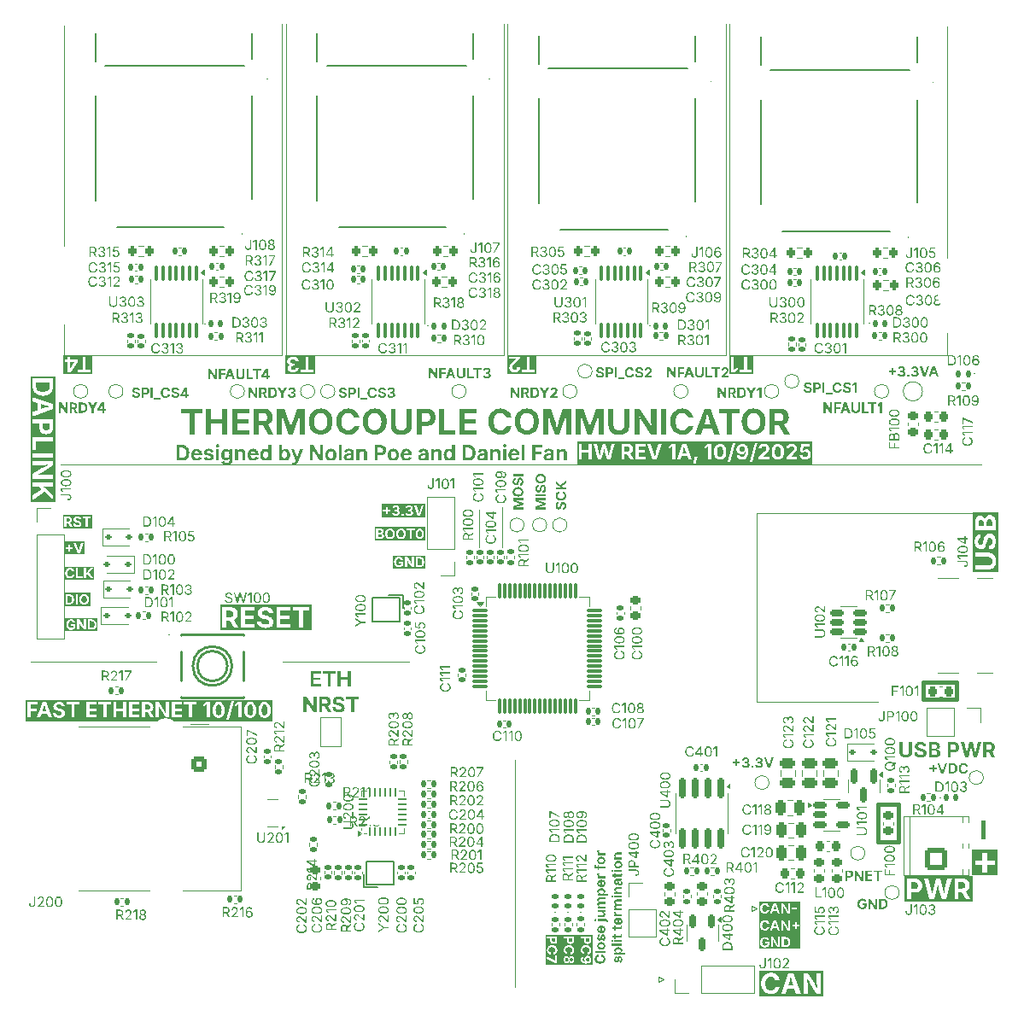
<source format=gbr>
%TF.GenerationSoftware,KiCad,Pcbnew,9.0.4-1.fc42*%
%TF.CreationDate,2025-10-10T00:36:45-07:00*%
%TF.ProjectId,ThermoBoard,54686572-6d6f-4426-9f61-72642e6b6963,1A*%
%TF.SameCoordinates,Original*%
%TF.FileFunction,Legend,Top*%
%TF.FilePolarity,Positive*%
%FSLAX46Y46*%
G04 Gerber Fmt 4.6, Leading zero omitted, Abs format (unit mm)*
G04 Created by KiCad (PCBNEW 9.0.4-1.fc42) date 2025-10-10 00:36:45*
%MOMM*%
%LPD*%
G01*
G04 APERTURE LIST*
G04 Aperture macros list*
%AMRoundRect*
0 Rectangle with rounded corners*
0 $1 Rounding radius*
0 $2 $3 $4 $5 $6 $7 $8 $9 X,Y pos of 4 corners*
0 Add a 4 corners polygon primitive as box body*
4,1,4,$2,$3,$4,$5,$6,$7,$8,$9,$2,$3,0*
0 Add four circle primitives for the rounded corners*
1,1,$1+$1,$2,$3*
1,1,$1+$1,$4,$5*
1,1,$1+$1,$6,$7*
1,1,$1+$1,$8,$9*
0 Add four rect primitives between the rounded corners*
20,1,$1+$1,$2,$3,$4,$5,0*
20,1,$1+$1,$4,$5,$6,$7,0*
20,1,$1+$1,$6,$7,$8,$9,0*
20,1,$1+$1,$8,$9,$2,$3,0*%
G04 Aperture macros list end*
%ADD10C,0.100000*%
%ADD11C,0.400000*%
%ADD12C,0.250000*%
%ADD13C,0.300000*%
%ADD14C,0.150000*%
%ADD15C,0.120000*%
%ADD16C,0.200000*%
%ADD17C,0.254001*%
%ADD18C,0.059995*%
%ADD19C,0.152000*%
%ADD20RoundRect,0.135000X-0.185000X0.135000X-0.185000X-0.135000X0.185000X-0.135000X0.185000X0.135000X0*%
%ADD21R,0.625000X0.250000*%
%ADD22R,0.700000X0.450000*%
%ADD23R,0.575000X0.450000*%
%ADD24RoundRect,0.140000X-0.140000X-0.170000X0.140000X-0.170000X0.140000X0.170000X-0.140000X0.170000X0*%
%ADD25R,2.655000X2.655000*%
%ADD26C,2.655000*%
%ADD27RoundRect,0.140000X0.170000X-0.140000X0.170000X0.140000X-0.170000X0.140000X-0.170000X-0.140000X0*%
%ADD28RoundRect,0.135000X-0.135000X-0.185000X0.135000X-0.185000X0.135000X0.185000X-0.135000X0.185000X0*%
%ADD29RoundRect,0.200000X0.200000X0.275000X-0.200000X0.275000X-0.200000X-0.275000X0.200000X-0.275000X0*%
%ADD30RoundRect,0.147500X0.172500X-0.147500X0.172500X0.147500X-0.172500X0.147500X-0.172500X-0.147500X0*%
%ADD31RoundRect,0.140000X0.140000X0.170000X-0.140000X0.170000X-0.140000X-0.170000X0.140000X-0.170000X0*%
%ADD32RoundRect,0.135000X0.135000X0.185000X-0.135000X0.185000X-0.135000X-0.185000X0.135000X-0.185000X0*%
%ADD33RoundRect,0.100000X-0.100000X0.637500X-0.100000X-0.637500X0.100000X-0.637500X0.100000X0.637500X0*%
%ADD34RoundRect,0.200000X-0.200000X-0.275000X0.200000X-0.275000X0.200000X0.275000X-0.200000X0.275000X0*%
%ADD35C,1.000000*%
%ADD36RoundRect,0.135000X0.185000X-0.135000X0.185000X0.135000X-0.185000X0.135000X-0.185000X-0.135000X0*%
%ADD37R,2.500000X1.100000*%
%ADD38R,1.700000X1.700000*%
%ADD39C,1.700000*%
%ADD40RoundRect,0.140000X-0.170000X0.140000X-0.170000X-0.140000X0.170000X-0.140000X0.170000X0.140000X0*%
%ADD41RoundRect,0.150000X-0.150000X0.587500X-0.150000X-0.587500X0.150000X-0.587500X0.150000X0.587500X0*%
%ADD42RoundRect,0.218750X0.218750X0.256250X-0.218750X0.256250X-0.218750X-0.256250X0.218750X-0.256250X0*%
%ADD43RoundRect,0.150000X-0.150000X0.825000X-0.150000X-0.825000X0.150000X-0.825000X0.150000X0.825000X0*%
%ADD44C,1.500000*%
%ADD45RoundRect,0.225000X0.250000X-0.225000X0.250000X0.225000X-0.250000X0.225000X-0.250000X-0.225000X0*%
%ADD46RoundRect,0.225000X-0.250000X0.225000X-0.250000X-0.225000X0.250000X-0.225000X0.250000X0.225000X0*%
%ADD47C,0.650000*%
%ADD48R,1.450000X0.600000*%
%ADD49R,1.450000X0.300000*%
%ADD50O,2.100000X1.000000*%
%ADD51O,1.600000X1.000000*%
%ADD52RoundRect,0.147500X-0.147500X-0.172500X0.147500X-0.172500X0.147500X0.172500X-0.147500X0.172500X0*%
%ADD53C,3.250000*%
%ADD54RoundRect,0.250500X-0.499500X0.499500X-0.499500X-0.499500X0.499500X-0.499500X0.499500X0.499500X0*%
%ADD55C,2.500000*%
%ADD56RoundRect,0.225000X-0.225000X-0.250000X0.225000X-0.250000X0.225000X0.250000X-0.225000X0.250000X0*%
%ADD57RoundRect,0.147500X0.147500X0.172500X-0.147500X0.172500X-0.147500X-0.172500X0.147500X-0.172500X0*%
%ADD58RoundRect,0.250000X-0.250000X-0.475000X0.250000X-0.475000X0.250000X0.475000X-0.250000X0.475000X0*%
%ADD59RoundRect,0.112500X-0.187500X-0.112500X0.187500X-0.112500X0.187500X0.112500X-0.187500X0.112500X0*%
%ADD60RoundRect,0.225000X0.225000X0.250000X-0.225000X0.250000X-0.225000X-0.250000X0.225000X-0.250000X0*%
%ADD61C,3.200000*%
%ADD62RoundRect,0.150000X0.512500X0.150000X-0.512500X0.150000X-0.512500X-0.150000X0.512500X-0.150000X0*%
%ADD63R,0.900000X0.800000*%
%ADD64R,1.500000X1.000000*%
%ADD65C,1.100000*%
%ADD66RoundRect,0.249999X0.850001X-0.850001X0.850001X0.850001X-0.850001X0.850001X-0.850001X-0.850001X0*%
%ADD67C,2.200000*%
%ADD68RoundRect,0.062500X0.062500X-0.375000X0.062500X0.375000X-0.062500X0.375000X-0.062500X-0.375000X0*%
%ADD69RoundRect,0.062500X0.375000X-0.062500X0.375000X0.062500X-0.375000X0.062500X-0.375000X-0.062500X0*%
%ADD70R,2.500000X2.500000*%
%ADD71RoundRect,0.250000X-0.475000X0.250000X-0.475000X-0.250000X0.475000X-0.250000X0.475000X0.250000X0*%
%ADD72RoundRect,0.075000X-0.700000X-0.075000X0.700000X-0.075000X0.700000X0.075000X-0.700000X0.075000X0*%
%ADD73RoundRect,0.075000X-0.075000X-0.700000X0.075000X-0.700000X0.075000X0.700000X-0.075000X0.700000X0*%
%ADD74RoundRect,0.150000X-0.150000X0.512500X-0.150000X-0.512500X0.150000X-0.512500X0.150000X0.512500X0*%
%ADD75RoundRect,0.112500X0.187500X0.112500X-0.187500X0.112500X-0.187500X-0.112500X0.187500X-0.112500X0*%
%ADD76RoundRect,0.150000X-0.512500X-0.150000X0.512500X-0.150000X0.512500X0.150000X-0.512500X0.150000X0*%
G04 APERTURE END LIST*
D10*
X94500000Y-48550000D02*
X73000000Y-48550000D01*
X70300000Y-32900000D02*
X90300000Y-32900000D01*
D11*
X85025000Y-77487500D02*
X87000000Y-77487500D01*
X87000000Y-81137500D01*
X85025000Y-81137500D01*
X85025000Y-77487500D01*
D10*
X47711500Y-48000000D02*
X47711500Y-52000000D01*
X91900000Y-23300000D02*
X91900000Y-300000D01*
X91900000Y-32900000D02*
X91900000Y-30700000D01*
X47900000Y-32900000D02*
X47900000Y-100000D01*
X90300000Y-32900000D02*
X91900000Y-32900000D01*
X49000000Y-73050000D02*
X49000000Y-95550000D01*
X3981500Y-43750000D02*
X95211500Y-43750000D01*
X68300000Y-32900000D02*
X69900000Y-32900000D01*
X69900000Y-32900000D02*
X69900000Y-100000D01*
X63250000Y-95050000D02*
X63250000Y-94550000D01*
X26300000Y-32900000D02*
X46300000Y-32900000D01*
X24300000Y-32900000D02*
X25900000Y-32900000D01*
X63250000Y-94550000D02*
X63750000Y-94800000D01*
X70300000Y-100000D02*
X70300000Y-32900000D01*
X46300000Y-32900000D02*
X47900000Y-32900000D01*
X48300000Y-100000D02*
X48300000Y-32900000D01*
D11*
X89512500Y-65337500D02*
X92812500Y-65337500D01*
X92812500Y-67062500D01*
X89512500Y-67062500D01*
X89512500Y-65337500D01*
D10*
X72500000Y-88050000D02*
X72500000Y-87550000D01*
X85000000Y-67300000D02*
X73000000Y-67300000D01*
X4300000Y-32900000D02*
X4300000Y-29900000D01*
X48300000Y-32900000D02*
X68300000Y-32900000D01*
X72500000Y-87550000D02*
X73000000Y-87800000D01*
X1000000Y-63300000D02*
X13500000Y-63300000D01*
X26300000Y-100000D02*
X26300000Y-32900000D01*
X63250000Y-95050000D02*
X63750000Y-94800000D01*
X73000000Y-87800000D02*
X72500000Y-88050000D01*
X4300000Y-22100000D02*
X4300000Y-200000D01*
X45461500Y-48250000D02*
X45461500Y-52000000D01*
X4300000Y-32900000D02*
X24300000Y-32900000D01*
X25900000Y-32900000D02*
X25900000Y-100000D01*
X73000000Y-67300000D02*
X73000000Y-48550000D01*
X26000000Y-63300000D02*
X38500000Y-63300000D01*
D12*
G36*
X3804495Y-38630000D02*
G01*
X3804495Y-37611446D01*
X4031397Y-37611446D01*
X4360209Y-38137789D01*
X4421391Y-38244462D01*
X4453119Y-38307414D01*
X4487398Y-38384596D01*
X4478483Y-38235242D01*
X4475064Y-38111167D01*
X4475064Y-37611446D01*
X4682182Y-37611446D01*
X4682182Y-38630000D01*
X4454547Y-38630000D01*
X4156510Y-38153543D01*
X4104914Y-38066409D01*
X4055699Y-37974452D01*
X3997935Y-37860268D01*
X4007461Y-38031849D01*
X4011613Y-38152871D01*
X4011613Y-38630000D01*
X3804495Y-38630000D01*
G37*
G36*
X5348365Y-37617877D02*
G01*
X5420522Y-37635838D01*
X5480313Y-37664013D01*
X5529826Y-37702060D01*
X5570568Y-37750201D01*
X5599773Y-37805193D01*
X5617842Y-37868374D01*
X5624165Y-37941601D01*
X5618670Y-38009562D01*
X5602962Y-38068528D01*
X5577637Y-38120081D01*
X5542433Y-38165072D01*
X5498000Y-38201826D01*
X5442998Y-38230785D01*
X5661046Y-38630000D01*
X5435488Y-38630000D01*
X5239971Y-38264307D01*
X5070467Y-38264307D01*
X5070467Y-38630000D01*
X4867440Y-38630000D01*
X4867440Y-38099504D01*
X5070467Y-38099504D01*
X5225622Y-38099504D01*
X5289665Y-38094055D01*
X5336777Y-38079518D01*
X5370979Y-38057594D01*
X5395053Y-38028447D01*
X5410162Y-37990683D01*
X5415643Y-37941601D01*
X5410015Y-37891674D01*
X5394348Y-37852398D01*
X5369176Y-37821311D01*
X5335550Y-37799163D01*
X5288873Y-37784463D01*
X5224950Y-37778935D01*
X5070467Y-37778935D01*
X5070467Y-38099504D01*
X4867440Y-38099504D01*
X4867440Y-37611446D01*
X5261159Y-37611446D01*
X5348365Y-37617877D01*
G37*
G36*
X6219179Y-37615590D02*
G01*
X6287993Y-37627506D01*
X6349829Y-37646618D01*
X6405559Y-37672629D01*
X6457510Y-37706579D01*
X6502715Y-37746773D01*
X6541710Y-37793578D01*
X6574758Y-37847629D01*
X6606741Y-37925609D01*
X6626844Y-38015655D01*
X6633926Y-38120020D01*
X6626805Y-38224866D01*
X6606596Y-38315271D01*
X6574453Y-38393511D01*
X6541201Y-38447664D01*
X6501914Y-38494555D01*
X6456314Y-38534819D01*
X6403849Y-38568817D01*
X6347622Y-38594818D01*
X6285225Y-38613933D01*
X6215784Y-38625853D01*
X6138296Y-38630000D01*
X5782862Y-38630000D01*
X5782862Y-38455000D01*
X5985889Y-38455000D01*
X6128710Y-38455000D01*
X6203458Y-38449207D01*
X6264614Y-38433085D01*
X6314711Y-38407832D01*
X6355673Y-38373667D01*
X6387247Y-38331218D01*
X6411331Y-38276771D01*
X6427128Y-38207528D01*
X6432914Y-38120020D01*
X6427151Y-38032886D01*
X6411416Y-37963943D01*
X6387428Y-37909733D01*
X6355978Y-37867473D01*
X6315201Y-37833403D01*
X6265434Y-37808248D01*
X6204792Y-37792205D01*
X6130786Y-37786446D01*
X5985889Y-37786446D01*
X5985889Y-38455000D01*
X5782862Y-38455000D01*
X5782862Y-37611446D01*
X6142387Y-37611446D01*
X6219179Y-37615590D01*
G37*
G36*
X7057138Y-38630000D02*
G01*
X7057138Y-38244462D01*
X6679844Y-37611446D01*
X6917004Y-37611446D01*
X7091332Y-37929328D01*
X7127236Y-37998693D01*
X7158987Y-38073553D01*
X7189762Y-37998693D01*
X7224628Y-37929328D01*
X7394193Y-37611446D01*
X7630010Y-37611446D01*
X7258822Y-38244462D01*
X7258822Y-38630000D01*
X7057138Y-38630000D01*
G37*
G36*
X8318164Y-38282747D02*
G01*
X8446025Y-38282747D01*
X8446025Y-38446817D01*
X8318164Y-38446817D01*
X8318164Y-38630000D01*
X8124052Y-38630000D01*
X8124052Y-38446817D01*
X7636665Y-38446817D01*
X7636665Y-38286838D01*
X7644480Y-38274504D01*
X7841707Y-38274504D01*
X7841707Y-38282747D01*
X8127471Y-38282747D01*
X8127471Y-37836332D01*
X8119289Y-37836332D01*
X7841707Y-38274504D01*
X7644480Y-38274504D01*
X8064579Y-37611446D01*
X8318164Y-37611446D01*
X8318164Y-38282747D01*
G37*
D13*
G36*
X95206420Y-79078437D02*
G01*
X95646362Y-79078437D01*
X95646362Y-80926867D01*
X95206420Y-80926867D01*
X95206420Y-79078437D01*
G37*
G36*
X5335881Y-33588243D02*
G01*
X4919508Y-34245500D01*
X4907235Y-34245500D01*
X4907235Y-33575878D01*
X5335881Y-33575878D01*
X5335881Y-33588243D01*
G37*
G36*
X7088723Y-34749497D02*
G01*
X4262738Y-34749497D01*
X4262738Y-33329773D01*
X4429405Y-33329773D01*
X4429405Y-33575878D01*
X4621196Y-33575878D01*
X4621196Y-34245500D01*
X4621196Y-34582830D01*
X5001574Y-34582830D01*
X5161389Y-34330588D01*
X5681363Y-34330588D01*
X5681363Y-34582830D01*
X6922056Y-34582830D01*
X6922056Y-34330588D01*
X6453476Y-34330588D01*
X6453476Y-33055000D01*
X6148935Y-33055000D01*
X6148935Y-34330588D01*
X5681363Y-34330588D01*
X5161389Y-34330588D01*
X5643444Y-33569741D01*
X5643444Y-33329773D01*
X4912364Y-33329773D01*
X4912364Y-33055000D01*
X4621196Y-33055000D01*
X4621196Y-33329773D01*
X4429405Y-33329773D01*
X4262738Y-33329773D01*
X4262738Y-32888333D01*
X7088723Y-32888333D01*
X7088723Y-34749497D01*
G37*
D12*
G36*
X18592995Y-35290000D02*
G01*
X18592995Y-34271446D01*
X18819897Y-34271446D01*
X19148709Y-34797789D01*
X19209891Y-34904462D01*
X19241619Y-34967414D01*
X19275898Y-35044596D01*
X19266983Y-34895242D01*
X19263564Y-34771167D01*
X19263564Y-34271446D01*
X19470682Y-34271446D01*
X19470682Y-35290000D01*
X19243047Y-35290000D01*
X18945010Y-34813543D01*
X18893414Y-34726409D01*
X18844199Y-34634452D01*
X18786435Y-34520268D01*
X18795961Y-34691849D01*
X18800113Y-34812871D01*
X18800113Y-35290000D01*
X18592995Y-35290000D01*
G37*
G36*
X19655940Y-35290000D02*
G01*
X19655940Y-34271446D01*
X20321746Y-34271446D01*
X20321746Y-34439607D01*
X19858967Y-34439607D01*
X19858967Y-34730134D01*
X20276622Y-34730134D01*
X20276622Y-34895547D01*
X19858967Y-34895547D01*
X19858967Y-35290000D01*
X19655940Y-35290000D01*
G37*
G36*
X21260188Y-35290000D02*
G01*
X21035301Y-35290000D01*
X20955312Y-35050031D01*
X20588948Y-35050031D01*
X20510973Y-35290000D01*
X20288162Y-35290000D01*
X20425573Y-34890113D01*
X20640177Y-34890113D01*
X20902006Y-34890113D01*
X20868483Y-34789607D01*
X20819635Y-34624193D01*
X20768039Y-34430020D01*
X20718763Y-34624193D01*
X20673028Y-34789607D01*
X20640177Y-34890113D01*
X20425573Y-34890113D01*
X20638162Y-34271446D01*
X20901334Y-34271446D01*
X21260188Y-35290000D01*
G37*
G36*
X21805155Y-35304349D02*
G01*
X21721891Y-35298836D01*
X21648911Y-35283087D01*
X21584665Y-35257882D01*
X21525948Y-35222282D01*
X21477567Y-35179145D01*
X21438424Y-35128005D01*
X21409801Y-35070382D01*
X21392240Y-35005936D01*
X21386156Y-34933161D01*
X21386156Y-34271446D01*
X21589183Y-34271446D01*
X21589183Y-34916735D01*
X21595996Y-34974902D01*
X21615554Y-35024016D01*
X21647923Y-35066151D01*
X21690383Y-35097991D01*
X21741931Y-35117625D01*
X21805155Y-35124586D01*
X21867927Y-35117641D01*
X21919269Y-35098022D01*
X21961714Y-35066151D01*
X21994120Y-35024012D01*
X22013697Y-34974897D01*
X22020516Y-34916735D01*
X22020516Y-34271446D01*
X22223543Y-34271446D01*
X22223543Y-34933161D01*
X22217452Y-35005933D01*
X22199872Y-35070378D01*
X22171214Y-35128005D01*
X22132053Y-35179121D01*
X22083558Y-35222261D01*
X22024607Y-35257882D01*
X21960175Y-35283135D01*
X21887510Y-35298861D01*
X21805155Y-35304349D01*
G37*
G36*
X22409045Y-35290000D02*
G01*
X22409045Y-34271446D01*
X22612072Y-34271446D01*
X22612072Y-35121838D01*
X23053663Y-35121838D01*
X23053663Y-35290000D01*
X22409045Y-35290000D01*
G37*
G36*
X23029422Y-34439607D02*
G01*
X23029422Y-34271446D01*
X23856550Y-34271446D01*
X23856550Y-34439607D01*
X23544836Y-34439607D01*
X23544836Y-35290000D01*
X23341809Y-35290000D01*
X23341809Y-34439607D01*
X23029422Y-34439607D01*
G37*
G36*
X24563328Y-34942747D02*
G01*
X24691189Y-34942747D01*
X24691189Y-35106817D01*
X24563328Y-35106817D01*
X24563328Y-35290000D01*
X24369216Y-35290000D01*
X24369216Y-35106817D01*
X23881830Y-35106817D01*
X23881830Y-34946838D01*
X23889645Y-34934504D01*
X24086871Y-34934504D01*
X24086871Y-34942747D01*
X24372636Y-34942747D01*
X24372636Y-34496332D01*
X24364453Y-34496332D01*
X24086871Y-34934504D01*
X23889645Y-34934504D01*
X24309743Y-34271446D01*
X24563328Y-34271446D01*
X24563328Y-34942747D01*
G37*
G36*
X83449607Y-87843677D02*
G01*
X83356531Y-87836311D01*
X83273842Y-87815052D01*
X83199747Y-87780479D01*
X83149113Y-87745677D01*
X83104508Y-87704391D01*
X83065512Y-87656178D01*
X83031952Y-87600350D01*
X82999406Y-87520288D01*
X82978987Y-87428272D01*
X82971807Y-87322096D01*
X82976071Y-87239295D01*
X82988301Y-87165403D01*
X83007847Y-87099331D01*
X83034333Y-87040118D01*
X83081694Y-86967097D01*
X83137996Y-86907648D01*
X83203838Y-86860355D01*
X83277362Y-86825873D01*
X83357212Y-86804939D01*
X83444844Y-86797768D01*
X83519940Y-86802790D01*
X83588402Y-86817387D01*
X83651229Y-86841182D01*
X83709657Y-86874216D01*
X83760103Y-86914327D01*
X83803332Y-86961838D01*
X83838055Y-87015699D01*
X83862728Y-87074629D01*
X83877520Y-87139586D01*
X83671074Y-87139586D01*
X83652084Y-87091796D01*
X83625722Y-87052699D01*
X83591756Y-87021006D01*
X83551515Y-86997814D01*
X83504022Y-86983367D01*
X83447531Y-86978264D01*
X83389562Y-86984005D01*
X83338608Y-87000623D01*
X83293203Y-87028007D01*
X83252381Y-87067107D01*
X83221012Y-87113091D01*
X83197460Y-87169133D01*
X83182303Y-87237274D01*
X83176849Y-87320020D01*
X83182264Y-87403173D01*
X83197305Y-87471616D01*
X83220654Y-87527863D01*
X83251709Y-87573972D01*
X83292201Y-87612975D01*
X83338088Y-87640491D01*
X83390457Y-87657324D01*
X83450950Y-87663182D01*
X83505815Y-87659091D01*
X83552116Y-87647563D01*
X83591331Y-87629304D01*
X83624607Y-87604441D01*
X83652099Y-87573090D01*
X83672287Y-87536666D01*
X83685376Y-87494225D01*
X83690919Y-87444462D01*
X83466032Y-87444462D01*
X83466032Y-87289979D01*
X83887107Y-87289979D01*
X83887107Y-87415764D01*
X83880415Y-87503118D01*
X83861327Y-87578783D01*
X83830687Y-87644741D01*
X83788298Y-87703754D01*
X83736875Y-87752598D01*
X83675532Y-87792081D01*
X83607934Y-87820293D01*
X83533084Y-87837667D01*
X83449607Y-87843677D01*
G37*
G36*
X84053986Y-87830000D02*
G01*
X84053986Y-86811446D01*
X84280887Y-86811446D01*
X84609699Y-87337789D01*
X84670882Y-87444462D01*
X84702609Y-87507414D01*
X84736889Y-87584596D01*
X84727974Y-87435242D01*
X84724555Y-87311167D01*
X84724555Y-86811446D01*
X84931673Y-86811446D01*
X84931673Y-87830000D01*
X84704038Y-87830000D01*
X84406001Y-87353543D01*
X84354405Y-87266409D01*
X84305190Y-87174452D01*
X84247426Y-87060268D01*
X84256952Y-87231849D01*
X84261104Y-87352871D01*
X84261104Y-87830000D01*
X84053986Y-87830000D01*
G37*
G36*
X85553248Y-86815590D02*
G01*
X85622062Y-86827506D01*
X85683898Y-86846618D01*
X85739628Y-86872629D01*
X85791578Y-86906579D01*
X85836784Y-86946773D01*
X85875779Y-86993578D01*
X85908827Y-87047629D01*
X85940810Y-87125609D01*
X85960913Y-87215655D01*
X85967995Y-87320020D01*
X85960874Y-87424866D01*
X85940665Y-87515271D01*
X85908522Y-87593511D01*
X85875269Y-87647664D01*
X85835982Y-87694555D01*
X85790383Y-87734819D01*
X85737918Y-87768817D01*
X85681690Y-87794818D01*
X85619294Y-87813933D01*
X85549853Y-87825853D01*
X85472365Y-87830000D01*
X85116931Y-87830000D01*
X85116931Y-87655000D01*
X85319958Y-87655000D01*
X85462779Y-87655000D01*
X85537527Y-87649207D01*
X85598683Y-87633085D01*
X85648780Y-87607832D01*
X85689741Y-87573667D01*
X85721316Y-87531218D01*
X85745400Y-87476771D01*
X85761197Y-87407528D01*
X85766983Y-87320020D01*
X85761220Y-87232886D01*
X85745485Y-87163943D01*
X85721496Y-87109733D01*
X85690047Y-87067473D01*
X85649270Y-87033403D01*
X85599502Y-87008248D01*
X85538860Y-86992205D01*
X85464855Y-86986446D01*
X85319958Y-86986446D01*
X85319958Y-87655000D01*
X85116931Y-87655000D01*
X85116931Y-86811446D01*
X85476456Y-86811446D01*
X85553248Y-86815590D01*
G37*
G36*
X4775928Y-49084463D02*
G01*
X4822605Y-49099163D01*
X4856231Y-49121311D01*
X4881403Y-49152398D01*
X4897070Y-49191674D01*
X4902698Y-49241601D01*
X4897217Y-49290683D01*
X4882108Y-49328447D01*
X4858034Y-49357594D01*
X4823832Y-49379518D01*
X4776720Y-49394055D01*
X4712677Y-49399504D01*
X4557522Y-49399504D01*
X4557522Y-49078935D01*
X4712005Y-49078935D01*
X4775928Y-49084463D01*
G37*
G36*
X7093504Y-50070020D02*
G01*
X4229495Y-50070020D01*
X4229495Y-49399504D01*
X4354495Y-49399504D01*
X4354495Y-49930000D01*
X4557522Y-49930000D01*
X4557522Y-49564307D01*
X4727026Y-49564307D01*
X4922543Y-49930000D01*
X5148101Y-49930000D01*
X4977478Y-49617613D01*
X5235723Y-49617613D01*
X5245269Y-49695817D01*
X5267631Y-49760965D01*
X5302059Y-49815568D01*
X5349174Y-49861306D01*
X5405081Y-49896407D01*
X5470963Y-49922517D01*
X5548653Y-49939118D01*
X5640372Y-49945020D01*
X5733864Y-49939041D01*
X5811351Y-49922388D01*
X5875503Y-49896478D01*
X5928518Y-49861978D01*
X5973689Y-49816816D01*
X6005386Y-49765804D01*
X6024699Y-49707753D01*
X6031405Y-49640816D01*
X6026528Y-49584693D01*
X6012666Y-49536915D01*
X5990372Y-49495919D01*
X5960358Y-49459585D01*
X5924016Y-49427855D01*
X5880646Y-49400542D01*
X5809088Y-49368528D01*
X5727872Y-49344183D01*
X5635610Y-49321591D01*
X5554582Y-49294968D01*
X5519645Y-49276373D01*
X5493399Y-49253935D01*
X5476161Y-49225851D01*
X5470196Y-49190371D01*
X5475116Y-49157423D01*
X5489671Y-49128664D01*
X5514954Y-49102871D01*
X5546660Y-49084447D01*
X5588043Y-49072430D01*
X5641777Y-49068005D01*
X5693617Y-49072276D01*
X5735187Y-49084081D01*
X5768539Y-49102505D01*
X5795552Y-49128466D01*
X5813300Y-49160207D01*
X5822211Y-49199225D01*
X6017728Y-49199225D01*
X6011570Y-49141495D01*
X5995374Y-49089595D01*
X5989836Y-49079607D01*
X6141376Y-49079607D01*
X6453762Y-49079607D01*
X6453762Y-49930000D01*
X6656789Y-49930000D01*
X6656789Y-49079607D01*
X6968504Y-49079607D01*
X6968504Y-48911446D01*
X6141376Y-48911446D01*
X6141376Y-49079607D01*
X5989836Y-49079607D01*
X5969184Y-49042360D01*
X5934300Y-49000878D01*
X5891148Y-48965515D01*
X5838637Y-48936053D01*
X5781817Y-48915312D01*
X5717300Y-48902319D01*
X5643792Y-48897768D01*
X5571237Y-48902263D01*
X5506320Y-48915205D01*
X5447970Y-48936053D01*
X5393838Y-48965590D01*
X5349079Y-49001184D01*
X5312599Y-49043032D01*
X5285270Y-49090876D01*
X5268752Y-49143643D01*
X5263078Y-49202644D01*
X5267979Y-49257245D01*
X5281995Y-49304296D01*
X5304708Y-49345232D01*
X5336534Y-49381064D01*
X5388811Y-49420090D01*
X5455016Y-49453118D01*
X5537852Y-49479494D01*
X5650631Y-49507520D01*
X5728231Y-49531504D01*
X5780873Y-49556796D01*
X5807587Y-49579117D01*
X5823045Y-49606138D01*
X5828378Y-49639473D01*
X5822566Y-49676882D01*
X5805468Y-49708734D01*
X5775744Y-49736559D01*
X5738930Y-49756322D01*
X5693799Y-49768913D01*
X5638357Y-49773440D01*
X5582531Y-49768764D01*
X5535553Y-49755557D01*
X5495781Y-49734483D01*
X5463858Y-49704666D01*
X5443094Y-49666497D01*
X5433255Y-49617613D01*
X5235723Y-49617613D01*
X4977478Y-49617613D01*
X4930053Y-49530785D01*
X4985055Y-49501826D01*
X5029488Y-49465072D01*
X5064692Y-49420081D01*
X5090017Y-49368528D01*
X5105725Y-49309562D01*
X5111220Y-49241601D01*
X5104897Y-49168374D01*
X5086828Y-49105193D01*
X5057623Y-49050201D01*
X5016882Y-49002060D01*
X4967368Y-48964013D01*
X4907577Y-48935838D01*
X4835420Y-48917877D01*
X4748214Y-48911446D01*
X4354495Y-48911446D01*
X4354495Y-49399504D01*
X4229495Y-49399504D01*
X4229495Y-48772768D01*
X7093504Y-48772768D01*
X7093504Y-50070020D01*
G37*
D13*
G36*
X51118723Y-34760013D02*
G01*
X48265993Y-34760013D01*
X48265993Y-33295226D01*
X48432660Y-33295226D01*
X49083781Y-33295226D01*
X49083781Y-33306492D01*
X48844911Y-33544354D01*
X48701550Y-33683815D01*
X48606042Y-33789360D01*
X48530728Y-33891956D01*
X48487523Y-33975015D01*
X48462440Y-34059243D01*
X48454184Y-34144184D01*
X48461840Y-34229661D01*
X48484125Y-34306515D01*
X48520862Y-34376459D01*
X48570470Y-34438288D01*
X48632005Y-34491125D01*
X48706975Y-34535369D01*
X48788514Y-34566818D01*
X48881021Y-34586470D01*
X48986420Y-34593346D01*
X49088873Y-34586318D01*
X49180236Y-34566072D01*
X49262200Y-34533354D01*
X49337049Y-34487384D01*
X49399178Y-34431199D01*
X49449870Y-34364094D01*
X49471211Y-34320588D01*
X49711363Y-34320588D01*
X49711363Y-34572830D01*
X50952056Y-34572830D01*
X50952056Y-34320588D01*
X50483476Y-34320588D01*
X50483476Y-33045000D01*
X50178935Y-33045000D01*
X50178935Y-34320588D01*
X49711363Y-34320588D01*
X49471211Y-34320588D01*
X49486858Y-34288689D01*
X49509639Y-34203766D01*
X49517556Y-34107273D01*
X49228403Y-34107273D01*
X49220549Y-34179829D01*
X49198584Y-34237885D01*
X49163282Y-34284685D01*
X49116254Y-34319829D01*
X49058947Y-34341545D01*
X48988435Y-34349256D01*
X48921632Y-34342233D01*
X48864922Y-34322141D01*
X48816152Y-34289264D01*
X48778462Y-34245242D01*
X48755544Y-34191711D01*
X48747459Y-34125774D01*
X48753669Y-34066029D01*
X48772135Y-34010188D01*
X48803421Y-33957063D01*
X48867419Y-33878751D01*
X48966911Y-33775072D01*
X49505283Y-33263444D01*
X49505283Y-33045000D01*
X48432660Y-33045000D01*
X48432660Y-33295226D01*
X48265993Y-33295226D01*
X48265993Y-32878333D01*
X51118723Y-32878333D01*
X51118723Y-34760013D01*
G37*
G36*
X76472353Y-94893387D02*
G01*
X76570050Y-95224214D01*
X76637094Y-95425226D01*
X76113438Y-95425226D01*
X76179139Y-95224214D01*
X76270608Y-94893387D01*
X76369160Y-94505041D01*
X76472353Y-94893387D01*
G37*
G36*
X79582991Y-96474577D02*
G01*
X73200392Y-96474577D01*
X73200392Y-95207850D01*
X73422614Y-95207850D01*
X73431039Y-95374337D01*
X73455157Y-95522365D01*
X73493614Y-95654191D01*
X73545591Y-95771807D01*
X73639095Y-95916894D01*
X73750786Y-96034895D01*
X73881913Y-96128646D01*
X74028524Y-96196667D01*
X74188840Y-96238114D01*
X74365880Y-96252355D01*
X74532011Y-96240478D01*
X74598333Y-96225000D01*
X75409408Y-96225000D01*
X75855029Y-96225000D01*
X76010978Y-95745062D01*
X76743706Y-95745062D01*
X76903685Y-96225000D01*
X77353459Y-96225000D01*
X77605395Y-96225000D01*
X78019631Y-96225000D01*
X78019631Y-95270743D01*
X78011327Y-95028698D01*
X77992276Y-94685537D01*
X78107803Y-94913904D01*
X78206233Y-95097819D01*
X78309425Y-95272086D01*
X78905500Y-96225000D01*
X79360769Y-96225000D01*
X79360769Y-94187892D01*
X78946533Y-94187892D01*
X78946533Y-95187334D01*
X78953371Y-95435484D01*
X78971201Y-95734193D01*
X78902642Y-95579829D01*
X78839188Y-95453925D01*
X78716822Y-95240579D01*
X78059198Y-94187892D01*
X77605395Y-94187892D01*
X77605395Y-96225000D01*
X77353459Y-96225000D01*
X76635751Y-94187892D01*
X76109408Y-94187892D01*
X75684230Y-95425226D01*
X75409408Y-96225000D01*
X74598333Y-96225000D01*
X74677673Y-96206484D01*
X74806128Y-96151849D01*
X74924002Y-96076664D01*
X75022747Y-95988703D01*
X75104226Y-95887334D01*
X75168827Y-95774174D01*
X75213674Y-95656112D01*
X75239537Y-95531838D01*
X74830796Y-95531838D01*
X74797744Y-95638582D01*
X74745265Y-95725619D01*
X74672771Y-95796353D01*
X74585202Y-95848531D01*
X74486164Y-95880336D01*
X74372719Y-95891364D01*
X74256571Y-95880050D01*
X74154699Y-95847357D01*
X74064168Y-95793613D01*
X73983030Y-95717096D01*
X73920986Y-95626888D01*
X73874091Y-95515149D01*
X73843700Y-95377329D01*
X73832698Y-95207850D01*
X73843528Y-95041545D01*
X73873611Y-94904660D01*
X73920309Y-94792165D01*
X73982419Y-94699947D01*
X74063446Y-94621576D01*
X74154213Y-94566579D01*
X74256729Y-94533119D01*
X74374062Y-94521528D01*
X74488473Y-94532601D01*
X74587712Y-94564446D01*
X74674847Y-94616538D01*
X74746634Y-94687275D01*
X74797935Y-94774275D01*
X74829331Y-94881053D01*
X75238193Y-94881053D01*
X75207126Y-94732865D01*
X75156770Y-94603924D01*
X75087740Y-94491364D01*
X75000273Y-94392348D01*
X74898680Y-94310653D01*
X74781459Y-94245289D01*
X74655027Y-94198870D01*
X74517153Y-94170353D01*
X74365880Y-94160537D01*
X74190632Y-94174730D01*
X74031176Y-94216133D01*
X73884600Y-94284246D01*
X73753427Y-94377988D01*
X73641272Y-94496218D01*
X73546934Y-94641817D01*
X73494387Y-94759783D01*
X73455513Y-94892054D01*
X73431132Y-95040647D01*
X73422614Y-95207850D01*
X73200392Y-95207850D01*
X73200392Y-93938315D01*
X79582991Y-93938315D01*
X79582991Y-96474577D01*
G37*
D12*
G36*
X48584495Y-37130000D02*
G01*
X48584495Y-36111446D01*
X48811397Y-36111446D01*
X49140209Y-36637789D01*
X49201391Y-36744462D01*
X49233119Y-36807414D01*
X49267398Y-36884596D01*
X49258483Y-36735242D01*
X49255064Y-36611167D01*
X49255064Y-36111446D01*
X49462182Y-36111446D01*
X49462182Y-37130000D01*
X49234547Y-37130000D01*
X48936510Y-36653543D01*
X48884914Y-36566409D01*
X48835699Y-36474452D01*
X48777935Y-36360268D01*
X48787461Y-36531849D01*
X48791613Y-36652871D01*
X48791613Y-37130000D01*
X48584495Y-37130000D01*
G37*
G36*
X50128365Y-36117877D02*
G01*
X50200522Y-36135838D01*
X50260313Y-36164013D01*
X50309826Y-36202060D01*
X50350568Y-36250201D01*
X50379773Y-36305193D01*
X50397842Y-36368374D01*
X50404165Y-36441601D01*
X50398670Y-36509562D01*
X50382962Y-36568528D01*
X50357637Y-36620081D01*
X50322433Y-36665072D01*
X50278000Y-36701826D01*
X50222998Y-36730785D01*
X50441046Y-37130000D01*
X50215488Y-37130000D01*
X50019971Y-36764307D01*
X49850467Y-36764307D01*
X49850467Y-37130000D01*
X49647440Y-37130000D01*
X49647440Y-36599504D01*
X49850467Y-36599504D01*
X50005622Y-36599504D01*
X50069665Y-36594055D01*
X50116777Y-36579518D01*
X50150979Y-36557594D01*
X50175053Y-36528447D01*
X50190162Y-36490683D01*
X50195643Y-36441601D01*
X50190015Y-36391674D01*
X50174348Y-36352398D01*
X50149176Y-36321311D01*
X50115550Y-36299163D01*
X50068873Y-36284463D01*
X50004950Y-36278935D01*
X49850467Y-36278935D01*
X49850467Y-36599504D01*
X49647440Y-36599504D01*
X49647440Y-36111446D01*
X50041159Y-36111446D01*
X50128365Y-36117877D01*
G37*
G36*
X50999179Y-36115590D02*
G01*
X51067993Y-36127506D01*
X51129829Y-36146618D01*
X51185559Y-36172629D01*
X51237510Y-36206579D01*
X51282715Y-36246773D01*
X51321710Y-36293578D01*
X51354758Y-36347629D01*
X51386741Y-36425609D01*
X51406844Y-36515655D01*
X51413926Y-36620020D01*
X51406805Y-36724866D01*
X51386596Y-36815271D01*
X51354453Y-36893511D01*
X51321201Y-36947664D01*
X51281914Y-36994555D01*
X51236314Y-37034819D01*
X51183849Y-37068817D01*
X51127622Y-37094818D01*
X51065225Y-37113933D01*
X50995784Y-37125853D01*
X50918296Y-37130000D01*
X50562862Y-37130000D01*
X50562862Y-36955000D01*
X50765889Y-36955000D01*
X50908710Y-36955000D01*
X50983458Y-36949207D01*
X51044614Y-36933085D01*
X51094711Y-36907832D01*
X51135673Y-36873667D01*
X51167247Y-36831218D01*
X51191331Y-36776771D01*
X51207128Y-36707528D01*
X51212914Y-36620020D01*
X51207151Y-36532886D01*
X51191416Y-36463943D01*
X51167428Y-36409733D01*
X51135978Y-36367473D01*
X51095201Y-36333403D01*
X51045434Y-36308248D01*
X50984792Y-36292205D01*
X50910786Y-36286446D01*
X50765889Y-36286446D01*
X50765889Y-36955000D01*
X50562862Y-36955000D01*
X50562862Y-36111446D01*
X50922387Y-36111446D01*
X50999179Y-36115590D01*
G37*
G36*
X51837138Y-37130000D02*
G01*
X51837138Y-36744462D01*
X51459844Y-36111446D01*
X51697004Y-36111446D01*
X51871332Y-36429328D01*
X51907236Y-36498693D01*
X51938987Y-36573553D01*
X51969762Y-36498693D01*
X52004628Y-36429328D01*
X52174193Y-36111446D01*
X52410010Y-36111446D01*
X52038822Y-36744462D01*
X52038822Y-37130000D01*
X51837138Y-37130000D01*
G37*
G36*
X52528773Y-37130000D02*
G01*
X52528773Y-36984370D01*
X52887688Y-36643285D01*
X52954016Y-36574165D01*
X52996681Y-36521957D01*
X53017538Y-36486541D01*
X53029848Y-36449313D01*
X53033989Y-36409483D01*
X53028599Y-36365525D01*
X53013320Y-36329838D01*
X52988193Y-36300490D01*
X52955680Y-36278572D01*
X52917873Y-36265177D01*
X52873338Y-36260495D01*
X52826330Y-36265636D01*
X52788125Y-36280113D01*
X52756773Y-36303543D01*
X52733239Y-36334742D01*
X52718596Y-36373446D01*
X52713359Y-36421817D01*
X52520591Y-36421817D01*
X52525869Y-36357488D01*
X52541056Y-36300873D01*
X52565714Y-36250603D01*
X52599509Y-36205866D01*
X52640929Y-36168410D01*
X52690828Y-36137763D01*
X52745471Y-36115951D01*
X52806379Y-36102454D01*
X52874682Y-36097768D01*
X52944947Y-36102352D01*
X53006619Y-36115454D01*
X53060978Y-36136420D01*
X53110958Y-36165916D01*
X53151981Y-36201141D01*
X53185053Y-36242360D01*
X53209544Y-36288989D01*
X53224402Y-36340225D01*
X53229505Y-36397210D01*
X53224001Y-36453837D01*
X53207279Y-36509989D01*
X53178476Y-36565362D01*
X53128267Y-36633759D01*
X53064595Y-36704123D01*
X52969020Y-36797096D01*
X52809774Y-36955671D01*
X52809774Y-36963182D01*
X53243855Y-36963182D01*
X53243855Y-37130000D01*
X52528773Y-37130000D01*
G37*
G36*
X31963450Y-37145020D02*
G01*
X31871730Y-37139118D01*
X31794041Y-37122517D01*
X31728159Y-37096407D01*
X31672252Y-37061306D01*
X31625137Y-37015568D01*
X31590709Y-36960965D01*
X31568347Y-36895817D01*
X31558801Y-36817613D01*
X31756332Y-36817613D01*
X31766172Y-36866497D01*
X31786936Y-36904666D01*
X31818859Y-36934483D01*
X31858631Y-36955557D01*
X31905609Y-36968764D01*
X31961435Y-36973440D01*
X32016877Y-36968913D01*
X32062007Y-36956322D01*
X32098822Y-36936559D01*
X32128546Y-36908734D01*
X32145644Y-36876882D01*
X32151456Y-36839473D01*
X32146123Y-36806138D01*
X32130665Y-36779117D01*
X32103951Y-36756796D01*
X32051309Y-36731504D01*
X31973709Y-36707520D01*
X31860929Y-36679494D01*
X31778094Y-36653118D01*
X31711888Y-36620090D01*
X31659612Y-36581064D01*
X31627785Y-36545232D01*
X31605072Y-36504296D01*
X31591057Y-36457245D01*
X31586156Y-36402644D01*
X31591830Y-36343643D01*
X31608348Y-36290876D01*
X31635676Y-36243032D01*
X31672157Y-36201184D01*
X31716915Y-36165590D01*
X31771048Y-36136053D01*
X31829398Y-36115205D01*
X31894315Y-36102263D01*
X31966870Y-36097768D01*
X32040378Y-36102319D01*
X32104895Y-36115312D01*
X32161714Y-36136053D01*
X32214226Y-36165515D01*
X32257378Y-36200878D01*
X32292262Y-36242360D01*
X32318452Y-36289595D01*
X32334648Y-36341495D01*
X32340806Y-36399225D01*
X32145289Y-36399225D01*
X32136378Y-36360207D01*
X32118630Y-36328466D01*
X32091617Y-36302505D01*
X32058265Y-36284081D01*
X32016695Y-36272276D01*
X31964855Y-36268005D01*
X31911120Y-36272430D01*
X31869738Y-36284447D01*
X31838032Y-36302871D01*
X31812749Y-36328664D01*
X31798194Y-36357423D01*
X31793274Y-36390371D01*
X31799239Y-36425851D01*
X31816477Y-36453935D01*
X31842723Y-36476373D01*
X31877660Y-36494968D01*
X31958688Y-36521591D01*
X32050950Y-36544183D01*
X32132166Y-36568528D01*
X32203724Y-36600542D01*
X32247093Y-36627855D01*
X32283436Y-36659585D01*
X32313450Y-36695919D01*
X32335743Y-36736915D01*
X32349605Y-36784693D01*
X32354483Y-36840816D01*
X32347776Y-36907753D01*
X32328464Y-36965804D01*
X32296767Y-37016816D01*
X32251596Y-37061978D01*
X32198581Y-37096478D01*
X32134429Y-37122388D01*
X32056942Y-37139041D01*
X31963450Y-37145020D01*
G37*
G36*
X32975643Y-36116759D02*
G01*
X33040768Y-36131765D01*
X33096432Y-36155532D01*
X33146634Y-36188994D01*
X33187461Y-36229253D01*
X33219836Y-36276859D01*
X33243030Y-36329827D01*
X33257284Y-36388476D01*
X33262212Y-36453935D01*
X33257201Y-36519314D01*
X33242705Y-36577832D01*
X33219103Y-36630645D01*
X33186280Y-36677929D01*
X33144900Y-36717850D01*
X33093989Y-36750935D01*
X33037735Y-36774338D01*
X32972046Y-36789118D01*
X32895115Y-36794349D01*
X32708513Y-36794349D01*
X32708513Y-37130000D01*
X32505486Y-37130000D01*
X32505486Y-36630279D01*
X32708513Y-36630279D01*
X32863668Y-36630279D01*
X32926499Y-36624015D01*
X32973024Y-36607132D01*
X33007222Y-36581064D01*
X33032648Y-36545799D01*
X33048217Y-36504030D01*
X33053689Y-36453935D01*
X33048177Y-36403374D01*
X33032576Y-36361753D01*
X33007222Y-36327112D01*
X32973099Y-36301668D01*
X32926384Y-36285102D01*
X32862997Y-36278935D01*
X32708513Y-36278935D01*
X32708513Y-36630279D01*
X32505486Y-36630279D01*
X32505486Y-36111446D01*
X32899206Y-36111446D01*
X32975643Y-36116759D01*
G37*
G36*
X33612212Y-36111446D02*
G01*
X33612212Y-37130000D01*
X33409185Y-37130000D01*
X33409185Y-36111446D01*
X33612212Y-36111446D01*
G37*
G36*
X34393911Y-37130000D02*
G01*
X34393911Y-37284483D01*
X33729448Y-37284483D01*
X33729448Y-37130000D01*
X34393911Y-37130000D01*
G37*
G36*
X34881542Y-37143677D02*
G01*
X34793022Y-37136557D01*
X34712864Y-37115833D01*
X34639558Y-37081823D01*
X34573995Y-37034947D01*
X34518149Y-36975947D01*
X34471397Y-36903403D01*
X34445409Y-36844595D01*
X34426180Y-36778682D01*
X34414121Y-36704668D01*
X34409909Y-36621425D01*
X34414168Y-36537823D01*
X34426358Y-36463527D01*
X34445795Y-36397391D01*
X34472069Y-36338408D01*
X34519238Y-36265609D01*
X34575315Y-36206494D01*
X34640901Y-36159623D01*
X34714189Y-36125566D01*
X34793917Y-36104865D01*
X34881542Y-36097768D01*
X34957178Y-36102676D01*
X35026115Y-36116935D01*
X35089331Y-36140144D01*
X35147942Y-36172826D01*
X35198738Y-36213674D01*
X35242472Y-36263182D01*
X35276986Y-36319462D01*
X35302165Y-36383932D01*
X35317698Y-36458026D01*
X35113267Y-36458026D01*
X35097569Y-36404637D01*
X35071919Y-36361137D01*
X35036025Y-36325769D01*
X34992458Y-36299723D01*
X34942838Y-36283800D01*
X34885633Y-36278264D01*
X34826966Y-36284059D01*
X34775708Y-36300789D01*
X34730325Y-36328288D01*
X34689811Y-36367473D01*
X34658756Y-36413582D01*
X34635407Y-36469830D01*
X34620366Y-36538272D01*
X34614951Y-36621425D01*
X34620452Y-36706164D01*
X34635647Y-36775074D01*
X34659095Y-36830944D01*
X34690116Y-36876048D01*
X34730686Y-36914306D01*
X34775951Y-36941178D01*
X34826887Y-36957525D01*
X34884961Y-36963182D01*
X34941683Y-36957668D01*
X34991203Y-36941765D01*
X35034987Y-36915676D01*
X35071234Y-36880309D01*
X35097474Y-36836791D01*
X35114000Y-36783419D01*
X35318370Y-36783419D01*
X35305439Y-36845556D01*
X35283015Y-36904587D01*
X35250715Y-36961167D01*
X35209975Y-37011851D01*
X35160603Y-37055832D01*
X35101666Y-37093424D01*
X35037438Y-37120742D01*
X34964607Y-37137739D01*
X34881542Y-37143677D01*
G37*
G36*
X35849842Y-37145020D02*
G01*
X35758123Y-37139118D01*
X35680433Y-37122517D01*
X35614551Y-37096407D01*
X35558644Y-37061306D01*
X35511529Y-37015568D01*
X35477101Y-36960965D01*
X35454739Y-36895817D01*
X35445193Y-36817613D01*
X35642725Y-36817613D01*
X35652564Y-36866497D01*
X35673328Y-36904666D01*
X35705251Y-36934483D01*
X35745023Y-36955557D01*
X35792001Y-36968764D01*
X35847827Y-36973440D01*
X35903269Y-36968913D01*
X35948400Y-36956322D01*
X35985214Y-36936559D01*
X36014938Y-36908734D01*
X36032036Y-36876882D01*
X36037848Y-36839473D01*
X36032515Y-36806138D01*
X36017057Y-36779117D01*
X35990343Y-36756796D01*
X35937701Y-36731504D01*
X35860101Y-36707520D01*
X35747322Y-36679494D01*
X35664486Y-36653118D01*
X35598281Y-36620090D01*
X35546004Y-36581064D01*
X35514178Y-36545232D01*
X35491465Y-36504296D01*
X35477449Y-36457245D01*
X35472548Y-36402644D01*
X35478222Y-36343643D01*
X35494740Y-36290876D01*
X35522069Y-36243032D01*
X35558549Y-36201184D01*
X35603308Y-36165590D01*
X35657440Y-36136053D01*
X35715790Y-36115205D01*
X35780707Y-36102263D01*
X35853262Y-36097768D01*
X35926770Y-36102319D01*
X35991287Y-36115312D01*
X36048107Y-36136053D01*
X36100618Y-36165515D01*
X36143770Y-36200878D01*
X36178654Y-36242360D01*
X36204844Y-36289595D01*
X36221040Y-36341495D01*
X36227198Y-36399225D01*
X36031681Y-36399225D01*
X36022770Y-36360207D01*
X36005022Y-36328466D01*
X35978009Y-36302505D01*
X35944657Y-36284081D01*
X35903087Y-36272276D01*
X35851247Y-36268005D01*
X35797512Y-36272430D01*
X35756130Y-36284447D01*
X35724424Y-36302871D01*
X35699141Y-36328664D01*
X35684586Y-36357423D01*
X35679666Y-36390371D01*
X35685631Y-36425851D01*
X35702869Y-36453935D01*
X35729115Y-36476373D01*
X35764052Y-36494968D01*
X35845080Y-36521591D01*
X35937342Y-36544183D01*
X36018558Y-36568528D01*
X36090116Y-36600542D01*
X36133486Y-36627855D01*
X36169828Y-36659585D01*
X36199842Y-36695919D01*
X36222136Y-36736915D01*
X36235998Y-36784693D01*
X36240875Y-36840816D01*
X36234169Y-36907753D01*
X36214856Y-36965804D01*
X36183159Y-37016816D01*
X36137988Y-37061978D01*
X36084973Y-37096478D01*
X36020821Y-37122388D01*
X35943334Y-37139041D01*
X35849842Y-37145020D01*
G37*
G36*
X36756228Y-37143677D02*
G01*
X36684055Y-37139260D01*
X36619456Y-37126543D01*
X36561383Y-37106064D01*
X36507395Y-37077040D01*
X36462872Y-37042225D01*
X36426683Y-37001467D01*
X36399262Y-36954775D01*
X36382199Y-36903455D01*
X36375453Y-36846311D01*
X36579823Y-36846311D01*
X36586940Y-36882913D01*
X36604251Y-36913799D01*
X36632824Y-36940345D01*
X36667871Y-36959447D01*
X36708778Y-36971332D01*
X36756899Y-36975516D01*
X36806568Y-36970781D01*
X36847937Y-36957400D01*
X36882684Y-36935887D01*
X36910211Y-36906582D01*
X36926358Y-36872899D01*
X36931899Y-36833306D01*
X36926077Y-36792526D01*
X36909063Y-36757740D01*
X36879937Y-36727365D01*
X36843157Y-36705479D01*
X36796615Y-36691435D01*
X36737726Y-36686332D01*
X36644792Y-36686332D01*
X36644792Y-36534596D01*
X36737726Y-36534596D01*
X36787010Y-36529981D01*
X36827553Y-36517015D01*
X36861130Y-36496311D01*
X36887569Y-36467985D01*
X36903220Y-36434797D01*
X36908635Y-36395134D01*
X36903856Y-36356879D01*
X36890136Y-36324911D01*
X36867297Y-36297742D01*
X36837763Y-36277527D01*
X36801976Y-36264961D01*
X36758243Y-36260495D01*
X36714303Y-36264623D01*
X36675808Y-36276530D01*
X36641678Y-36296032D01*
X36614198Y-36322714D01*
X36597744Y-36354099D01*
X36591486Y-36391714D01*
X36395969Y-36391714D01*
X36402196Y-36335853D01*
X36418671Y-36285308D01*
X36445490Y-36238941D01*
X36480908Y-36198230D01*
X36523999Y-36163661D01*
X36575732Y-36135015D01*
X36631551Y-36114629D01*
X36692563Y-36102089D01*
X36759647Y-36097768D01*
X36828029Y-36102303D01*
X36888103Y-36115272D01*
X36941120Y-36136053D01*
X36989919Y-36165144D01*
X37029798Y-36199372D01*
X37061775Y-36238941D01*
X37085683Y-36283624D01*
X37099976Y-36331285D01*
X37104823Y-36382861D01*
X37098766Y-36437784D01*
X37081319Y-36484937D01*
X37052494Y-36526048D01*
X37014622Y-36559607D01*
X36969630Y-36584294D01*
X36916146Y-36600237D01*
X36916146Y-36607747D01*
X36986292Y-36624153D01*
X37041125Y-36650566D01*
X37083635Y-36686332D01*
X37115595Y-36731644D01*
X37135004Y-36784077D01*
X37141765Y-36845640D01*
X37136162Y-36901407D01*
X37119703Y-36952160D01*
X37092184Y-36999085D01*
X37055785Y-37040049D01*
X37010622Y-37075346D01*
X36955469Y-37105087D01*
X36896218Y-37126088D01*
X36830171Y-37139140D01*
X36756228Y-37143677D01*
G37*
G36*
X82263151Y-84016759D02*
G01*
X82328277Y-84031765D01*
X82383941Y-84055532D01*
X82434143Y-84088994D01*
X82474970Y-84129253D01*
X82507344Y-84176859D01*
X82530539Y-84229827D01*
X82544793Y-84288476D01*
X82549720Y-84353935D01*
X82544709Y-84419314D01*
X82530214Y-84477832D01*
X82506612Y-84530645D01*
X82473789Y-84577929D01*
X82432409Y-84617850D01*
X82381498Y-84650935D01*
X82325243Y-84674338D01*
X82259555Y-84689118D01*
X82182623Y-84694349D01*
X81996022Y-84694349D01*
X81996022Y-85030000D01*
X81792995Y-85030000D01*
X81792995Y-84530279D01*
X81996022Y-84530279D01*
X82151177Y-84530279D01*
X82214008Y-84524015D01*
X82260533Y-84507132D01*
X82294731Y-84481064D01*
X82320157Y-84445799D01*
X82335726Y-84404030D01*
X82341198Y-84353935D01*
X82335686Y-84303374D01*
X82320085Y-84261753D01*
X82294731Y-84227112D01*
X82260608Y-84201668D01*
X82213893Y-84185102D01*
X82150505Y-84178935D01*
X81996022Y-84178935D01*
X81996022Y-84530279D01*
X81792995Y-84530279D01*
X81792995Y-84011446D01*
X82186714Y-84011446D01*
X82263151Y-84016759D01*
G37*
G36*
X82696693Y-85030000D02*
G01*
X82696693Y-84011446D01*
X82923595Y-84011446D01*
X83252407Y-84537789D01*
X83313590Y-84644462D01*
X83345317Y-84707414D01*
X83379596Y-84784596D01*
X83370682Y-84635242D01*
X83367262Y-84511167D01*
X83367262Y-84011446D01*
X83574380Y-84011446D01*
X83574380Y-85030000D01*
X83346746Y-85030000D01*
X83048709Y-84553543D01*
X82997112Y-84466409D01*
X82947897Y-84374452D01*
X82890134Y-84260268D01*
X82899659Y-84431849D01*
X82903811Y-84552871D01*
X82903811Y-85030000D01*
X82696693Y-85030000D01*
G37*
G36*
X83759638Y-85030000D02*
G01*
X83759638Y-84011446D01*
X84437046Y-84011446D01*
X84437046Y-84179607D01*
X83962665Y-84179607D01*
X83962665Y-84432520D01*
X84401509Y-84432520D01*
X84401509Y-84598667D01*
X83962665Y-84598667D01*
X83962665Y-84861838D01*
X84439122Y-84861838D01*
X84439122Y-85030000D01*
X83759638Y-85030000D01*
G37*
G36*
X84565640Y-84179607D02*
G01*
X84565640Y-84011446D01*
X85392768Y-84011446D01*
X85392768Y-84179607D01*
X85081053Y-84179607D01*
X85081053Y-85030000D01*
X84878026Y-85030000D01*
X84878026Y-84179607D01*
X84565640Y-84179607D01*
G37*
G36*
X7100360Y-59292205D02*
G01*
X7161002Y-59308248D01*
X7210770Y-59333403D01*
X7251547Y-59367473D01*
X7282996Y-59409733D01*
X7306985Y-59463943D01*
X7322720Y-59532886D01*
X7328483Y-59620020D01*
X7322697Y-59707528D01*
X7306900Y-59776771D01*
X7282816Y-59831218D01*
X7251241Y-59873667D01*
X7210280Y-59907832D01*
X7160183Y-59933085D01*
X7099027Y-59949207D01*
X7024279Y-59955000D01*
X6881458Y-59955000D01*
X6881458Y-59286446D01*
X7026355Y-59286446D01*
X7100360Y-59292205D01*
G37*
G36*
X7654495Y-60268677D02*
G01*
X4408307Y-60268677D01*
X4408307Y-59622096D01*
X4533307Y-59622096D01*
X4540487Y-59728272D01*
X4560906Y-59820288D01*
X4593452Y-59900350D01*
X4627012Y-59956178D01*
X4666008Y-60004391D01*
X4710613Y-60045677D01*
X4761247Y-60080479D01*
X4835342Y-60115052D01*
X4918031Y-60136311D01*
X5011107Y-60143677D01*
X5094584Y-60137667D01*
X5127615Y-60130000D01*
X5615486Y-60130000D01*
X5822604Y-60130000D01*
X5822604Y-59652871D01*
X5818452Y-59531849D01*
X5808926Y-59360268D01*
X5866690Y-59474452D01*
X5915905Y-59566409D01*
X5967501Y-59653543D01*
X6265538Y-60130000D01*
X6493173Y-60130000D01*
X6493173Y-59955000D01*
X6678431Y-59955000D01*
X6678431Y-60130000D01*
X7033865Y-60130000D01*
X7111353Y-60125853D01*
X7180794Y-60113933D01*
X7243190Y-60094818D01*
X7299418Y-60068817D01*
X7351883Y-60034819D01*
X7397482Y-59994555D01*
X7436769Y-59947664D01*
X7470022Y-59893511D01*
X7502165Y-59815271D01*
X7522374Y-59724866D01*
X7529495Y-59620020D01*
X7522413Y-59515655D01*
X7502310Y-59425609D01*
X7470327Y-59347629D01*
X7437279Y-59293578D01*
X7398284Y-59246773D01*
X7353078Y-59206579D01*
X7301128Y-59172629D01*
X7245398Y-59146618D01*
X7183562Y-59127506D01*
X7114748Y-59115590D01*
X7037956Y-59111446D01*
X6678431Y-59111446D01*
X6678431Y-59955000D01*
X6493173Y-59955000D01*
X6493173Y-59111446D01*
X6286055Y-59111446D01*
X6286055Y-59611167D01*
X6289474Y-59735242D01*
X6298389Y-59884596D01*
X6264109Y-59807414D01*
X6232382Y-59744462D01*
X6171199Y-59637789D01*
X5842387Y-59111446D01*
X5615486Y-59111446D01*
X5615486Y-60130000D01*
X5127615Y-60130000D01*
X5169434Y-60120293D01*
X5237032Y-60092081D01*
X5298375Y-60052598D01*
X5349798Y-60003754D01*
X5392187Y-59944741D01*
X5422827Y-59878783D01*
X5441915Y-59803118D01*
X5448607Y-59715764D01*
X5448607Y-59589979D01*
X5027532Y-59589979D01*
X5027532Y-59744462D01*
X5252419Y-59744462D01*
X5246876Y-59794225D01*
X5233787Y-59836666D01*
X5213599Y-59873090D01*
X5186107Y-59904441D01*
X5152831Y-59929304D01*
X5113616Y-59947563D01*
X5067315Y-59959091D01*
X5012450Y-59963182D01*
X4951957Y-59957324D01*
X4899588Y-59940491D01*
X4853701Y-59912975D01*
X4813209Y-59873972D01*
X4782154Y-59827863D01*
X4758805Y-59771616D01*
X4743764Y-59703173D01*
X4738349Y-59620020D01*
X4743803Y-59537274D01*
X4758960Y-59469133D01*
X4782512Y-59413091D01*
X4813881Y-59367107D01*
X4854703Y-59328007D01*
X4900108Y-59300623D01*
X4951062Y-59284005D01*
X5009031Y-59278264D01*
X5065522Y-59283367D01*
X5113015Y-59297814D01*
X5153256Y-59321006D01*
X5187222Y-59352699D01*
X5213584Y-59391796D01*
X5232574Y-59439586D01*
X5439020Y-59439586D01*
X5424228Y-59374629D01*
X5399555Y-59315699D01*
X5364832Y-59261838D01*
X5321603Y-59214327D01*
X5271157Y-59174216D01*
X5212729Y-59141182D01*
X5149902Y-59117387D01*
X5081440Y-59102790D01*
X5006344Y-59097768D01*
X4918712Y-59104939D01*
X4838862Y-59125873D01*
X4765338Y-59160355D01*
X4699496Y-59207648D01*
X4643194Y-59267097D01*
X4595833Y-59340118D01*
X4569347Y-59399331D01*
X4549801Y-59465403D01*
X4537571Y-59539295D01*
X4533307Y-59622096D01*
X4408307Y-59622096D01*
X4408307Y-58972768D01*
X7654495Y-58972768D01*
X7654495Y-60268677D01*
G37*
D13*
G36*
X29188723Y-34780013D02*
G01*
X26272429Y-34780013D01*
X26272429Y-33491539D01*
X26439096Y-33491539D01*
X26449238Y-33583884D01*
X26478352Y-33662532D01*
X26526290Y-33730500D01*
X26590055Y-33784150D01*
X26672305Y-33823769D01*
X26777525Y-33848378D01*
X26777525Y-33859644D01*
X26697299Y-33883557D01*
X26629810Y-33920588D01*
X26573002Y-33970927D01*
X26529764Y-34032593D01*
X26503594Y-34103323D01*
X26494508Y-34185708D01*
X26501779Y-34263071D01*
X26523219Y-34334562D01*
X26559080Y-34401588D01*
X26607047Y-34460941D01*
X26666865Y-34512282D01*
X26740064Y-34555919D01*
X26819589Y-34587090D01*
X26909699Y-34606544D01*
X27012273Y-34613346D01*
X27112899Y-34606865D01*
X27204417Y-34588055D01*
X27288145Y-34557476D01*
X27365745Y-34514508D01*
X27430381Y-34462654D01*
X27483509Y-34401588D01*
X27518790Y-34340588D01*
X27781363Y-34340588D01*
X27781363Y-34592830D01*
X29022056Y-34592830D01*
X29022056Y-34340588D01*
X28553476Y-34340588D01*
X28553476Y-33065000D01*
X28248935Y-33065000D01*
X28248935Y-34340588D01*
X27781363Y-34340588D01*
X27518790Y-34340588D01*
X27523736Y-34332037D01*
X27548449Y-34256219D01*
X27557789Y-34172427D01*
X27264515Y-34172427D01*
X27255127Y-34228851D01*
X27230447Y-34275928D01*
X27189227Y-34315950D01*
X27138031Y-34345203D01*
X27080290Y-34363064D01*
X27014379Y-34369256D01*
X26948780Y-34362557D01*
X26895100Y-34343708D01*
X26850798Y-34313386D01*
X26816540Y-34272632D01*
X26795960Y-34224680D01*
X26788790Y-34167298D01*
X26796913Y-34107803D01*
X26820390Y-34058021D01*
X26860048Y-34015532D01*
X26910413Y-33984476D01*
X26971228Y-33965028D01*
X27045154Y-33958104D01*
X27184556Y-33958104D01*
X27184556Y-33730500D01*
X27045154Y-33730500D01*
X26956821Y-33722846D01*
X26887008Y-33701781D01*
X26831838Y-33668951D01*
X26788148Y-33623389D01*
X26762628Y-33571210D01*
X26753894Y-33510040D01*
X26762206Y-33450651D01*
X26786427Y-33400126D01*
X26827717Y-33356168D01*
X26879838Y-33323899D01*
X26941892Y-33303828D01*
X27016394Y-33296725D01*
X27088577Y-33303001D01*
X27149937Y-33320828D01*
X27202507Y-33349481D01*
X27245367Y-33389301D01*
X27271333Y-33435630D01*
X27282008Y-33490532D01*
X27588564Y-33490532D01*
X27578445Y-33404816D01*
X27552851Y-33327836D01*
X27511719Y-33257799D01*
X27457435Y-33196662D01*
X27390651Y-33144438D01*
X27309669Y-33100903D01*
X27222559Y-33070184D01*
X27125662Y-33051108D01*
X27017402Y-33044483D01*
X26906487Y-33051289D01*
X26807417Y-33070867D01*
X26718540Y-33102369D01*
X26635810Y-33146980D01*
X26568066Y-33199925D01*
X26513468Y-33261371D01*
X26472189Y-33331759D01*
X26447501Y-33407888D01*
X26439096Y-33491539D01*
X26272429Y-33491539D01*
X26272429Y-32877816D01*
X29188723Y-32877816D01*
X29188723Y-34780013D01*
G37*
G36*
X95289812Y-49241620D02*
G01*
X95355163Y-49271792D01*
X95409110Y-49322016D01*
X95448588Y-49386033D01*
X95472962Y-49460951D01*
X95477430Y-49507152D01*
X95481528Y-49549528D01*
X95481528Y-49887194D01*
X94953719Y-49887194D01*
X94953719Y-49541346D01*
X94962748Y-49443578D01*
X94987360Y-49368507D01*
X95025526Y-49311025D01*
X95077837Y-49266611D01*
X95138267Y-49240172D01*
X95209441Y-49231036D01*
X95289812Y-49241620D01*
G37*
G36*
X96136972Y-49168273D02*
G01*
X96199550Y-49196509D01*
X96253213Y-49243981D01*
X96290962Y-49305569D01*
X96316583Y-49393957D01*
X96326364Y-49518143D01*
X96326364Y-49887194D01*
X95761796Y-49887194D01*
X95761796Y-49507152D01*
X95772204Y-49402809D01*
X95801184Y-49319316D01*
X95847281Y-49252163D01*
X95909287Y-49200036D01*
X95980080Y-49169129D01*
X96062581Y-49158496D01*
X96136972Y-49168273D01*
G37*
G36*
X96912263Y-54386231D02*
G01*
X94373315Y-54386231D01*
X94373315Y-52895289D01*
X94622892Y-52895289D01*
X95913471Y-52895289D01*
X96029795Y-52908927D01*
X96128024Y-52948080D01*
X96212302Y-53012892D01*
X96276045Y-53097784D01*
X96315283Y-53200466D01*
X96329173Y-53326011D01*
X96315251Y-53452459D01*
X96275982Y-53555554D01*
X96212302Y-53640474D01*
X96128033Y-53705214D01*
X96029804Y-53744329D01*
X95913471Y-53757955D01*
X94622892Y-53757955D01*
X94622892Y-54164009D01*
X95946322Y-54164009D01*
X96091873Y-54151841D01*
X96220765Y-54116720D01*
X96336011Y-54059473D01*
X96438290Y-53981187D01*
X96524565Y-53884424D01*
X96595764Y-53766992D01*
X96646175Y-53638498D01*
X96677673Y-53492539D01*
X96688698Y-53326011D01*
X96677723Y-53161301D01*
X96646271Y-53015970D01*
X96595764Y-52887107D01*
X96524523Y-52769206D01*
X96438242Y-52672215D01*
X96336011Y-52593893D01*
X96220757Y-52536577D01*
X96091866Y-52501416D01*
X95946322Y-52489235D01*
X94622892Y-52489235D01*
X94622892Y-52895289D01*
X94373315Y-52895289D01*
X94373315Y-51370481D01*
X94595537Y-51370481D01*
X94604526Y-51515590D01*
X94630410Y-51645425D01*
X94672107Y-51762124D01*
X94731180Y-51870390D01*
X94802368Y-51959907D01*
X94886064Y-52032868D01*
X94981753Y-52087525D01*
X95087286Y-52120561D01*
X95205289Y-52131908D01*
X95314491Y-52122107D01*
X95408592Y-52094076D01*
X95490465Y-52048649D01*
X95562128Y-51984996D01*
X95640180Y-51880444D01*
X95706236Y-51748033D01*
X95758988Y-51582362D01*
X95815041Y-51356803D01*
X95863009Y-51201602D01*
X95913593Y-51096318D01*
X95958234Y-51042891D01*
X96012277Y-51011975D01*
X96078946Y-51001308D01*
X96153765Y-51012932D01*
X96217469Y-51047128D01*
X96273119Y-51106577D01*
X96312645Y-51180205D01*
X96337827Y-51270466D01*
X96346880Y-51381350D01*
X96337528Y-51493002D01*
X96311114Y-51586958D01*
X96268967Y-51666503D01*
X96209332Y-51730348D01*
X96132994Y-51771877D01*
X96035226Y-51791556D01*
X96035226Y-52186618D01*
X96191634Y-52167526D01*
X96321930Y-52122802D01*
X96431136Y-52053947D01*
X96522613Y-51959717D01*
X96592815Y-51847903D01*
X96645034Y-51716139D01*
X96678236Y-51560760D01*
X96690041Y-51377320D01*
X96678083Y-51190337D01*
X96644777Y-51035363D01*
X96592957Y-50907059D01*
X96523956Y-50801029D01*
X96433632Y-50710686D01*
X96331608Y-50647293D01*
X96215507Y-50608668D01*
X96081632Y-50595254D01*
X95969386Y-50605010D01*
X95873831Y-50632733D01*
X95791838Y-50677320D01*
X95719170Y-50737348D01*
X95655710Y-50810034D01*
X95601085Y-50896772D01*
X95537056Y-51039889D01*
X95488367Y-51202320D01*
X95443182Y-51386845D01*
X95389937Y-51548900D01*
X95352747Y-51618774D01*
X95307871Y-51671266D01*
X95251702Y-51705742D01*
X95180743Y-51717672D01*
X95114847Y-51707833D01*
X95057328Y-51678722D01*
X95005743Y-51628157D01*
X94968894Y-51564744D01*
X94944860Y-51481980D01*
X94936011Y-51374511D01*
X94944553Y-51270830D01*
X94968163Y-51187691D01*
X95005010Y-51120987D01*
X95056933Y-51066961D01*
X95120415Y-51031465D01*
X95198450Y-51013642D01*
X95198450Y-50622609D01*
X95082991Y-50634924D01*
X94979190Y-50667317D01*
X94884720Y-50719696D01*
X94801757Y-50789465D01*
X94731031Y-50875768D01*
X94672107Y-50980792D01*
X94630624Y-51094431D01*
X94604639Y-51223465D01*
X94595537Y-51370481D01*
X94373315Y-51370481D01*
X94373315Y-49490788D01*
X94622892Y-49490788D01*
X94622892Y-49541346D01*
X94622892Y-50293248D01*
X96660000Y-50293248D01*
X96660000Y-49440230D01*
X96651003Y-49288274D01*
X96625901Y-49161287D01*
X96586849Y-49055303D01*
X96530534Y-48958032D01*
X96464145Y-48880997D01*
X96387302Y-48821563D01*
X96300043Y-48778233D01*
X96204738Y-48751937D01*
X96099462Y-48742916D01*
X95999949Y-48750474D01*
X95913877Y-48772011D01*
X95838977Y-48806542D01*
X95741745Y-48880159D01*
X95670205Y-48971284D01*
X95623535Y-49075950D01*
X95604504Y-49185851D01*
X95583988Y-49185851D01*
X95551588Y-49086557D01*
X95503455Y-49000625D01*
X95439152Y-48926099D01*
X95360527Y-48869603D01*
X95265009Y-48834604D01*
X95147892Y-48822173D01*
X95037120Y-48832969D01*
X94939047Y-48864286D01*
X94851022Y-48915960D01*
X94771270Y-48989724D01*
X94710303Y-49076547D01*
X94664015Y-49185566D01*
X94633860Y-49321652D01*
X94622892Y-49490788D01*
X94373315Y-49490788D01*
X94373315Y-48520694D01*
X96912263Y-48520694D01*
X96912263Y-54386231D01*
G37*
G36*
X20858921Y-58248990D02*
G01*
X20952274Y-58278391D01*
X21019526Y-58322687D01*
X21069871Y-58384861D01*
X21101205Y-58463413D01*
X21112461Y-58563267D01*
X21101498Y-58661430D01*
X21071281Y-58736958D01*
X21023133Y-58795253D01*
X20954728Y-58839101D01*
X20860504Y-58868174D01*
X20732419Y-58879073D01*
X20422108Y-58879073D01*
X20422108Y-58237935D01*
X20731075Y-58237935D01*
X20858921Y-58248990D01*
G37*
G36*
X28854431Y-60192327D02*
G01*
X19793832Y-60192327D01*
X19793832Y-58879073D01*
X20016054Y-58879073D01*
X20016054Y-59940064D01*
X20422108Y-59940064D01*
X20422108Y-59208678D01*
X20761117Y-59208678D01*
X21152150Y-59940064D01*
X21603267Y-59940064D01*
X21846899Y-59940064D01*
X23205866Y-59940064D01*
X23205866Y-59603741D01*
X22252953Y-59603741D01*
X22252953Y-59315290D01*
X23472579Y-59315290D01*
X23491671Y-59471698D01*
X23536396Y-59601994D01*
X23605251Y-59711200D01*
X23699481Y-59802677D01*
X23811294Y-59872879D01*
X23943058Y-59925098D01*
X24098438Y-59958300D01*
X24281878Y-59970105D01*
X24468860Y-59958147D01*
X24553001Y-59940064D01*
X25365950Y-59940064D01*
X26724917Y-59940064D01*
X26724917Y-59603741D01*
X25772003Y-59603741D01*
X25772003Y-59077398D01*
X26649690Y-59077398D01*
X26649690Y-58745105D01*
X25772003Y-58745105D01*
X25772003Y-58239278D01*
X26720765Y-58239278D01*
X26977953Y-58239278D01*
X27602726Y-58239278D01*
X27602726Y-59940064D01*
X28008779Y-59940064D01*
X28008779Y-58239278D01*
X28632209Y-58239278D01*
X28632209Y-57902956D01*
X26977953Y-57902956D01*
X26977953Y-58239278D01*
X26720765Y-58239278D01*
X26720765Y-57902956D01*
X25365950Y-57902956D01*
X25365950Y-59940064D01*
X24553001Y-59940064D01*
X24623835Y-59924841D01*
X24752139Y-59873021D01*
X24858169Y-59804020D01*
X24948511Y-59713696D01*
X25011904Y-59611672D01*
X25050530Y-59495571D01*
X25063943Y-59361696D01*
X25054188Y-59249450D01*
X25026464Y-59153895D01*
X24981878Y-59071902D01*
X24921850Y-58999234D01*
X24849164Y-58935774D01*
X24762426Y-58881149D01*
X24619309Y-58817120D01*
X24456878Y-58768431D01*
X24272352Y-58723246D01*
X24110297Y-58670001D01*
X24040423Y-58632811D01*
X23987932Y-58587935D01*
X23953455Y-58531766D01*
X23941525Y-58460807D01*
X23951365Y-58394911D01*
X23980475Y-58337392D01*
X24031040Y-58285807D01*
X24094454Y-58248958D01*
X24177218Y-58224924D01*
X24284687Y-58216075D01*
X24388367Y-58224617D01*
X24471507Y-58248227D01*
X24538211Y-58285074D01*
X24592237Y-58336997D01*
X24627733Y-58400479D01*
X24645555Y-58478514D01*
X25036588Y-58478514D01*
X25024274Y-58363055D01*
X24991881Y-58259254D01*
X24939502Y-58164784D01*
X24869733Y-58081821D01*
X24783430Y-58011095D01*
X24678406Y-57952171D01*
X24564767Y-57910688D01*
X24435733Y-57884703D01*
X24288717Y-57875601D01*
X24143607Y-57884590D01*
X24013773Y-57910474D01*
X23897073Y-57952171D01*
X23788808Y-58011244D01*
X23699290Y-58082432D01*
X23626330Y-58166128D01*
X23571673Y-58261817D01*
X23538636Y-58367350D01*
X23527290Y-58485353D01*
X23537091Y-58594555D01*
X23565122Y-58688656D01*
X23610548Y-58770529D01*
X23674202Y-58842192D01*
X23778754Y-58920244D01*
X23911165Y-58986300D01*
X24076836Y-59039052D01*
X24302394Y-59095105D01*
X24457595Y-59143073D01*
X24562879Y-59193657D01*
X24616306Y-59238298D01*
X24647223Y-59292341D01*
X24657890Y-59359010D01*
X24646266Y-59433829D01*
X24612069Y-59497533D01*
X24552621Y-59553183D01*
X24478992Y-59592709D01*
X24388731Y-59617891D01*
X24277848Y-59626944D01*
X24166196Y-59617592D01*
X24072239Y-59591178D01*
X23992694Y-59549031D01*
X23928849Y-59489396D01*
X23887321Y-59413058D01*
X23867642Y-59315290D01*
X23472579Y-59315290D01*
X22252953Y-59315290D01*
X22252953Y-59077398D01*
X23130639Y-59077398D01*
X23130639Y-58745105D01*
X22252953Y-58745105D01*
X22252953Y-58239278D01*
X23201714Y-58239278D01*
X23201714Y-57902956D01*
X21846899Y-57902956D01*
X21846899Y-59940064D01*
X21603267Y-59940064D01*
X21167171Y-59141634D01*
X21277174Y-59083716D01*
X21366041Y-59010208D01*
X21436449Y-58920227D01*
X21487099Y-58817121D01*
X21518515Y-58699189D01*
X21529505Y-58563267D01*
X21516859Y-58416813D01*
X21480721Y-58290450D01*
X21422311Y-58180467D01*
X21340828Y-58084184D01*
X21241801Y-58008091D01*
X21122219Y-57951741D01*
X20977904Y-57915818D01*
X20803493Y-57902956D01*
X20016054Y-57902956D01*
X20016054Y-58879073D01*
X19793832Y-58879073D01*
X19793832Y-57653379D01*
X28854431Y-57653379D01*
X28854431Y-60192327D01*
G37*
G36*
X2903628Y-39956594D02*
G01*
X2891294Y-40083368D01*
X2858162Y-40176798D01*
X2807274Y-40245045D01*
X2737992Y-40295753D01*
X2654751Y-40326954D01*
X2553628Y-40337979D01*
X2453438Y-40327035D01*
X2369900Y-40295896D01*
X2299371Y-40245045D01*
X2247234Y-40176649D01*
X2213469Y-40083598D01*
X2200941Y-39957937D01*
X2200941Y-39647627D01*
X2903628Y-39647627D01*
X2903628Y-39956594D01*
G37*
G36*
X2202285Y-37815317D02*
G01*
X2533112Y-37906786D01*
X2921458Y-38005338D01*
X2533112Y-38108531D01*
X2202285Y-38206228D01*
X2001273Y-38273272D01*
X2001273Y-37749616D01*
X2202285Y-37815317D01*
G37*
G36*
X2888607Y-35931838D02*
G01*
X2877088Y-36079849D01*
X2845002Y-36201134D01*
X2794692Y-36300668D01*
X2726552Y-36382222D01*
X2642032Y-36445122D01*
X2533613Y-36493099D01*
X2395727Y-36524568D01*
X2221458Y-36536095D01*
X2046442Y-36524523D01*
X1907957Y-36492928D01*
X1799062Y-36444760D01*
X1714165Y-36381612D01*
X1645834Y-36299689D01*
X1595328Y-36199495D01*
X1563084Y-36077183D01*
X1551500Y-35927686D01*
X1551500Y-35642044D01*
X2888607Y-35642044D01*
X2888607Y-35931838D01*
G37*
G36*
X3460829Y-47498041D02*
G01*
X979278Y-47498041D01*
X979278Y-45937369D01*
X1201500Y-45937369D01*
X1790735Y-45937369D01*
X2090177Y-46207990D01*
X1201500Y-46797226D01*
X1201500Y-47275819D01*
X2356768Y-46489602D01*
X3238607Y-47255303D01*
X3238607Y-46759002D01*
X2648028Y-46251709D01*
X2423080Y-46074633D01*
X2211810Y-45930530D01*
X2669887Y-45937369D01*
X3238607Y-45937369D01*
X3238607Y-45531315D01*
X1201500Y-45531315D01*
X1201500Y-45937369D01*
X979278Y-45937369D01*
X979278Y-43819661D01*
X1201500Y-43819661D01*
X2155756Y-43819661D01*
X2397801Y-43811357D01*
X2740962Y-43792306D01*
X2512595Y-43907833D01*
X2328680Y-44006263D01*
X2154413Y-44109455D01*
X1201500Y-44705530D01*
X1201500Y-45160799D01*
X3238607Y-45160799D01*
X3238607Y-44746563D01*
X2239165Y-44746563D01*
X1991015Y-44753401D01*
X1692306Y-44771231D01*
X1846670Y-44702672D01*
X1972574Y-44639218D01*
X2185920Y-44516852D01*
X3238607Y-43859228D01*
X3238607Y-43405425D01*
X1201500Y-43405425D01*
X1201500Y-43819661D01*
X979278Y-43819661D01*
X979278Y-43033810D01*
X1201500Y-43033810D01*
X3238607Y-43033810D01*
X3238607Y-42627756D01*
X1201500Y-42627756D01*
X1201500Y-43033810D01*
X979278Y-43033810D01*
X979278Y-42338206D01*
X1201500Y-42338206D01*
X1537822Y-42338206D01*
X1537822Y-41455024D01*
X3238607Y-41455024D01*
X3238607Y-41048970D01*
X1201500Y-41048970D01*
X1201500Y-42338206D01*
X979278Y-42338206D01*
X979278Y-39647627D01*
X1201500Y-39647627D01*
X1872801Y-39647627D01*
X1872801Y-39957937D01*
X1872801Y-40020830D01*
X1883262Y-40174693D01*
X1912823Y-40306070D01*
X1959629Y-40418579D01*
X2025799Y-40520401D01*
X2105640Y-40603162D01*
X2200209Y-40668806D01*
X2305835Y-40716011D01*
X2422870Y-40745002D01*
X2553628Y-40755024D01*
X2684547Y-40745169D01*
X2801844Y-40716661D01*
X2907780Y-40670272D01*
X3002992Y-40605522D01*
X3083510Y-40523869D01*
X3150435Y-40423464D01*
X3197969Y-40312136D01*
X3227981Y-40181886D01*
X3238607Y-40029012D01*
X3238607Y-39241573D01*
X1201500Y-39241573D01*
X1201500Y-39647627D01*
X979278Y-39647627D01*
X979278Y-37491207D01*
X1201500Y-37491207D01*
X1681437Y-37647156D01*
X1681437Y-38273272D01*
X1681437Y-38379884D01*
X1201500Y-38539863D01*
X1201500Y-38989637D01*
X3238607Y-38271929D01*
X3238607Y-37745586D01*
X1201500Y-37045586D01*
X1201500Y-37491207D01*
X979278Y-37491207D01*
X979278Y-35927686D01*
X1201500Y-35927686D01*
X1201500Y-35946859D01*
X1209792Y-36101834D01*
X1233633Y-36240716D01*
X1271862Y-36365510D01*
X1323865Y-36477965D01*
X1391860Y-36582895D01*
X1472389Y-36674094D01*
X1566171Y-36752668D01*
X1674476Y-36819173D01*
X1830957Y-36883459D01*
X2011766Y-36923877D01*
X2221458Y-36938119D01*
X2430188Y-36923955D01*
X2610280Y-36883748D01*
X2766241Y-36819783D01*
X2874343Y-36753686D01*
X2967952Y-36675696D01*
X3048340Y-36585286D01*
X3116241Y-36481385D01*
X3168262Y-36369925D01*
X3206486Y-36246253D01*
X3230319Y-36108625D01*
X3238607Y-35955041D01*
X3238607Y-35235990D01*
X1201500Y-35235990D01*
X1201500Y-35927686D01*
X979278Y-35927686D01*
X979278Y-35013768D01*
X3460829Y-35013768D01*
X3460829Y-47498041D01*
G37*
D12*
G36*
X57463450Y-35145020D02*
G01*
X57371730Y-35139118D01*
X57294041Y-35122517D01*
X57228159Y-35096407D01*
X57172252Y-35061306D01*
X57125137Y-35015568D01*
X57090709Y-34960965D01*
X57068347Y-34895817D01*
X57058801Y-34817613D01*
X57256332Y-34817613D01*
X57266172Y-34866497D01*
X57286936Y-34904666D01*
X57318859Y-34934483D01*
X57358631Y-34955557D01*
X57405609Y-34968764D01*
X57461435Y-34973440D01*
X57516877Y-34968913D01*
X57562007Y-34956322D01*
X57598822Y-34936559D01*
X57628546Y-34908734D01*
X57645644Y-34876882D01*
X57651456Y-34839473D01*
X57646123Y-34806138D01*
X57630665Y-34779117D01*
X57603951Y-34756796D01*
X57551309Y-34731504D01*
X57473709Y-34707520D01*
X57360929Y-34679494D01*
X57278094Y-34653118D01*
X57211888Y-34620090D01*
X57159612Y-34581064D01*
X57127785Y-34545232D01*
X57105072Y-34504296D01*
X57091057Y-34457245D01*
X57086156Y-34402644D01*
X57091830Y-34343643D01*
X57108348Y-34290876D01*
X57135676Y-34243032D01*
X57172157Y-34201184D01*
X57216915Y-34165590D01*
X57271048Y-34136053D01*
X57329398Y-34115205D01*
X57394315Y-34102263D01*
X57466870Y-34097768D01*
X57540378Y-34102319D01*
X57604895Y-34115312D01*
X57661714Y-34136053D01*
X57714226Y-34165515D01*
X57757378Y-34200878D01*
X57792262Y-34242360D01*
X57818452Y-34289595D01*
X57834648Y-34341495D01*
X57840806Y-34399225D01*
X57645289Y-34399225D01*
X57636378Y-34360207D01*
X57618630Y-34328466D01*
X57591617Y-34302505D01*
X57558265Y-34284081D01*
X57516695Y-34272276D01*
X57464855Y-34268005D01*
X57411120Y-34272430D01*
X57369738Y-34284447D01*
X57338032Y-34302871D01*
X57312749Y-34328664D01*
X57298194Y-34357423D01*
X57293274Y-34390371D01*
X57299239Y-34425851D01*
X57316477Y-34453935D01*
X57342723Y-34476373D01*
X57377660Y-34494968D01*
X57458688Y-34521591D01*
X57550950Y-34544183D01*
X57632166Y-34568528D01*
X57703724Y-34600542D01*
X57747093Y-34627855D01*
X57783436Y-34659585D01*
X57813450Y-34695919D01*
X57835743Y-34736915D01*
X57849605Y-34784693D01*
X57854483Y-34840816D01*
X57847776Y-34907753D01*
X57828464Y-34965804D01*
X57796767Y-35016816D01*
X57751596Y-35061978D01*
X57698581Y-35096478D01*
X57634429Y-35122388D01*
X57556942Y-35139041D01*
X57463450Y-35145020D01*
G37*
G36*
X58475643Y-34116759D02*
G01*
X58540768Y-34131765D01*
X58596432Y-34155532D01*
X58646634Y-34188994D01*
X58687461Y-34229253D01*
X58719836Y-34276859D01*
X58743030Y-34329827D01*
X58757284Y-34388476D01*
X58762212Y-34453935D01*
X58757201Y-34519314D01*
X58742705Y-34577832D01*
X58719103Y-34630645D01*
X58686280Y-34677929D01*
X58644900Y-34717850D01*
X58593989Y-34750935D01*
X58537735Y-34774338D01*
X58472046Y-34789118D01*
X58395115Y-34794349D01*
X58208513Y-34794349D01*
X58208513Y-35130000D01*
X58005486Y-35130000D01*
X58005486Y-34630279D01*
X58208513Y-34630279D01*
X58363668Y-34630279D01*
X58426499Y-34624015D01*
X58473024Y-34607132D01*
X58507222Y-34581064D01*
X58532648Y-34545799D01*
X58548217Y-34504030D01*
X58553689Y-34453935D01*
X58548177Y-34403374D01*
X58532576Y-34361753D01*
X58507222Y-34327112D01*
X58473099Y-34301668D01*
X58426384Y-34285102D01*
X58362997Y-34278935D01*
X58208513Y-34278935D01*
X58208513Y-34630279D01*
X58005486Y-34630279D01*
X58005486Y-34111446D01*
X58399206Y-34111446D01*
X58475643Y-34116759D01*
G37*
G36*
X59112212Y-34111446D02*
G01*
X59112212Y-35130000D01*
X58909185Y-35130000D01*
X58909185Y-34111446D01*
X59112212Y-34111446D01*
G37*
G36*
X59893911Y-35130000D02*
G01*
X59893911Y-35284483D01*
X59229448Y-35284483D01*
X59229448Y-35130000D01*
X59893911Y-35130000D01*
G37*
G36*
X60381542Y-35143677D02*
G01*
X60293022Y-35136557D01*
X60212864Y-35115833D01*
X60139558Y-35081823D01*
X60073995Y-35034947D01*
X60018149Y-34975947D01*
X59971397Y-34903403D01*
X59945409Y-34844595D01*
X59926180Y-34778682D01*
X59914121Y-34704668D01*
X59909909Y-34621425D01*
X59914168Y-34537823D01*
X59926358Y-34463527D01*
X59945795Y-34397391D01*
X59972069Y-34338408D01*
X60019238Y-34265609D01*
X60075315Y-34206494D01*
X60140901Y-34159623D01*
X60214189Y-34125566D01*
X60293917Y-34104865D01*
X60381542Y-34097768D01*
X60457178Y-34102676D01*
X60526115Y-34116935D01*
X60589331Y-34140144D01*
X60647942Y-34172826D01*
X60698738Y-34213674D01*
X60742472Y-34263182D01*
X60776986Y-34319462D01*
X60802165Y-34383932D01*
X60817698Y-34458026D01*
X60613267Y-34458026D01*
X60597569Y-34404637D01*
X60571919Y-34361137D01*
X60536025Y-34325769D01*
X60492458Y-34299723D01*
X60442838Y-34283800D01*
X60385633Y-34278264D01*
X60326966Y-34284059D01*
X60275708Y-34300789D01*
X60230325Y-34328288D01*
X60189811Y-34367473D01*
X60158756Y-34413582D01*
X60135407Y-34469830D01*
X60120366Y-34538272D01*
X60114951Y-34621425D01*
X60120452Y-34706164D01*
X60135647Y-34775074D01*
X60159095Y-34830944D01*
X60190116Y-34876048D01*
X60230686Y-34914306D01*
X60275951Y-34941178D01*
X60326887Y-34957525D01*
X60384961Y-34963182D01*
X60441683Y-34957668D01*
X60491203Y-34941765D01*
X60534987Y-34915676D01*
X60571234Y-34880309D01*
X60597474Y-34836791D01*
X60614000Y-34783419D01*
X60818370Y-34783419D01*
X60805439Y-34845556D01*
X60783015Y-34904587D01*
X60750715Y-34961167D01*
X60709975Y-35011851D01*
X60660603Y-35055832D01*
X60601666Y-35093424D01*
X60537438Y-35120742D01*
X60464607Y-35137739D01*
X60381542Y-35143677D01*
G37*
G36*
X61349842Y-35145020D02*
G01*
X61258123Y-35139118D01*
X61180433Y-35122517D01*
X61114551Y-35096407D01*
X61058644Y-35061306D01*
X61011529Y-35015568D01*
X60977101Y-34960965D01*
X60954739Y-34895817D01*
X60945193Y-34817613D01*
X61142725Y-34817613D01*
X61152564Y-34866497D01*
X61173328Y-34904666D01*
X61205251Y-34934483D01*
X61245023Y-34955557D01*
X61292001Y-34968764D01*
X61347827Y-34973440D01*
X61403269Y-34968913D01*
X61448400Y-34956322D01*
X61485214Y-34936559D01*
X61514938Y-34908734D01*
X61532036Y-34876882D01*
X61537848Y-34839473D01*
X61532515Y-34806138D01*
X61517057Y-34779117D01*
X61490343Y-34756796D01*
X61437701Y-34731504D01*
X61360101Y-34707520D01*
X61247322Y-34679494D01*
X61164486Y-34653118D01*
X61098281Y-34620090D01*
X61046004Y-34581064D01*
X61014178Y-34545232D01*
X60991465Y-34504296D01*
X60977449Y-34457245D01*
X60972548Y-34402644D01*
X60978222Y-34343643D01*
X60994740Y-34290876D01*
X61022069Y-34243032D01*
X61058549Y-34201184D01*
X61103308Y-34165590D01*
X61157440Y-34136053D01*
X61215790Y-34115205D01*
X61280707Y-34102263D01*
X61353262Y-34097768D01*
X61426770Y-34102319D01*
X61491287Y-34115312D01*
X61548107Y-34136053D01*
X61600618Y-34165515D01*
X61643770Y-34200878D01*
X61678654Y-34242360D01*
X61704844Y-34289595D01*
X61721040Y-34341495D01*
X61727198Y-34399225D01*
X61531681Y-34399225D01*
X61522770Y-34360207D01*
X61505022Y-34328466D01*
X61478009Y-34302505D01*
X61444657Y-34284081D01*
X61403087Y-34272276D01*
X61351247Y-34268005D01*
X61297512Y-34272430D01*
X61256130Y-34284447D01*
X61224424Y-34302871D01*
X61199141Y-34328664D01*
X61184586Y-34357423D01*
X61179666Y-34390371D01*
X61185631Y-34425851D01*
X61202869Y-34453935D01*
X61229115Y-34476373D01*
X61264052Y-34494968D01*
X61345080Y-34521591D01*
X61437342Y-34544183D01*
X61518558Y-34568528D01*
X61590116Y-34600542D01*
X61633486Y-34627855D01*
X61669828Y-34659585D01*
X61699842Y-34695919D01*
X61722136Y-34736915D01*
X61735998Y-34784693D01*
X61740875Y-34840816D01*
X61734169Y-34907753D01*
X61714856Y-34965804D01*
X61683159Y-35016816D01*
X61637988Y-35061978D01*
X61584973Y-35096478D01*
X61520821Y-35122388D01*
X61443334Y-35139041D01*
X61349842Y-35145020D01*
G37*
G36*
X61884307Y-35130000D02*
G01*
X61884307Y-34984370D01*
X62243222Y-34643285D01*
X62309550Y-34574165D01*
X62352215Y-34521957D01*
X62373072Y-34486541D01*
X62385383Y-34449313D01*
X62389523Y-34409483D01*
X62384133Y-34365525D01*
X62368854Y-34329838D01*
X62343728Y-34300490D01*
X62311214Y-34278572D01*
X62273407Y-34265177D01*
X62228872Y-34260495D01*
X62181864Y-34265636D01*
X62143659Y-34280113D01*
X62112308Y-34303543D01*
X62088773Y-34334742D01*
X62074130Y-34373446D01*
X62068893Y-34421817D01*
X61876125Y-34421817D01*
X61881403Y-34357488D01*
X61896590Y-34300873D01*
X61921249Y-34250603D01*
X61955043Y-34205866D01*
X61996463Y-34168410D01*
X62046362Y-34137763D01*
X62101005Y-34115951D01*
X62161913Y-34102454D01*
X62230216Y-34097768D01*
X62300481Y-34102352D01*
X62362153Y-34115454D01*
X62416512Y-34136420D01*
X62466492Y-34165916D01*
X62507516Y-34201141D01*
X62540587Y-34242360D01*
X62565079Y-34288989D01*
X62579936Y-34340225D01*
X62585040Y-34397210D01*
X62579535Y-34453837D01*
X62562814Y-34509989D01*
X62534010Y-34565362D01*
X62483801Y-34633759D01*
X62420129Y-34704123D01*
X62324555Y-34797096D01*
X62165308Y-34955671D01*
X62165308Y-34963182D01*
X62599389Y-34963182D01*
X62599389Y-35130000D01*
X61884307Y-35130000D01*
G37*
G36*
X39600360Y-53092205D02*
G01*
X39661002Y-53108248D01*
X39710770Y-53133403D01*
X39751547Y-53167473D01*
X39782996Y-53209733D01*
X39806985Y-53263943D01*
X39822720Y-53332886D01*
X39828483Y-53420020D01*
X39822697Y-53507528D01*
X39806900Y-53576771D01*
X39782816Y-53631218D01*
X39751241Y-53673667D01*
X39710280Y-53707832D01*
X39660183Y-53733085D01*
X39599027Y-53749207D01*
X39524279Y-53755000D01*
X39381458Y-53755000D01*
X39381458Y-53086446D01*
X39526355Y-53086446D01*
X39600360Y-53092205D01*
G37*
G36*
X40154495Y-54068677D02*
G01*
X36908307Y-54068677D01*
X36908307Y-53422096D01*
X37033307Y-53422096D01*
X37040487Y-53528272D01*
X37060906Y-53620288D01*
X37093452Y-53700350D01*
X37127012Y-53756178D01*
X37166008Y-53804391D01*
X37210613Y-53845677D01*
X37261247Y-53880479D01*
X37335342Y-53915052D01*
X37418031Y-53936311D01*
X37511107Y-53943677D01*
X37594584Y-53937667D01*
X37627615Y-53930000D01*
X38115486Y-53930000D01*
X38322604Y-53930000D01*
X38322604Y-53452871D01*
X38318452Y-53331849D01*
X38308926Y-53160268D01*
X38366690Y-53274452D01*
X38415905Y-53366409D01*
X38467501Y-53453543D01*
X38765538Y-53930000D01*
X38993173Y-53930000D01*
X38993173Y-53755000D01*
X39178431Y-53755000D01*
X39178431Y-53930000D01*
X39533865Y-53930000D01*
X39611353Y-53925853D01*
X39680794Y-53913933D01*
X39743190Y-53894818D01*
X39799418Y-53868817D01*
X39851883Y-53834819D01*
X39897482Y-53794555D01*
X39936769Y-53747664D01*
X39970022Y-53693511D01*
X40002165Y-53615271D01*
X40022374Y-53524866D01*
X40029495Y-53420020D01*
X40022413Y-53315655D01*
X40002310Y-53225609D01*
X39970327Y-53147629D01*
X39937279Y-53093578D01*
X39898284Y-53046773D01*
X39853078Y-53006579D01*
X39801128Y-52972629D01*
X39745398Y-52946618D01*
X39683562Y-52927506D01*
X39614748Y-52915590D01*
X39537956Y-52911446D01*
X39178431Y-52911446D01*
X39178431Y-53755000D01*
X38993173Y-53755000D01*
X38993173Y-52911446D01*
X38786055Y-52911446D01*
X38786055Y-53411167D01*
X38789474Y-53535242D01*
X38798389Y-53684596D01*
X38764109Y-53607414D01*
X38732382Y-53544462D01*
X38671199Y-53437789D01*
X38342387Y-52911446D01*
X38115486Y-52911446D01*
X38115486Y-53930000D01*
X37627615Y-53930000D01*
X37669434Y-53920293D01*
X37737032Y-53892081D01*
X37798375Y-53852598D01*
X37849798Y-53803754D01*
X37892187Y-53744741D01*
X37922827Y-53678783D01*
X37941915Y-53603118D01*
X37948607Y-53515764D01*
X37948607Y-53389979D01*
X37527532Y-53389979D01*
X37527532Y-53544462D01*
X37752419Y-53544462D01*
X37746876Y-53594225D01*
X37733787Y-53636666D01*
X37713599Y-53673090D01*
X37686107Y-53704441D01*
X37652831Y-53729304D01*
X37613616Y-53747563D01*
X37567315Y-53759091D01*
X37512450Y-53763182D01*
X37451957Y-53757324D01*
X37399588Y-53740491D01*
X37353701Y-53712975D01*
X37313209Y-53673972D01*
X37282154Y-53627863D01*
X37258805Y-53571616D01*
X37243764Y-53503173D01*
X37238349Y-53420020D01*
X37243803Y-53337274D01*
X37258960Y-53269133D01*
X37282512Y-53213091D01*
X37313881Y-53167107D01*
X37354703Y-53128007D01*
X37400108Y-53100623D01*
X37451062Y-53084005D01*
X37509031Y-53078264D01*
X37565522Y-53083367D01*
X37613015Y-53097814D01*
X37653256Y-53121006D01*
X37687222Y-53152699D01*
X37713584Y-53191796D01*
X37732574Y-53239586D01*
X37939020Y-53239586D01*
X37924228Y-53174629D01*
X37899555Y-53115699D01*
X37864832Y-53061838D01*
X37821603Y-53014327D01*
X37771157Y-52974216D01*
X37712729Y-52941182D01*
X37649902Y-52917387D01*
X37581440Y-52902790D01*
X37506344Y-52897768D01*
X37418712Y-52904939D01*
X37338862Y-52925873D01*
X37265338Y-52960355D01*
X37199496Y-53007648D01*
X37143194Y-53067097D01*
X37095833Y-53140118D01*
X37069347Y-53199331D01*
X37049801Y-53265403D01*
X37037571Y-53339295D01*
X37033307Y-53422096D01*
X36908307Y-53422096D01*
X36908307Y-52772768D01*
X40154495Y-52772768D01*
X40154495Y-54068677D01*
G37*
G36*
X49830000Y-48207004D02*
G01*
X48811446Y-48207004D01*
X48811446Y-47896693D01*
X49292665Y-47725113D01*
X49375769Y-47701543D01*
X49485495Y-47674494D01*
X49598274Y-47649214D01*
X49485495Y-47623935D01*
X49375769Y-47597313D01*
X49292665Y-47574049D01*
X48811446Y-47405155D01*
X48811446Y-47094112D01*
X49830000Y-47094112D01*
X49830000Y-47297871D01*
X49341941Y-47297871D01*
X49243450Y-47296161D01*
X49116994Y-47292742D01*
X48987789Y-47290361D01*
X49124199Y-47326570D01*
X49249312Y-47362779D01*
X49341941Y-47391477D01*
X49830000Y-47565134D01*
X49830000Y-47736043D01*
X49341941Y-47911714D01*
X49251388Y-47940779D01*
X49129328Y-47976317D01*
X48996032Y-48013564D01*
X49122489Y-48010511D01*
X49245893Y-48007458D01*
X49341941Y-48006053D01*
X49830000Y-48006053D01*
X49830000Y-48207004D01*
G37*
G36*
X49404620Y-45987306D02*
G01*
X49478685Y-45999495D01*
X49544739Y-46018949D01*
X49603770Y-46045272D01*
X49676484Y-46092470D01*
X49735476Y-46148663D01*
X49782189Y-46214471D01*
X49816023Y-46287942D01*
X49836613Y-46367994D01*
X49843677Y-46456088D01*
X49836579Y-46544210D01*
X49815875Y-46624407D01*
X49781823Y-46698133D01*
X49734912Y-46764143D01*
X49675809Y-46820434D01*
X49603098Y-46867637D01*
X49544058Y-46893952D01*
X49478099Y-46913386D01*
X49404255Y-46925553D01*
X49321425Y-46929797D01*
X49237823Y-46925538D01*
X49163527Y-46913348D01*
X49097391Y-46893911D01*
X49038408Y-46867637D01*
X48965658Y-46820430D01*
X48906537Y-46764139D01*
X48859623Y-46698133D01*
X48825570Y-46624407D01*
X48804866Y-46544210D01*
X48797768Y-46456088D01*
X48978264Y-46456088D01*
X48983985Y-46514103D01*
X49000512Y-46564891D01*
X49027692Y-46609949D01*
X49066435Y-46650261D01*
X49111999Y-46681042D01*
X49168138Y-46704284D01*
X49237051Y-46719321D01*
X49321425Y-46724755D01*
X49405401Y-46719326D01*
X49474021Y-46704296D01*
X49529951Y-46681056D01*
X49575376Y-46650261D01*
X49613941Y-46609972D01*
X49641012Y-46564921D01*
X49657480Y-46514125D01*
X49663182Y-46456088D01*
X49657457Y-46397688D01*
X49640955Y-46346810D01*
X49613883Y-46301911D01*
X49575376Y-46261976D01*
X49529996Y-46231482D01*
X49474083Y-46208448D01*
X49405449Y-46193541D01*
X49321425Y-46188154D01*
X49237004Y-46193545D01*
X49168075Y-46208460D01*
X49111954Y-46231497D01*
X49066435Y-46261976D01*
X49027750Y-46301934D01*
X49000568Y-46346841D01*
X48984008Y-46397711D01*
X48978264Y-46456088D01*
X48797768Y-46456088D01*
X48804871Y-46368012D01*
X48825580Y-46287962D01*
X48859623Y-46214471D01*
X48906517Y-46148656D01*
X48965636Y-46092461D01*
X49038408Y-46045272D01*
X49097394Y-46018971D01*
X49163531Y-45999515D01*
X49237826Y-45987313D01*
X49321425Y-45983051D01*
X49404620Y-45987306D01*
G37*
G36*
X49845020Y-45447854D02*
G01*
X49839118Y-45539574D01*
X49822517Y-45617263D01*
X49796407Y-45683145D01*
X49761306Y-45739052D01*
X49715568Y-45786167D01*
X49660965Y-45820595D01*
X49595817Y-45842957D01*
X49517613Y-45852503D01*
X49517613Y-45654972D01*
X49566497Y-45645132D01*
X49604666Y-45624368D01*
X49634483Y-45592445D01*
X49655557Y-45552673D01*
X49668764Y-45505695D01*
X49673440Y-45449869D01*
X49668913Y-45394427D01*
X49656322Y-45349296D01*
X49636559Y-45312482D01*
X49608734Y-45282758D01*
X49576882Y-45265660D01*
X49539473Y-45259848D01*
X49506138Y-45265181D01*
X49479117Y-45280639D01*
X49456796Y-45307353D01*
X49431504Y-45359995D01*
X49407520Y-45437595D01*
X49379494Y-45550375D01*
X49353118Y-45633210D01*
X49320090Y-45699416D01*
X49281064Y-45751692D01*
X49245232Y-45783518D01*
X49204296Y-45806232D01*
X49157245Y-45820247D01*
X49102644Y-45825148D01*
X49043643Y-45819474D01*
X48990876Y-45802956D01*
X48943032Y-45775628D01*
X48901184Y-45739147D01*
X48865590Y-45694389D01*
X48836053Y-45640256D01*
X48815205Y-45581906D01*
X48802263Y-45516989D01*
X48797768Y-45444434D01*
X48802319Y-45370926D01*
X48815312Y-45306409D01*
X48836053Y-45249590D01*
X48865515Y-45197078D01*
X48900878Y-45153926D01*
X48942360Y-45119042D01*
X48989595Y-45092852D01*
X49041495Y-45076656D01*
X49099225Y-45070498D01*
X49099225Y-45266015D01*
X49060207Y-45274926D01*
X49028466Y-45292674D01*
X49002505Y-45319687D01*
X48984081Y-45353039D01*
X48972276Y-45394609D01*
X48968005Y-45446449D01*
X48972430Y-45500184D01*
X48984447Y-45541566D01*
X49002871Y-45573272D01*
X49028664Y-45598555D01*
X49057423Y-45613110D01*
X49090371Y-45618030D01*
X49125851Y-45612065D01*
X49153935Y-45594827D01*
X49176373Y-45568581D01*
X49194968Y-45533644D01*
X49221591Y-45452616D01*
X49244183Y-45360354D01*
X49268528Y-45279138D01*
X49300542Y-45207580D01*
X49327855Y-45164211D01*
X49359585Y-45127868D01*
X49395919Y-45097854D01*
X49436915Y-45075560D01*
X49484693Y-45061699D01*
X49540816Y-45056821D01*
X49607753Y-45063528D01*
X49665804Y-45082840D01*
X49716816Y-45114537D01*
X49761978Y-45159708D01*
X49796478Y-45212723D01*
X49822388Y-45276875D01*
X49839041Y-45354362D01*
X49845020Y-45447854D01*
G37*
G36*
X48811446Y-44702791D02*
G01*
X49830000Y-44702791D01*
X49830000Y-44905818D01*
X48811446Y-44905818D01*
X48811446Y-44702791D01*
G37*
G36*
X40121112Y-48968677D02*
G01*
X35811613Y-48968677D01*
X35811613Y-48246198D01*
X35936613Y-48246198D01*
X35936613Y-48406177D01*
X36201128Y-48406177D01*
X36201128Y-48675516D01*
X36370022Y-48675516D01*
X36370022Y-48546311D01*
X36827916Y-48546311D01*
X36834662Y-48603455D01*
X36851725Y-48654775D01*
X36879146Y-48701467D01*
X36915335Y-48742225D01*
X36959858Y-48777040D01*
X37013846Y-48806064D01*
X37071919Y-48826543D01*
X37136518Y-48839260D01*
X37208691Y-48843677D01*
X37282634Y-48839140D01*
X37348681Y-48826088D01*
X37407932Y-48805087D01*
X37463085Y-48775346D01*
X37508248Y-48740049D01*
X37519417Y-48727479D01*
X37756222Y-48727479D01*
X37760057Y-48758424D01*
X37771231Y-48785321D01*
X37790050Y-48809178D01*
X37814273Y-48827618D01*
X37841409Y-48838577D01*
X37872421Y-48842334D01*
X37903866Y-48838552D01*
X37931086Y-48827571D01*
X37955097Y-48809178D01*
X37973733Y-48785343D01*
X37984813Y-48758444D01*
X37988619Y-48727479D01*
X37984820Y-48696503D01*
X37973743Y-48669497D01*
X37955097Y-48645474D01*
X37931060Y-48626863D01*
X37903841Y-48615769D01*
X37872421Y-48611952D01*
X37841433Y-48615743D01*
X37814299Y-48626815D01*
X37790050Y-48645474D01*
X37771221Y-48669519D01*
X37760051Y-48696524D01*
X37756222Y-48727479D01*
X37519417Y-48727479D01*
X37544647Y-48699085D01*
X37572166Y-48652160D01*
X37588625Y-48601407D01*
X37594161Y-48546311D01*
X38147804Y-48546311D01*
X38154550Y-48603455D01*
X38171613Y-48654775D01*
X38199034Y-48701467D01*
X38235223Y-48742225D01*
X38279746Y-48777040D01*
X38333734Y-48806064D01*
X38391808Y-48826543D01*
X38456406Y-48839260D01*
X38528579Y-48843677D01*
X38602522Y-48839140D01*
X38668569Y-48826088D01*
X38727820Y-48805087D01*
X38782973Y-48775346D01*
X38828136Y-48740049D01*
X38864535Y-48699085D01*
X38892055Y-48652160D01*
X38908513Y-48601407D01*
X38914116Y-48545640D01*
X38907355Y-48484077D01*
X38887946Y-48431644D01*
X38855987Y-48386332D01*
X38813477Y-48350566D01*
X38758643Y-48324153D01*
X38688497Y-48307747D01*
X38688497Y-48300237D01*
X38741981Y-48284294D01*
X38786974Y-48259607D01*
X38824846Y-48226048D01*
X38853671Y-48184937D01*
X38871118Y-48137784D01*
X38877175Y-48082861D01*
X38872327Y-48031285D01*
X38858034Y-47983624D01*
X38834127Y-47938941D01*
X38802149Y-47899372D01*
X38762270Y-47865144D01*
X38713471Y-47836053D01*
X38660454Y-47815272D01*
X38642732Y-47811446D01*
X39024087Y-47811446D01*
X39382269Y-48830000D01*
X39645441Y-48830000D01*
X39996112Y-47811446D01*
X39772569Y-47811446D01*
X39611247Y-48311838D01*
X39564413Y-48475908D01*
X39514893Y-48667334D01*
X39463907Y-48475908D01*
X39415730Y-48311838D01*
X39248302Y-47811446D01*
X39024087Y-47811446D01*
X38642732Y-47811446D01*
X38600381Y-47802303D01*
X38531998Y-47797768D01*
X38464914Y-47802089D01*
X38403902Y-47814629D01*
X38348084Y-47835015D01*
X38296350Y-47863661D01*
X38253260Y-47898230D01*
X38217841Y-47938941D01*
X38191023Y-47985308D01*
X38174547Y-48035853D01*
X38168321Y-48091714D01*
X38363837Y-48091714D01*
X38370095Y-48054099D01*
X38386549Y-48022714D01*
X38414029Y-47996032D01*
X38448160Y-47976530D01*
X38486654Y-47964623D01*
X38530594Y-47960495D01*
X38574327Y-47964961D01*
X38610114Y-47977527D01*
X38639648Y-47997742D01*
X38662487Y-48024911D01*
X38676207Y-48056879D01*
X38680987Y-48095134D01*
X38675571Y-48134797D01*
X38659920Y-48167985D01*
X38633481Y-48196311D01*
X38599905Y-48217015D01*
X38559361Y-48229981D01*
X38510078Y-48234596D01*
X38417143Y-48234596D01*
X38417143Y-48386332D01*
X38510078Y-48386332D01*
X38568966Y-48391435D01*
X38615508Y-48405479D01*
X38652288Y-48427365D01*
X38681415Y-48457740D01*
X38698428Y-48492526D01*
X38704251Y-48533306D01*
X38698710Y-48572899D01*
X38682562Y-48606582D01*
X38655036Y-48635887D01*
X38620288Y-48657400D01*
X38578919Y-48670781D01*
X38529251Y-48675516D01*
X38481129Y-48671332D01*
X38440222Y-48659447D01*
X38405175Y-48640345D01*
X38376602Y-48613799D01*
X38359292Y-48582913D01*
X38352175Y-48546311D01*
X38147804Y-48546311D01*
X37594161Y-48546311D01*
X37594228Y-48545640D01*
X37587467Y-48484077D01*
X37568058Y-48431644D01*
X37536098Y-48386332D01*
X37493588Y-48350566D01*
X37438755Y-48324153D01*
X37368609Y-48307747D01*
X37368609Y-48300237D01*
X37422093Y-48284294D01*
X37467086Y-48259607D01*
X37504957Y-48226048D01*
X37533782Y-48184937D01*
X37551230Y-48137784D01*
X37557286Y-48082861D01*
X37552439Y-48031285D01*
X37538146Y-47983624D01*
X37514239Y-47938941D01*
X37482261Y-47899372D01*
X37442382Y-47865144D01*
X37393583Y-47836053D01*
X37340566Y-47815272D01*
X37280492Y-47802303D01*
X37212110Y-47797768D01*
X37145026Y-47802089D01*
X37084014Y-47814629D01*
X37028195Y-47835015D01*
X36976462Y-47863661D01*
X36933371Y-47898230D01*
X36897953Y-47938941D01*
X36871134Y-47985308D01*
X36854659Y-48035853D01*
X36848433Y-48091714D01*
X37043949Y-48091714D01*
X37050207Y-48054099D01*
X37066661Y-48022714D01*
X37094141Y-47996032D01*
X37128271Y-47976530D01*
X37166766Y-47964623D01*
X37210706Y-47960495D01*
X37254439Y-47964961D01*
X37290226Y-47977527D01*
X37319760Y-47997742D01*
X37342599Y-48024911D01*
X37356319Y-48056879D01*
X37361098Y-48095134D01*
X37355683Y-48134797D01*
X37340032Y-48167985D01*
X37313593Y-48196311D01*
X37280016Y-48217015D01*
X37239473Y-48229981D01*
X37190189Y-48234596D01*
X37097255Y-48234596D01*
X37097255Y-48386332D01*
X37190189Y-48386332D01*
X37249078Y-48391435D01*
X37295620Y-48405479D01*
X37332400Y-48427365D01*
X37361526Y-48457740D01*
X37378540Y-48492526D01*
X37384362Y-48533306D01*
X37378821Y-48572899D01*
X37362674Y-48606582D01*
X37335147Y-48635887D01*
X37300400Y-48657400D01*
X37259031Y-48670781D01*
X37209362Y-48675516D01*
X37161241Y-48671332D01*
X37120334Y-48659447D01*
X37085287Y-48640345D01*
X37056714Y-48613799D01*
X37039403Y-48582913D01*
X37032286Y-48546311D01*
X36827916Y-48546311D01*
X36370022Y-48546311D01*
X36370022Y-48406177D01*
X36633865Y-48406177D01*
X36633865Y-48246198D01*
X36370022Y-48246198D01*
X36370022Y-47976859D01*
X36201128Y-47976859D01*
X36201128Y-48246198D01*
X35936613Y-48246198D01*
X35811613Y-48246198D01*
X35811613Y-47672768D01*
X40121112Y-47672768D01*
X40121112Y-48968677D01*
G37*
G36*
X6376206Y-52655000D02*
G01*
X4361613Y-52655000D01*
X4361613Y-51946198D01*
X4486613Y-51946198D01*
X4486613Y-52106177D01*
X4751128Y-52106177D01*
X4751128Y-52375516D01*
X4920022Y-52375516D01*
X4920022Y-52106177D01*
X5183865Y-52106177D01*
X5183865Y-51946198D01*
X4920022Y-51946198D01*
X4920022Y-51676859D01*
X4751128Y-51676859D01*
X4751128Y-51946198D01*
X4486613Y-51946198D01*
X4361613Y-51946198D01*
X4361613Y-51511446D01*
X5279181Y-51511446D01*
X5637363Y-52530000D01*
X5900535Y-52530000D01*
X6251206Y-51511446D01*
X6027663Y-51511446D01*
X5866341Y-52011838D01*
X5819507Y-52175908D01*
X5769987Y-52367334D01*
X5719001Y-52175908D01*
X5670824Y-52011838D01*
X5503396Y-51511446D01*
X5279181Y-51511446D01*
X4361613Y-51511446D01*
X4361613Y-51386446D01*
X6376206Y-51386446D01*
X6376206Y-52655000D01*
G37*
D13*
G36*
X87767991Y-72816523D02*
G01*
X87643095Y-72808255D01*
X87533626Y-72784631D01*
X87437255Y-72746823D01*
X87349181Y-72693424D01*
X87276609Y-72628718D01*
X87217895Y-72552008D01*
X87174959Y-72465573D01*
X87148619Y-72368905D01*
X87139493Y-72259741D01*
X87139493Y-71267169D01*
X87444033Y-71267169D01*
X87444033Y-72235103D01*
X87454252Y-72322353D01*
X87483589Y-72396025D01*
X87532144Y-72459227D01*
X87595834Y-72506987D01*
X87673155Y-72536438D01*
X87767991Y-72546879D01*
X87862150Y-72536462D01*
X87939161Y-72507034D01*
X88002830Y-72459227D01*
X88051439Y-72396018D01*
X88080804Y-72322346D01*
X88091032Y-72235103D01*
X88091032Y-71267169D01*
X88395573Y-71267169D01*
X88395573Y-72259741D01*
X88386437Y-72368900D01*
X88360067Y-72465568D01*
X88317079Y-72552008D01*
X88258338Y-72628682D01*
X88185595Y-72693392D01*
X88097169Y-72746823D01*
X88000521Y-72784703D01*
X87891524Y-72808292D01*
X87767991Y-72816523D01*
G37*
G36*
X89229509Y-72817531D02*
G01*
X89091929Y-72808677D01*
X88975395Y-72783775D01*
X88876572Y-72744611D01*
X88792711Y-72691960D01*
X88722039Y-72623352D01*
X88670398Y-72541448D01*
X88636854Y-72443726D01*
X88622535Y-72326420D01*
X88918832Y-72326420D01*
X88933592Y-72399745D01*
X88964738Y-72456999D01*
X89012622Y-72501725D01*
X89072280Y-72533335D01*
X89142748Y-72553146D01*
X89226487Y-72560160D01*
X89309649Y-72553370D01*
X89377345Y-72534484D01*
X89432567Y-72504839D01*
X89477153Y-72463101D01*
X89502800Y-72415324D01*
X89511518Y-72359209D01*
X89503518Y-72309208D01*
X89480331Y-72268676D01*
X89440260Y-72235195D01*
X89361297Y-72197256D01*
X89244897Y-72161281D01*
X89075728Y-72119241D01*
X88951475Y-72079677D01*
X88852166Y-72030135D01*
X88773752Y-71971596D01*
X88726012Y-71917849D01*
X88691942Y-71856444D01*
X88670919Y-71785868D01*
X88663568Y-71703967D01*
X88672078Y-71615464D01*
X88696856Y-71536315D01*
X88737848Y-71464548D01*
X88792569Y-71401776D01*
X88859707Y-71348385D01*
X88940906Y-71304080D01*
X89028430Y-71272807D01*
X89125806Y-71253394D01*
X89234638Y-71246653D01*
X89344901Y-71253479D01*
X89441676Y-71272968D01*
X89526905Y-71304080D01*
X89605673Y-71348273D01*
X89670400Y-71401318D01*
X89722727Y-71463540D01*
X89762011Y-71534392D01*
X89786306Y-71612243D01*
X89795542Y-71698838D01*
X89502267Y-71698838D01*
X89488900Y-71640311D01*
X89462278Y-71592700D01*
X89421759Y-71553757D01*
X89371731Y-71526122D01*
X89309376Y-71508414D01*
X89231616Y-71502008D01*
X89151014Y-71508645D01*
X89088941Y-71526670D01*
X89041381Y-71554307D01*
X89003457Y-71592996D01*
X88981625Y-71636135D01*
X88974245Y-71685557D01*
X88983192Y-71738776D01*
X89009050Y-71780903D01*
X89048418Y-71814560D01*
X89100824Y-71842452D01*
X89222365Y-71882386D01*
X89360759Y-71916275D01*
X89482582Y-71952792D01*
X89589920Y-72000813D01*
X89654974Y-72041782D01*
X89709488Y-72089377D01*
X89754509Y-72143879D01*
X89787949Y-72205373D01*
X89808742Y-72277039D01*
X89816058Y-72361224D01*
X89805998Y-72461630D01*
X89777029Y-72548706D01*
X89729484Y-72625224D01*
X89661728Y-72692967D01*
X89582205Y-72744718D01*
X89485977Y-72783583D01*
X89369746Y-72808562D01*
X89229509Y-72817531D01*
G37*
G36*
X90771260Y-71275395D02*
G01*
X90873325Y-71298011D01*
X90955089Y-71332727D01*
X91020206Y-71378452D01*
X91075529Y-71438266D01*
X91114285Y-71504285D01*
X91137773Y-71577840D01*
X91145869Y-71660919D01*
X91136546Y-71748757D01*
X91110297Y-71820395D01*
X91067925Y-71879364D01*
X91012030Y-71927591D01*
X90947581Y-71963691D01*
X90873111Y-71987991D01*
X90873111Y-72003378D01*
X90955537Y-72017651D01*
X91034036Y-72052654D01*
X91102380Y-72106308D01*
X91157593Y-72179233D01*
X91183491Y-72235407D01*
X91199644Y-72299962D01*
X91205312Y-72374596D01*
X91198547Y-72453554D01*
X91178824Y-72525032D01*
X91146327Y-72590477D01*
X91101751Y-72648108D01*
X91043975Y-72697900D01*
X90971022Y-72740136D01*
X90891534Y-72769426D01*
X90796294Y-72788252D01*
X90682327Y-72795000D01*
X90042563Y-72795000D01*
X90042563Y-72544773D01*
X90347103Y-72544773D01*
X90623892Y-72544773D01*
X90717031Y-72537437D01*
X90783323Y-72518221D01*
X90829514Y-72489910D01*
X90865118Y-72449663D01*
X90886295Y-72402729D01*
X90893627Y-72346936D01*
X90885652Y-72285060D01*
X90862472Y-72231965D01*
X90823377Y-72185461D01*
X90773012Y-72150888D01*
X90710393Y-72129153D01*
X90632135Y-72121347D01*
X90347103Y-72121347D01*
X90347103Y-72544773D01*
X90042563Y-72544773D01*
X90042563Y-71911146D01*
X90347103Y-71911146D01*
X90600353Y-71911146D01*
X90666786Y-71904722D01*
X90722975Y-71886441D01*
X90770987Y-71856832D01*
X90808655Y-71816372D01*
X90831284Y-71767359D01*
X90839222Y-71707081D01*
X90832370Y-71653700D01*
X90812541Y-71608378D01*
X90779230Y-71569145D01*
X90736119Y-71540520D01*
X90679816Y-71522061D01*
X90606489Y-71515289D01*
X90347103Y-71515289D01*
X90347103Y-71911146D01*
X90042563Y-71911146D01*
X90042563Y-71267169D01*
X90644408Y-71267169D01*
X90771260Y-71275395D01*
G37*
G36*
X92633841Y-71275138D02*
G01*
X92731529Y-71297647D01*
X92815025Y-71333298D01*
X92890329Y-71383492D01*
X92951568Y-71443880D01*
X93000130Y-71515289D01*
X93034923Y-71594741D01*
X93056303Y-71682714D01*
X93063695Y-71780903D01*
X93056178Y-71878971D01*
X93034435Y-71966748D01*
X92999031Y-72045968D01*
X92949798Y-72116894D01*
X92887727Y-72176775D01*
X92811361Y-72226402D01*
X92726979Y-72261507D01*
X92628446Y-72283678D01*
X92513049Y-72291523D01*
X92233147Y-72291523D01*
X92233147Y-72795000D01*
X91928606Y-72795000D01*
X91928606Y-72045418D01*
X92233147Y-72045418D01*
X92465880Y-72045418D01*
X92560125Y-72036022D01*
X92629913Y-72010699D01*
X92681210Y-71971596D01*
X92719349Y-71918699D01*
X92742703Y-71856045D01*
X92750911Y-71780903D01*
X92742642Y-71705061D01*
X92719241Y-71642630D01*
X92681210Y-71590669D01*
X92630025Y-71552502D01*
X92559953Y-71527654D01*
X92464872Y-71518403D01*
X92233147Y-71518403D01*
X92233147Y-72045418D01*
X91928606Y-72045418D01*
X91928606Y-71267169D01*
X92519186Y-71267169D01*
X92633841Y-71275138D01*
G37*
G36*
X93605089Y-72795000D02*
G01*
X93194945Y-71267169D01*
X93525039Y-71267169D01*
X93707580Y-72033145D01*
X93751177Y-72257726D01*
X93790653Y-72493573D01*
X93832693Y-72257726D01*
X93878855Y-72033145D01*
X94070555Y-71267169D01*
X94388468Y-71267169D01*
X94579160Y-72033145D01*
X94625322Y-72255162D01*
X94667363Y-72488444D01*
X94706838Y-72255162D01*
X94750436Y-72033145D01*
X94932977Y-71267169D01*
X95264170Y-71267169D01*
X94852926Y-72795000D01*
X94506345Y-72795000D01*
X94298251Y-71999256D01*
X94260240Y-71821936D01*
X94228458Y-71634266D01*
X94197775Y-71821936D01*
X94160864Y-71999256D01*
X93953685Y-72795000D01*
X93605089Y-72795000D01*
G37*
G36*
X96174418Y-71276815D02*
G01*
X96282654Y-71303758D01*
X96372341Y-71346020D01*
X96446611Y-71403090D01*
X96507723Y-71475302D01*
X96551531Y-71557789D01*
X96578634Y-71652562D01*
X96588119Y-71762402D01*
X96579876Y-71864344D01*
X96556314Y-71952793D01*
X96518326Y-72030122D01*
X96465521Y-72097608D01*
X96398870Y-72152739D01*
X96316368Y-72196177D01*
X96643440Y-72795000D01*
X96305102Y-72795000D01*
X96011828Y-72246461D01*
X95757571Y-72246461D01*
X95757571Y-72795000D01*
X95453031Y-72795000D01*
X95453031Y-71999256D01*
X95757571Y-71999256D01*
X95990304Y-71999256D01*
X96086368Y-71991082D01*
X96157036Y-71969278D01*
X96208340Y-71936391D01*
X96244450Y-71892670D01*
X96267113Y-71836024D01*
X96275335Y-71762402D01*
X96266893Y-71687512D01*
X96243393Y-71628598D01*
X96205635Y-71581967D01*
X96155195Y-71548745D01*
X96085180Y-71526694D01*
X95989296Y-71518403D01*
X95757571Y-71518403D01*
X95757571Y-71999256D01*
X95453031Y-71999256D01*
X95453031Y-71267169D01*
X96043610Y-71267169D01*
X96174418Y-71276815D01*
G37*
D12*
G36*
X52080000Y-48207004D02*
G01*
X51061446Y-48207004D01*
X51061446Y-47896693D01*
X51542665Y-47725113D01*
X51625769Y-47701543D01*
X51735495Y-47674494D01*
X51848274Y-47649214D01*
X51735495Y-47623935D01*
X51625769Y-47597313D01*
X51542665Y-47574049D01*
X51061446Y-47405155D01*
X51061446Y-47094112D01*
X52080000Y-47094112D01*
X52080000Y-47297871D01*
X51591941Y-47297871D01*
X51493450Y-47296161D01*
X51366994Y-47292742D01*
X51237789Y-47290361D01*
X51374199Y-47326570D01*
X51499312Y-47362779D01*
X51591941Y-47391477D01*
X52080000Y-47565134D01*
X52080000Y-47736043D01*
X51591941Y-47911714D01*
X51501388Y-47940779D01*
X51379328Y-47976317D01*
X51246032Y-48013564D01*
X51372489Y-48010511D01*
X51495893Y-48007458D01*
X51591941Y-48006053D01*
X52080000Y-48006053D01*
X52080000Y-48207004D01*
G37*
G36*
X51061446Y-46705582D02*
G01*
X52080000Y-46705582D01*
X52080000Y-46908609D01*
X51061446Y-46908609D01*
X51061446Y-46705582D01*
G37*
G36*
X52095020Y-46149319D02*
G01*
X52089118Y-46241039D01*
X52072517Y-46318729D01*
X52046407Y-46384611D01*
X52011306Y-46440518D01*
X51965568Y-46487633D01*
X51910965Y-46522060D01*
X51845817Y-46544422D01*
X51767613Y-46553968D01*
X51767613Y-46356437D01*
X51816497Y-46346597D01*
X51854666Y-46325833D01*
X51884483Y-46293911D01*
X51905557Y-46254138D01*
X51918764Y-46207160D01*
X51923440Y-46151334D01*
X51918913Y-46095892D01*
X51906322Y-46050762D01*
X51886559Y-46013948D01*
X51858734Y-45984223D01*
X51826882Y-45967125D01*
X51789473Y-45961313D01*
X51756138Y-45966647D01*
X51729117Y-45982105D01*
X51706796Y-46008818D01*
X51681504Y-46061460D01*
X51657520Y-46139061D01*
X51629494Y-46251840D01*
X51603118Y-46334676D01*
X51570090Y-46400881D01*
X51531064Y-46453157D01*
X51495232Y-46484984D01*
X51454296Y-46507697D01*
X51407245Y-46521713D01*
X51352644Y-46526613D01*
X51293643Y-46520940D01*
X51240876Y-46504421D01*
X51193032Y-46477093D01*
X51151184Y-46440613D01*
X51115590Y-46395854D01*
X51086053Y-46341721D01*
X51065205Y-46283372D01*
X51052263Y-46218454D01*
X51047768Y-46145900D01*
X51052319Y-46072392D01*
X51065312Y-46007875D01*
X51086053Y-45951055D01*
X51115515Y-45898543D01*
X51150878Y-45855392D01*
X51192360Y-45820507D01*
X51239595Y-45794318D01*
X51291495Y-45778121D01*
X51349225Y-45771964D01*
X51349225Y-45967480D01*
X51310207Y-45976392D01*
X51278466Y-45994140D01*
X51252505Y-46021153D01*
X51234081Y-46054505D01*
X51222276Y-46096074D01*
X51218005Y-46147915D01*
X51222430Y-46201649D01*
X51234447Y-46243031D01*
X51252871Y-46274738D01*
X51278664Y-46300020D01*
X51307423Y-46314576D01*
X51340371Y-46319495D01*
X51375851Y-46313530D01*
X51403935Y-46296292D01*
X51426373Y-46270046D01*
X51444968Y-46235109D01*
X51471591Y-46154082D01*
X51494183Y-46061819D01*
X51518528Y-45980604D01*
X51550542Y-45909045D01*
X51577855Y-45865676D01*
X51609585Y-45829333D01*
X51645919Y-45799319D01*
X51686915Y-45777026D01*
X51734693Y-45763164D01*
X51790816Y-45758286D01*
X51857753Y-45764993D01*
X51915804Y-45784306D01*
X51966816Y-45816002D01*
X52011978Y-45861174D01*
X52046478Y-45914188D01*
X52072388Y-45978341D01*
X52089041Y-46055828D01*
X52095020Y-46149319D01*
G37*
G36*
X51654620Y-44685980D02*
G01*
X51728685Y-44698169D01*
X51794739Y-44717623D01*
X51853770Y-44743946D01*
X51926484Y-44791144D01*
X51985476Y-44847337D01*
X52032189Y-44913145D01*
X52066023Y-44986616D01*
X52086613Y-45066668D01*
X52093677Y-45154762D01*
X52086579Y-45242884D01*
X52065875Y-45323081D01*
X52031823Y-45396807D01*
X51984912Y-45462817D01*
X51925809Y-45519108D01*
X51853098Y-45566311D01*
X51794058Y-45592626D01*
X51728099Y-45612060D01*
X51654255Y-45624227D01*
X51571425Y-45628471D01*
X51487823Y-45624212D01*
X51413527Y-45612022D01*
X51347391Y-45592585D01*
X51288408Y-45566311D01*
X51215658Y-45519104D01*
X51156537Y-45462813D01*
X51109623Y-45396807D01*
X51075570Y-45323081D01*
X51054866Y-45242884D01*
X51047768Y-45154762D01*
X51228264Y-45154762D01*
X51233985Y-45212777D01*
X51250512Y-45263565D01*
X51277692Y-45308623D01*
X51316435Y-45348935D01*
X51361999Y-45379716D01*
X51418138Y-45402958D01*
X51487051Y-45417995D01*
X51571425Y-45423429D01*
X51655401Y-45418000D01*
X51724021Y-45402970D01*
X51779951Y-45379731D01*
X51825376Y-45348935D01*
X51863941Y-45308646D01*
X51891012Y-45263596D01*
X51907480Y-45212799D01*
X51913182Y-45154762D01*
X51907457Y-45096362D01*
X51890955Y-45045484D01*
X51863883Y-45000585D01*
X51825376Y-44960650D01*
X51779996Y-44930157D01*
X51724083Y-44907122D01*
X51655449Y-44892215D01*
X51571425Y-44886828D01*
X51487004Y-44892219D01*
X51418075Y-44907134D01*
X51361954Y-44930171D01*
X51316435Y-44960650D01*
X51277750Y-45000608D01*
X51250568Y-45045515D01*
X51234008Y-45096385D01*
X51228264Y-45154762D01*
X51047768Y-45154762D01*
X51054871Y-45066686D01*
X51075580Y-44986637D01*
X51109623Y-44913145D01*
X51156517Y-44847330D01*
X51215636Y-44791136D01*
X51288408Y-44743946D01*
X51347394Y-44717645D01*
X51413531Y-44698189D01*
X51487826Y-44685988D01*
X51571425Y-44681725D01*
X51654620Y-44685980D01*
G37*
D14*
G36*
X54201445Y-92684332D02*
G01*
X54238385Y-92700989D01*
X54270596Y-92729159D01*
X54294712Y-92765106D01*
X54309498Y-92807178D01*
X54314682Y-92857020D01*
X54309512Y-92906410D01*
X54294739Y-92948252D01*
X54270596Y-92984148D01*
X54238380Y-93012355D01*
X54201440Y-93029031D01*
X54158183Y-93034767D01*
X54115281Y-93029164D01*
X54079243Y-93012998D01*
X54048396Y-92985858D01*
X54025666Y-92951106D01*
X54011453Y-92908824D01*
X54006386Y-92857020D01*
X54011505Y-92804787D01*
X54025847Y-92762278D01*
X54048762Y-92727449D01*
X54079775Y-92700297D01*
X54115711Y-92684172D01*
X54158183Y-92678600D01*
X54201445Y-92684332D01*
G37*
G36*
X54646207Y-92708855D02*
G01*
X54679168Y-92722933D01*
X54707058Y-92746317D01*
X54727888Y-92776579D01*
X54740779Y-92812930D01*
X54745343Y-92857020D01*
X54740799Y-92900705D01*
X54727926Y-92936978D01*
X54707058Y-92967418D01*
X54679141Y-92991020D01*
X54646180Y-93005211D01*
X54606613Y-93010160D01*
X54566611Y-93005152D01*
X54533050Y-92990753D01*
X54504397Y-92966746D01*
X54482834Y-92935807D01*
X54469676Y-92899707D01*
X54465074Y-92857020D01*
X54469730Y-92813912D01*
X54483004Y-92777737D01*
X54504703Y-92746988D01*
X54533536Y-92723152D01*
X54567019Y-92708887D01*
X54606613Y-92703941D01*
X54646207Y-92708855D01*
G37*
G36*
X56283947Y-92672320D02*
G01*
X56328317Y-92689897D01*
X56366334Y-92717819D01*
X56395301Y-92754132D01*
X56413664Y-92796975D01*
X56419908Y-92845418D01*
X56413445Y-92895023D01*
X56394568Y-92938047D01*
X56365105Y-92974335D01*
X56327218Y-93001917D01*
X56283455Y-93019310D01*
X56235322Y-93025181D01*
X56185957Y-93019119D01*
X56141655Y-93001245D01*
X56103515Y-92973044D01*
X56074000Y-92936338D01*
X56055136Y-92893105D01*
X56048720Y-92844075D01*
X56054827Y-92794881D01*
X56072481Y-92752965D01*
X56102026Y-92716580D01*
X56140099Y-92688814D01*
X56183549Y-92672107D01*
X56233979Y-92666327D01*
X56283947Y-92672320D01*
G37*
G36*
X53040064Y-90895505D02*
G01*
X53033897Y-90958893D01*
X53017331Y-91005608D01*
X52991887Y-91039731D01*
X52957246Y-91065085D01*
X52915625Y-91080686D01*
X52865064Y-91086198D01*
X52814969Y-91080726D01*
X52773200Y-91065157D01*
X52737935Y-91039731D01*
X52711867Y-91005533D01*
X52694984Y-90959008D01*
X52688720Y-90896177D01*
X52688720Y-90741022D01*
X53040064Y-90741022D01*
X53040064Y-90895505D01*
G37*
G36*
X54720064Y-90895505D02*
G01*
X54713897Y-90958893D01*
X54697331Y-91005608D01*
X54671887Y-91039731D01*
X54637246Y-91065085D01*
X54595625Y-91080686D01*
X54545064Y-91086198D01*
X54494969Y-91080726D01*
X54453200Y-91065157D01*
X54417935Y-91039731D01*
X54391867Y-91005533D01*
X54374984Y-90959008D01*
X54368720Y-90896177D01*
X54368720Y-90741022D01*
X54720064Y-90741022D01*
X54720064Y-90895505D01*
G37*
G36*
X56400064Y-90895505D02*
G01*
X56393897Y-90958893D01*
X56377331Y-91005608D01*
X56351887Y-91039731D01*
X56317246Y-91065085D01*
X56275625Y-91080686D01*
X56225064Y-91086198D01*
X56174969Y-91080726D01*
X56133200Y-91065157D01*
X56097935Y-91039731D01*
X56071867Y-91005533D01*
X56054984Y-90959008D01*
X56048720Y-90896177D01*
X56048720Y-90741022D01*
X56400064Y-90741022D01*
X56400064Y-90895505D01*
G37*
G36*
X56693685Y-93356416D02*
G01*
X52064211Y-93356416D01*
X52064211Y-92521430D01*
X52189000Y-92521430D01*
X52189000Y-92731967D01*
X53036644Y-93158538D01*
X53207553Y-93158538D01*
X53207553Y-92857020D01*
X53855322Y-92857020D01*
X53859708Y-92931519D01*
X53872317Y-92998042D01*
X53892569Y-93057665D01*
X53921343Y-93113423D01*
X53955383Y-93158900D01*
X53994724Y-93195418D01*
X54040116Y-93223183D01*
X54088959Y-93239700D01*
X54142429Y-93245305D01*
X54203796Y-93237893D01*
X54259666Y-93215935D01*
X54308903Y-93181568D01*
X54349181Y-93137288D01*
X54378669Y-93085351D01*
X54395343Y-93027929D01*
X54401510Y-93027929D01*
X54418078Y-93077414D01*
X54444511Y-93120120D01*
X54481500Y-93157133D01*
X54525649Y-93185227D01*
X54573980Y-93202019D01*
X54627801Y-93207752D01*
X54678699Y-93202621D01*
X54725154Y-93187530D01*
X54768241Y-93162262D01*
X54805924Y-93128877D01*
X54838371Y-93087539D01*
X54865693Y-93037149D01*
X54885089Y-92983007D01*
X54897081Y-92923269D01*
X54901231Y-92857020D01*
X54899960Y-92836564D01*
X55533979Y-92836564D01*
X55538272Y-92897772D01*
X55550761Y-92953509D01*
X55571152Y-93004639D01*
X55599558Y-93051864D01*
X55648318Y-93107026D01*
X55710603Y-93154285D01*
X55788602Y-93193709D01*
X55872352Y-93220668D01*
X55970135Y-93237859D01*
X56084258Y-93243961D01*
X56177110Y-93239844D01*
X56254768Y-93228406D01*
X56319403Y-93210806D01*
X56381169Y-93184993D01*
X56431807Y-93154948D01*
X56472848Y-93120924D01*
X56508179Y-93080964D01*
X56535915Y-93038243D01*
X56556562Y-92992391D01*
X56576066Y-92919469D01*
X56582574Y-92844075D01*
X56577589Y-92770957D01*
X56562271Y-92705989D01*
X56537145Y-92647826D01*
X56502267Y-92595071D01*
X56460390Y-92551391D01*
X56410994Y-92515935D01*
X56355968Y-92490036D01*
X56295528Y-92474234D01*
X56228483Y-92468796D01*
X56165777Y-92473588D01*
X56109388Y-92487477D01*
X56058246Y-92510134D01*
X56011842Y-92541246D01*
X55973114Y-92578560D01*
X55941376Y-92622547D01*
X55918052Y-92671496D01*
X55903868Y-92724947D01*
X55899000Y-92783930D01*
X55903305Y-92838059D01*
X55904821Y-92844075D01*
X55915958Y-92888257D01*
X55936918Y-92935300D01*
X55965728Y-92977749D01*
X56000326Y-93011999D01*
X56041210Y-93038859D01*
X56041210Y-93045697D01*
X55962357Y-93041738D01*
X55896807Y-93030746D01*
X55842547Y-93013810D01*
X55797822Y-92991659D01*
X55758198Y-92960974D01*
X55731022Y-92925603D01*
X55714660Y-92884691D01*
X55708979Y-92836564D01*
X55712838Y-92796667D01*
X55723859Y-92762643D01*
X55741768Y-92733311D01*
X55765974Y-92708967D01*
X55795261Y-92691046D01*
X55830612Y-92679333D01*
X55830612Y-92478993D01*
X55776057Y-92490045D01*
X55725942Y-92509139D01*
X55679547Y-92536390D01*
X55638194Y-92570894D01*
X55602858Y-92611925D01*
X55573241Y-92660160D01*
X55551824Y-92712525D01*
X55538577Y-92770954D01*
X55533979Y-92836564D01*
X54899960Y-92836564D01*
X54897058Y-92789865D01*
X54885044Y-92729808D01*
X54865693Y-92675853D01*
X54838397Y-92625737D01*
X54805953Y-92584510D01*
X54768241Y-92551106D01*
X54725158Y-92525873D01*
X54678702Y-92510801D01*
X54627801Y-92505676D01*
X54573958Y-92511374D01*
X54525625Y-92528051D01*
X54481500Y-92555929D01*
X54444649Y-92592823D01*
X54418177Y-92636055D01*
X54401510Y-92686844D01*
X54395343Y-92686844D01*
X54378576Y-92627639D01*
X54349181Y-92575408D01*
X54308879Y-92531320D01*
X54259666Y-92497494D01*
X54203833Y-92476047D01*
X54142429Y-92468796D01*
X54088959Y-92474401D01*
X54040116Y-92490918D01*
X53994724Y-92518682D01*
X53955361Y-92555186D01*
X53921324Y-92600551D01*
X53892569Y-92656069D01*
X53872342Y-92715498D01*
X53859721Y-92782106D01*
X53855322Y-92857020D01*
X53207553Y-92857020D01*
X53207553Y-92451699D01*
X53040064Y-92451699D01*
X53040064Y-92947939D01*
X53033225Y-92947939D01*
X52189000Y-92521430D01*
X52064211Y-92521430D01*
X52064211Y-91892138D01*
X52175322Y-91892138D01*
X52181260Y-91975204D01*
X52198257Y-92048035D01*
X52225575Y-92112262D01*
X52263167Y-92171199D01*
X52307148Y-92220572D01*
X52357832Y-92261311D01*
X52414412Y-92293612D01*
X52473443Y-92316035D01*
X52535580Y-92328967D01*
X52535580Y-92124596D01*
X52482208Y-92108070D01*
X52438690Y-92081831D01*
X52403323Y-92045584D01*
X52377234Y-92001799D01*
X52361331Y-91952280D01*
X52355817Y-91895558D01*
X52361474Y-91837484D01*
X52377821Y-91786548D01*
X52404693Y-91741282D01*
X52442951Y-91700713D01*
X52488055Y-91669691D01*
X52543925Y-91646244D01*
X52612835Y-91631048D01*
X52697574Y-91625547D01*
X52780727Y-91630963D01*
X52849169Y-91646004D01*
X52905417Y-91669353D01*
X52951526Y-91700408D01*
X52990711Y-91740921D01*
X53018210Y-91786305D01*
X53034940Y-91837563D01*
X53040735Y-91896229D01*
X53035199Y-91953435D01*
X53019276Y-92003054D01*
X52993230Y-92046622D01*
X52957862Y-92082515D01*
X52914362Y-92108166D01*
X52860973Y-92123864D01*
X52860973Y-92328295D01*
X52935067Y-92312761D01*
X52999537Y-92287583D01*
X53055817Y-92253068D01*
X53105325Y-92209335D01*
X53146173Y-92158538D01*
X53178855Y-92099928D01*
X53202064Y-92036712D01*
X53216323Y-91967775D01*
X53221231Y-91892138D01*
X53855322Y-91892138D01*
X53861260Y-91975204D01*
X53878257Y-92048035D01*
X53905575Y-92112262D01*
X53943167Y-92171199D01*
X53987148Y-92220572D01*
X54037832Y-92261311D01*
X54094412Y-92293612D01*
X54153443Y-92316035D01*
X54215580Y-92328967D01*
X54215580Y-92124596D01*
X54162208Y-92108070D01*
X54118690Y-92081831D01*
X54083323Y-92045584D01*
X54057234Y-92001799D01*
X54041331Y-91952280D01*
X54035817Y-91895558D01*
X54041474Y-91837484D01*
X54057821Y-91786548D01*
X54084693Y-91741282D01*
X54122951Y-91700713D01*
X54168055Y-91669691D01*
X54223925Y-91646244D01*
X54292835Y-91631048D01*
X54377574Y-91625547D01*
X54460727Y-91630963D01*
X54529169Y-91646004D01*
X54585417Y-91669353D01*
X54631526Y-91700408D01*
X54670711Y-91740921D01*
X54698210Y-91786305D01*
X54714940Y-91837563D01*
X54720735Y-91896229D01*
X54715199Y-91953435D01*
X54699276Y-92003054D01*
X54673230Y-92046622D01*
X54637862Y-92082515D01*
X54594362Y-92108166D01*
X54540973Y-92123864D01*
X54540973Y-92328295D01*
X54615067Y-92312761D01*
X54679537Y-92287583D01*
X54735817Y-92253068D01*
X54785325Y-92209335D01*
X54826173Y-92158538D01*
X54858855Y-92099928D01*
X54882064Y-92036712D01*
X54896323Y-91967775D01*
X54901231Y-91892138D01*
X55535322Y-91892138D01*
X55541260Y-91975204D01*
X55558257Y-92048035D01*
X55585575Y-92112262D01*
X55623167Y-92171199D01*
X55667148Y-92220572D01*
X55717832Y-92261311D01*
X55774412Y-92293612D01*
X55833443Y-92316035D01*
X55895580Y-92328967D01*
X55895580Y-92124596D01*
X55842208Y-92108070D01*
X55798690Y-92081831D01*
X55763323Y-92045584D01*
X55737234Y-92001799D01*
X55721331Y-91952280D01*
X55715817Y-91895558D01*
X55721474Y-91837484D01*
X55737821Y-91786548D01*
X55764693Y-91741282D01*
X55802951Y-91700713D01*
X55848055Y-91669691D01*
X55903925Y-91646244D01*
X55972835Y-91631048D01*
X56057574Y-91625547D01*
X56140727Y-91630963D01*
X56209169Y-91646004D01*
X56265417Y-91669353D01*
X56311526Y-91700408D01*
X56350711Y-91740921D01*
X56378210Y-91786305D01*
X56394940Y-91837563D01*
X56400735Y-91896229D01*
X56395199Y-91953435D01*
X56379276Y-92003054D01*
X56353230Y-92046622D01*
X56317862Y-92082515D01*
X56274362Y-92108166D01*
X56220973Y-92123864D01*
X56220973Y-92328295D01*
X56295067Y-92312761D01*
X56359537Y-92287583D01*
X56415817Y-92253068D01*
X56465325Y-92209335D01*
X56506173Y-92158538D01*
X56538855Y-92099928D01*
X56562064Y-92036712D01*
X56576323Y-91967775D01*
X56581231Y-91892138D01*
X56574134Y-91804514D01*
X56553433Y-91724786D01*
X56519376Y-91651498D01*
X56472505Y-91585912D01*
X56413390Y-91529834D01*
X56340591Y-91482665D01*
X56281608Y-91456392D01*
X56215472Y-91436955D01*
X56141176Y-91424764D01*
X56057574Y-91420505D01*
X55974331Y-91424718D01*
X55900317Y-91436777D01*
X55834404Y-91456005D01*
X55775596Y-91481994D01*
X55703052Y-91528746D01*
X55644052Y-91584591D01*
X55597176Y-91650155D01*
X55563166Y-91723460D01*
X55542442Y-91803618D01*
X55535322Y-91892138D01*
X54901231Y-91892138D01*
X54894134Y-91804514D01*
X54873433Y-91724786D01*
X54839376Y-91651498D01*
X54792505Y-91585912D01*
X54733390Y-91529834D01*
X54660591Y-91482665D01*
X54601608Y-91456392D01*
X54535472Y-91436955D01*
X54461176Y-91424764D01*
X54377574Y-91420505D01*
X54294331Y-91424718D01*
X54220317Y-91436777D01*
X54154404Y-91456005D01*
X54095596Y-91481994D01*
X54023052Y-91528746D01*
X53964052Y-91584591D01*
X53917176Y-91650155D01*
X53883166Y-91723460D01*
X53862442Y-91803618D01*
X53855322Y-91892138D01*
X53221231Y-91892138D01*
X53214134Y-91804514D01*
X53193433Y-91724786D01*
X53159376Y-91651498D01*
X53112505Y-91585912D01*
X53053390Y-91529834D01*
X52980591Y-91482665D01*
X52921608Y-91456392D01*
X52855472Y-91436955D01*
X52781176Y-91424764D01*
X52697574Y-91420505D01*
X52614331Y-91424718D01*
X52540317Y-91436777D01*
X52474404Y-91456005D01*
X52415596Y-91481994D01*
X52343052Y-91528746D01*
X52284052Y-91584591D01*
X52237176Y-91650155D01*
X52203166Y-91723460D01*
X52182442Y-91803618D01*
X52175322Y-91892138D01*
X52064211Y-91892138D01*
X52064211Y-90741022D01*
X52189000Y-90741022D01*
X52524650Y-90741022D01*
X52524650Y-90896177D01*
X52524650Y-90927623D01*
X52529881Y-91004555D01*
X52544661Y-91070243D01*
X52568064Y-91126498D01*
X52601149Y-91177409D01*
X52641070Y-91218789D01*
X52688354Y-91251612D01*
X52741167Y-91275214D01*
X52799685Y-91289709D01*
X52865064Y-91294720D01*
X52930523Y-91289793D01*
X52989172Y-91275539D01*
X53042140Y-91252344D01*
X53089746Y-91219970D01*
X53130005Y-91179143D01*
X53163467Y-91128941D01*
X53187234Y-91073277D01*
X53202240Y-91008151D01*
X53207553Y-90931714D01*
X53207553Y-90741022D01*
X53869000Y-90741022D01*
X54204650Y-90741022D01*
X54204650Y-90896177D01*
X54204650Y-90927623D01*
X54209881Y-91004555D01*
X54224661Y-91070243D01*
X54248064Y-91126498D01*
X54281149Y-91177409D01*
X54321070Y-91218789D01*
X54368354Y-91251612D01*
X54421167Y-91275214D01*
X54479685Y-91289709D01*
X54545064Y-91294720D01*
X54610523Y-91289793D01*
X54669172Y-91275539D01*
X54722140Y-91252344D01*
X54769746Y-91219970D01*
X54810005Y-91179143D01*
X54843467Y-91128941D01*
X54867234Y-91073277D01*
X54882240Y-91008151D01*
X54887553Y-90931714D01*
X54887553Y-90741022D01*
X55549000Y-90741022D01*
X55884650Y-90741022D01*
X55884650Y-90896177D01*
X55884650Y-90927623D01*
X55889881Y-91004555D01*
X55904661Y-91070243D01*
X55928064Y-91126498D01*
X55961149Y-91177409D01*
X56001070Y-91218789D01*
X56048354Y-91251612D01*
X56101167Y-91275214D01*
X56159685Y-91289709D01*
X56225064Y-91294720D01*
X56290523Y-91289793D01*
X56349172Y-91275539D01*
X56402140Y-91252344D01*
X56449746Y-91219970D01*
X56490005Y-91179143D01*
X56523467Y-91128941D01*
X56547234Y-91073277D01*
X56562240Y-91008151D01*
X56567553Y-90931714D01*
X56567553Y-90537995D01*
X55549000Y-90537995D01*
X55549000Y-90741022D01*
X54887553Y-90741022D01*
X54887553Y-90537995D01*
X53869000Y-90537995D01*
X53869000Y-90741022D01*
X53207553Y-90741022D01*
X53207553Y-90537995D01*
X52189000Y-90537995D01*
X52189000Y-90741022D01*
X52064211Y-90741022D01*
X52064211Y-90426884D01*
X56693685Y-90426884D01*
X56693685Y-93356416D01*
G37*
D12*
G36*
X6370278Y-56784008D02*
G01*
X6421148Y-56800568D01*
X6466055Y-56827750D01*
X6506013Y-56866435D01*
X6536492Y-56911954D01*
X6559529Y-56968075D01*
X6574444Y-57037004D01*
X6579835Y-57121425D01*
X6574448Y-57205449D01*
X6559541Y-57274083D01*
X6536506Y-57329996D01*
X6506013Y-57375376D01*
X6466078Y-57413883D01*
X6421179Y-57440955D01*
X6370301Y-57457457D01*
X6311901Y-57463182D01*
X6253864Y-57457480D01*
X6203067Y-57441012D01*
X6158017Y-57413941D01*
X6117728Y-57375376D01*
X6086932Y-57329951D01*
X6063693Y-57274021D01*
X6048663Y-57205401D01*
X6043234Y-57121425D01*
X6048668Y-57037051D01*
X6063705Y-56968138D01*
X6086947Y-56911999D01*
X6117728Y-56866435D01*
X6158040Y-56827692D01*
X6203098Y-56800512D01*
X6253886Y-56783985D01*
X6311901Y-56778264D01*
X6370278Y-56784008D01*
G37*
G36*
X4876424Y-56792205D02*
G01*
X4937067Y-56808248D01*
X4986834Y-56833403D01*
X5027611Y-56867473D01*
X5059061Y-56909733D01*
X5083049Y-56963943D01*
X5098784Y-57032886D01*
X5104547Y-57120020D01*
X5098761Y-57207528D01*
X5082964Y-57276771D01*
X5058880Y-57331218D01*
X5027306Y-57373667D01*
X4986344Y-57407832D01*
X4936247Y-57433085D01*
X4875091Y-57449207D01*
X4800343Y-57455000D01*
X4657522Y-57455000D01*
X4657522Y-56786446D01*
X4802419Y-56786446D01*
X4876424Y-56792205D01*
G37*
G36*
X6909938Y-57768677D02*
G01*
X4329495Y-57768677D01*
X4329495Y-57455000D01*
X4454495Y-57455000D01*
X4454495Y-57630000D01*
X4809929Y-57630000D01*
X5470545Y-57630000D01*
X5673572Y-57630000D01*
X5673572Y-57121425D01*
X5838192Y-57121425D01*
X5842436Y-57204255D01*
X5854603Y-57278099D01*
X5874037Y-57344058D01*
X5900352Y-57403098D01*
X5947555Y-57475809D01*
X6003846Y-57534912D01*
X6069856Y-57581823D01*
X6143582Y-57615875D01*
X6223779Y-57636579D01*
X6311901Y-57643677D01*
X6399995Y-57636613D01*
X6480047Y-57616023D01*
X6553518Y-57582189D01*
X6619326Y-57535476D01*
X6675519Y-57476484D01*
X6722717Y-57403770D01*
X6749040Y-57344739D01*
X6768494Y-57278685D01*
X6780683Y-57204620D01*
X6784938Y-57121425D01*
X6780675Y-57037826D01*
X6768474Y-56963531D01*
X6749018Y-56897394D01*
X6722717Y-56838408D01*
X6675527Y-56765636D01*
X6619333Y-56706517D01*
X6553518Y-56659623D01*
X6480026Y-56625580D01*
X6399977Y-56604871D01*
X6311901Y-56597768D01*
X6223779Y-56604866D01*
X6143582Y-56625570D01*
X6069856Y-56659623D01*
X6003850Y-56706537D01*
X5947559Y-56765658D01*
X5900352Y-56838408D01*
X5874078Y-56897391D01*
X5854641Y-56963527D01*
X5842451Y-57037823D01*
X5838192Y-57121425D01*
X5673572Y-57121425D01*
X5673572Y-56611446D01*
X5470545Y-56611446D01*
X5470545Y-57630000D01*
X4809929Y-57630000D01*
X4887417Y-57625853D01*
X4956858Y-57613933D01*
X5019255Y-57594818D01*
X5075482Y-57568817D01*
X5127947Y-57534819D01*
X5173547Y-57494555D01*
X5212834Y-57447664D01*
X5246086Y-57393511D01*
X5278229Y-57315271D01*
X5298438Y-57224866D01*
X5305559Y-57120020D01*
X5298477Y-57015655D01*
X5278374Y-56925609D01*
X5246391Y-56847629D01*
X5213343Y-56793578D01*
X5174348Y-56746773D01*
X5129143Y-56706579D01*
X5077192Y-56672629D01*
X5021462Y-56646618D01*
X4959626Y-56627506D01*
X4890812Y-56615590D01*
X4814020Y-56611446D01*
X4454495Y-56611446D01*
X4454495Y-57455000D01*
X4329495Y-57455000D01*
X4329495Y-56472768D01*
X6909938Y-56472768D01*
X6909938Y-57768677D01*
G37*
D13*
G36*
X72668723Y-34759497D02*
G01*
X70256912Y-34759497D01*
X70256912Y-34592830D01*
X70423579Y-34592830D01*
X70750743Y-34592830D01*
X71088073Y-34354968D01*
X71088073Y-34340588D01*
X71261363Y-34340588D01*
X71261363Y-34592830D01*
X72502056Y-34592830D01*
X72502056Y-34340588D01*
X72033476Y-34340588D01*
X72033476Y-33065000D01*
X71728935Y-33065000D01*
X71728935Y-34340588D01*
X71261363Y-34340588D01*
X71088073Y-34340588D01*
X71088073Y-34074974D01*
X70736363Y-34324193D01*
X70726105Y-34324193D01*
X70726105Y-33065000D01*
X70423579Y-33065000D01*
X70423579Y-34592830D01*
X70256912Y-34592830D01*
X70256912Y-32898333D01*
X72668723Y-32898333D01*
X72668723Y-34759497D01*
G37*
D12*
G36*
X11463450Y-37145020D02*
G01*
X11371730Y-37139118D01*
X11294041Y-37122517D01*
X11228159Y-37096407D01*
X11172252Y-37061306D01*
X11125137Y-37015568D01*
X11090709Y-36960965D01*
X11068347Y-36895817D01*
X11058801Y-36817613D01*
X11256332Y-36817613D01*
X11266172Y-36866497D01*
X11286936Y-36904666D01*
X11318859Y-36934483D01*
X11358631Y-36955557D01*
X11405609Y-36968764D01*
X11461435Y-36973440D01*
X11516877Y-36968913D01*
X11562007Y-36956322D01*
X11598822Y-36936559D01*
X11628546Y-36908734D01*
X11645644Y-36876882D01*
X11651456Y-36839473D01*
X11646123Y-36806138D01*
X11630665Y-36779117D01*
X11603951Y-36756796D01*
X11551309Y-36731504D01*
X11473709Y-36707520D01*
X11360929Y-36679494D01*
X11278094Y-36653118D01*
X11211888Y-36620090D01*
X11159612Y-36581064D01*
X11127785Y-36545232D01*
X11105072Y-36504296D01*
X11091057Y-36457245D01*
X11086156Y-36402644D01*
X11091830Y-36343643D01*
X11108348Y-36290876D01*
X11135676Y-36243032D01*
X11172157Y-36201184D01*
X11216915Y-36165590D01*
X11271048Y-36136053D01*
X11329398Y-36115205D01*
X11394315Y-36102263D01*
X11466870Y-36097768D01*
X11540378Y-36102319D01*
X11604895Y-36115312D01*
X11661714Y-36136053D01*
X11714226Y-36165515D01*
X11757378Y-36200878D01*
X11792262Y-36242360D01*
X11818452Y-36289595D01*
X11834648Y-36341495D01*
X11840806Y-36399225D01*
X11645289Y-36399225D01*
X11636378Y-36360207D01*
X11618630Y-36328466D01*
X11591617Y-36302505D01*
X11558265Y-36284081D01*
X11516695Y-36272276D01*
X11464855Y-36268005D01*
X11411120Y-36272430D01*
X11369738Y-36284447D01*
X11338032Y-36302871D01*
X11312749Y-36328664D01*
X11298194Y-36357423D01*
X11293274Y-36390371D01*
X11299239Y-36425851D01*
X11316477Y-36453935D01*
X11342723Y-36476373D01*
X11377660Y-36494968D01*
X11458688Y-36521591D01*
X11550950Y-36544183D01*
X11632166Y-36568528D01*
X11703724Y-36600542D01*
X11747093Y-36627855D01*
X11783436Y-36659585D01*
X11813450Y-36695919D01*
X11835743Y-36736915D01*
X11849605Y-36784693D01*
X11854483Y-36840816D01*
X11847776Y-36907753D01*
X11828464Y-36965804D01*
X11796767Y-37016816D01*
X11751596Y-37061978D01*
X11698581Y-37096478D01*
X11634429Y-37122388D01*
X11556942Y-37139041D01*
X11463450Y-37145020D01*
G37*
G36*
X12475643Y-36116759D02*
G01*
X12540768Y-36131765D01*
X12596432Y-36155532D01*
X12646634Y-36188994D01*
X12687461Y-36229253D01*
X12719836Y-36276859D01*
X12743030Y-36329827D01*
X12757284Y-36388476D01*
X12762212Y-36453935D01*
X12757201Y-36519314D01*
X12742705Y-36577832D01*
X12719103Y-36630645D01*
X12686280Y-36677929D01*
X12644900Y-36717850D01*
X12593989Y-36750935D01*
X12537735Y-36774338D01*
X12472046Y-36789118D01*
X12395115Y-36794349D01*
X12208513Y-36794349D01*
X12208513Y-37130000D01*
X12005486Y-37130000D01*
X12005486Y-36630279D01*
X12208513Y-36630279D01*
X12363668Y-36630279D01*
X12426499Y-36624015D01*
X12473024Y-36607132D01*
X12507222Y-36581064D01*
X12532648Y-36545799D01*
X12548217Y-36504030D01*
X12553689Y-36453935D01*
X12548177Y-36403374D01*
X12532576Y-36361753D01*
X12507222Y-36327112D01*
X12473099Y-36301668D01*
X12426384Y-36285102D01*
X12362997Y-36278935D01*
X12208513Y-36278935D01*
X12208513Y-36630279D01*
X12005486Y-36630279D01*
X12005486Y-36111446D01*
X12399206Y-36111446D01*
X12475643Y-36116759D01*
G37*
G36*
X13112212Y-36111446D02*
G01*
X13112212Y-37130000D01*
X12909185Y-37130000D01*
X12909185Y-36111446D01*
X13112212Y-36111446D01*
G37*
G36*
X13893911Y-37130000D02*
G01*
X13893911Y-37284483D01*
X13229448Y-37284483D01*
X13229448Y-37130000D01*
X13893911Y-37130000D01*
G37*
G36*
X14381542Y-37143677D02*
G01*
X14293022Y-37136557D01*
X14212864Y-37115833D01*
X14139558Y-37081823D01*
X14073995Y-37034947D01*
X14018149Y-36975947D01*
X13971397Y-36903403D01*
X13945409Y-36844595D01*
X13926180Y-36778682D01*
X13914121Y-36704668D01*
X13909909Y-36621425D01*
X13914168Y-36537823D01*
X13926358Y-36463527D01*
X13945795Y-36397391D01*
X13972069Y-36338408D01*
X14019238Y-36265609D01*
X14075315Y-36206494D01*
X14140901Y-36159623D01*
X14214189Y-36125566D01*
X14293917Y-36104865D01*
X14381542Y-36097768D01*
X14457178Y-36102676D01*
X14526115Y-36116935D01*
X14589331Y-36140144D01*
X14647942Y-36172826D01*
X14698738Y-36213674D01*
X14742472Y-36263182D01*
X14776986Y-36319462D01*
X14802165Y-36383932D01*
X14817698Y-36458026D01*
X14613267Y-36458026D01*
X14597569Y-36404637D01*
X14571919Y-36361137D01*
X14536025Y-36325769D01*
X14492458Y-36299723D01*
X14442838Y-36283800D01*
X14385633Y-36278264D01*
X14326966Y-36284059D01*
X14275708Y-36300789D01*
X14230325Y-36328288D01*
X14189811Y-36367473D01*
X14158756Y-36413582D01*
X14135407Y-36469830D01*
X14120366Y-36538272D01*
X14114951Y-36621425D01*
X14120452Y-36706164D01*
X14135647Y-36775074D01*
X14159095Y-36830944D01*
X14190116Y-36876048D01*
X14230686Y-36914306D01*
X14275951Y-36941178D01*
X14326887Y-36957525D01*
X14384961Y-36963182D01*
X14441683Y-36957668D01*
X14491203Y-36941765D01*
X14534987Y-36915676D01*
X14571234Y-36880309D01*
X14597474Y-36836791D01*
X14614000Y-36783419D01*
X14818370Y-36783419D01*
X14805439Y-36845556D01*
X14783015Y-36904587D01*
X14750715Y-36961167D01*
X14709975Y-37011851D01*
X14660603Y-37055832D01*
X14601666Y-37093424D01*
X14537438Y-37120742D01*
X14464607Y-37137739D01*
X14381542Y-37143677D01*
G37*
G36*
X15349842Y-37145020D02*
G01*
X15258123Y-37139118D01*
X15180433Y-37122517D01*
X15114551Y-37096407D01*
X15058644Y-37061306D01*
X15011529Y-37015568D01*
X14977101Y-36960965D01*
X14954739Y-36895817D01*
X14945193Y-36817613D01*
X15142725Y-36817613D01*
X15152564Y-36866497D01*
X15173328Y-36904666D01*
X15205251Y-36934483D01*
X15245023Y-36955557D01*
X15292001Y-36968764D01*
X15347827Y-36973440D01*
X15403269Y-36968913D01*
X15448400Y-36956322D01*
X15485214Y-36936559D01*
X15514938Y-36908734D01*
X15532036Y-36876882D01*
X15537848Y-36839473D01*
X15532515Y-36806138D01*
X15517057Y-36779117D01*
X15490343Y-36756796D01*
X15437701Y-36731504D01*
X15360101Y-36707520D01*
X15247322Y-36679494D01*
X15164486Y-36653118D01*
X15098281Y-36620090D01*
X15046004Y-36581064D01*
X15014178Y-36545232D01*
X14991465Y-36504296D01*
X14977449Y-36457245D01*
X14972548Y-36402644D01*
X14978222Y-36343643D01*
X14994740Y-36290876D01*
X15022069Y-36243032D01*
X15058549Y-36201184D01*
X15103308Y-36165590D01*
X15157440Y-36136053D01*
X15215790Y-36115205D01*
X15280707Y-36102263D01*
X15353262Y-36097768D01*
X15426770Y-36102319D01*
X15491287Y-36115312D01*
X15548107Y-36136053D01*
X15600618Y-36165515D01*
X15643770Y-36200878D01*
X15678654Y-36242360D01*
X15704844Y-36289595D01*
X15721040Y-36341495D01*
X15727198Y-36399225D01*
X15531681Y-36399225D01*
X15522770Y-36360207D01*
X15505022Y-36328466D01*
X15478009Y-36302505D01*
X15444657Y-36284081D01*
X15403087Y-36272276D01*
X15351247Y-36268005D01*
X15297512Y-36272430D01*
X15256130Y-36284447D01*
X15224424Y-36302871D01*
X15199141Y-36328664D01*
X15184586Y-36357423D01*
X15179666Y-36390371D01*
X15185631Y-36425851D01*
X15202869Y-36453935D01*
X15229115Y-36476373D01*
X15264052Y-36494968D01*
X15345080Y-36521591D01*
X15437342Y-36544183D01*
X15518558Y-36568528D01*
X15590116Y-36600542D01*
X15633486Y-36627855D01*
X15669828Y-36659585D01*
X15699842Y-36695919D01*
X15722136Y-36736915D01*
X15735998Y-36784693D01*
X15740875Y-36840816D01*
X15734169Y-36907753D01*
X15714856Y-36965804D01*
X15683159Y-37016816D01*
X15637988Y-37061978D01*
X15584973Y-37096478D01*
X15520821Y-37122388D01*
X15443334Y-37139041D01*
X15349842Y-37145020D01*
G37*
G36*
X16549441Y-36782747D02*
G01*
X16677302Y-36782747D01*
X16677302Y-36946817D01*
X16549441Y-36946817D01*
X16549441Y-37130000D01*
X16355329Y-37130000D01*
X16355329Y-36946817D01*
X15867943Y-36946817D01*
X15867943Y-36786838D01*
X15875758Y-36774504D01*
X16072984Y-36774504D01*
X16072984Y-36782747D01*
X16358749Y-36782747D01*
X16358749Y-36336332D01*
X16350566Y-36336332D01*
X16072984Y-36774504D01*
X15875758Y-36774504D01*
X16295856Y-36111446D01*
X16549441Y-36111446D01*
X16549441Y-36782747D01*
G37*
G36*
X86331128Y-34885516D02*
G01*
X86331128Y-34616177D01*
X86066613Y-34616177D01*
X86066613Y-34456198D01*
X86331128Y-34456198D01*
X86331128Y-34186859D01*
X86500022Y-34186859D01*
X86500022Y-34456198D01*
X86763865Y-34456198D01*
X86763865Y-34616177D01*
X86500022Y-34616177D01*
X86500022Y-34885516D01*
X86331128Y-34885516D01*
G37*
G36*
X87338691Y-35053677D02*
G01*
X87266518Y-35049260D01*
X87201919Y-35036543D01*
X87143846Y-35016064D01*
X87089858Y-34987040D01*
X87045335Y-34952225D01*
X87009146Y-34911467D01*
X86981725Y-34864775D01*
X86964662Y-34813455D01*
X86957916Y-34756311D01*
X87162286Y-34756311D01*
X87169403Y-34792913D01*
X87186714Y-34823799D01*
X87215287Y-34850345D01*
X87250334Y-34869447D01*
X87291241Y-34881332D01*
X87339362Y-34885516D01*
X87389031Y-34880781D01*
X87430400Y-34867400D01*
X87465147Y-34845887D01*
X87492674Y-34816582D01*
X87508821Y-34782899D01*
X87514362Y-34743306D01*
X87508540Y-34702526D01*
X87491526Y-34667740D01*
X87462400Y-34637365D01*
X87425620Y-34615479D01*
X87379078Y-34601435D01*
X87320189Y-34596332D01*
X87227255Y-34596332D01*
X87227255Y-34444596D01*
X87320189Y-34444596D01*
X87369473Y-34439981D01*
X87410016Y-34427015D01*
X87443593Y-34406311D01*
X87470032Y-34377985D01*
X87485683Y-34344797D01*
X87491098Y-34305134D01*
X87486319Y-34266879D01*
X87472599Y-34234911D01*
X87449760Y-34207742D01*
X87420226Y-34187527D01*
X87384439Y-34174961D01*
X87340706Y-34170495D01*
X87296766Y-34174623D01*
X87258271Y-34186530D01*
X87224141Y-34206032D01*
X87196661Y-34232714D01*
X87180207Y-34264099D01*
X87173949Y-34301714D01*
X86978433Y-34301714D01*
X86984659Y-34245853D01*
X87001134Y-34195308D01*
X87027953Y-34148941D01*
X87063371Y-34108230D01*
X87106462Y-34073661D01*
X87158195Y-34045015D01*
X87214014Y-34024629D01*
X87275026Y-34012089D01*
X87342110Y-34007768D01*
X87410492Y-34012303D01*
X87470566Y-34025272D01*
X87523583Y-34046053D01*
X87572382Y-34075144D01*
X87612261Y-34109372D01*
X87644239Y-34148941D01*
X87668146Y-34193624D01*
X87682439Y-34241285D01*
X87687286Y-34292861D01*
X87681230Y-34347784D01*
X87663782Y-34394937D01*
X87634957Y-34436048D01*
X87597086Y-34469607D01*
X87552093Y-34494294D01*
X87498609Y-34510237D01*
X87498609Y-34517747D01*
X87568755Y-34534153D01*
X87623588Y-34560566D01*
X87666098Y-34596332D01*
X87698058Y-34641644D01*
X87717467Y-34694077D01*
X87724228Y-34755640D01*
X87718625Y-34811407D01*
X87702166Y-34862160D01*
X87674647Y-34909085D01*
X87638248Y-34950049D01*
X87593085Y-34985346D01*
X87537932Y-35015087D01*
X87478681Y-35036088D01*
X87412634Y-35049140D01*
X87338691Y-35053677D01*
G37*
G36*
X88002421Y-35052334D02*
G01*
X87971409Y-35048577D01*
X87944273Y-35037618D01*
X87920050Y-35019178D01*
X87901231Y-34995321D01*
X87890057Y-34968424D01*
X87886222Y-34937479D01*
X87890051Y-34906524D01*
X87901221Y-34879519D01*
X87920050Y-34855474D01*
X87944299Y-34836815D01*
X87971433Y-34825743D01*
X88002421Y-34821952D01*
X88033841Y-34825769D01*
X88061060Y-34836863D01*
X88085097Y-34855474D01*
X88103743Y-34879497D01*
X88114820Y-34906503D01*
X88118619Y-34937479D01*
X88114813Y-34968444D01*
X88103733Y-34995343D01*
X88085097Y-35019178D01*
X88061086Y-35037571D01*
X88033866Y-35048552D01*
X88002421Y-35052334D01*
G37*
G36*
X88658579Y-35053677D02*
G01*
X88586406Y-35049260D01*
X88521808Y-35036543D01*
X88463734Y-35016064D01*
X88409746Y-34987040D01*
X88365223Y-34952225D01*
X88329034Y-34911467D01*
X88301613Y-34864775D01*
X88284550Y-34813455D01*
X88277804Y-34756311D01*
X88482175Y-34756311D01*
X88489292Y-34792913D01*
X88506602Y-34823799D01*
X88535175Y-34850345D01*
X88570222Y-34869447D01*
X88611129Y-34881332D01*
X88659251Y-34885516D01*
X88708919Y-34880781D01*
X88750288Y-34867400D01*
X88785036Y-34845887D01*
X88812562Y-34816582D01*
X88828710Y-34782899D01*
X88834251Y-34743306D01*
X88828428Y-34702526D01*
X88811415Y-34667740D01*
X88782288Y-34637365D01*
X88745508Y-34615479D01*
X88698966Y-34601435D01*
X88640078Y-34596332D01*
X88547143Y-34596332D01*
X88547143Y-34444596D01*
X88640078Y-34444596D01*
X88689361Y-34439981D01*
X88729905Y-34427015D01*
X88763481Y-34406311D01*
X88789920Y-34377985D01*
X88805571Y-34344797D01*
X88810987Y-34305134D01*
X88806207Y-34266879D01*
X88792487Y-34234911D01*
X88769648Y-34207742D01*
X88740114Y-34187527D01*
X88704327Y-34174961D01*
X88660594Y-34170495D01*
X88616654Y-34174623D01*
X88578160Y-34186530D01*
X88544029Y-34206032D01*
X88516549Y-34232714D01*
X88500095Y-34264099D01*
X88493837Y-34301714D01*
X88298321Y-34301714D01*
X88304547Y-34245853D01*
X88321023Y-34195308D01*
X88347841Y-34148941D01*
X88383260Y-34108230D01*
X88426350Y-34073661D01*
X88478084Y-34045015D01*
X88533902Y-34024629D01*
X88594914Y-34012089D01*
X88661998Y-34007768D01*
X88730381Y-34012303D01*
X88790454Y-34025272D01*
X88843471Y-34046053D01*
X88892270Y-34075144D01*
X88932149Y-34109372D01*
X88964127Y-34148941D01*
X88988034Y-34193624D01*
X89002327Y-34241285D01*
X89007175Y-34292861D01*
X89001118Y-34347784D01*
X88983671Y-34394937D01*
X88954846Y-34436048D01*
X88916974Y-34469607D01*
X88871981Y-34494294D01*
X88818497Y-34510237D01*
X88818497Y-34517747D01*
X88888643Y-34534153D01*
X88943477Y-34560566D01*
X88985987Y-34596332D01*
X89017946Y-34641644D01*
X89037355Y-34694077D01*
X89044116Y-34755640D01*
X89038513Y-34811407D01*
X89022055Y-34862160D01*
X88994535Y-34909085D01*
X88958136Y-34950049D01*
X88912973Y-34985346D01*
X88857820Y-35015087D01*
X88798569Y-35036088D01*
X88732522Y-35049140D01*
X88658579Y-35053677D01*
G37*
G36*
X89512269Y-35040000D02*
G01*
X89154087Y-34021446D01*
X89378302Y-34021446D01*
X89545730Y-34521838D01*
X89593907Y-34685908D01*
X89644893Y-34877334D01*
X89694413Y-34685908D01*
X89741247Y-34521838D01*
X89902569Y-34021446D01*
X90126112Y-34021446D01*
X89775441Y-35040000D01*
X89512269Y-35040000D01*
G37*
G36*
X91040557Y-35040000D02*
G01*
X90815671Y-35040000D01*
X90735681Y-34800031D01*
X90369317Y-34800031D01*
X90291342Y-35040000D01*
X90068532Y-35040000D01*
X90205943Y-34640113D01*
X90420547Y-34640113D01*
X90682375Y-34640113D01*
X90648853Y-34539607D01*
X90600004Y-34374193D01*
X90548408Y-34180020D01*
X90499132Y-34374193D01*
X90453398Y-34539607D01*
X90420547Y-34640113D01*
X90205943Y-34640113D01*
X90418532Y-34021446D01*
X90681704Y-34021446D01*
X91040557Y-35040000D01*
G37*
D13*
G36*
X88727786Y-85170205D02*
G01*
X88821216Y-85203337D01*
X88889462Y-85254225D01*
X88940170Y-85323507D01*
X88971372Y-85406748D01*
X88982397Y-85507871D01*
X88971452Y-85608061D01*
X88940314Y-85691599D01*
X88889462Y-85762128D01*
X88821066Y-85814265D01*
X88728016Y-85848030D01*
X88602355Y-85860558D01*
X88292044Y-85860558D01*
X88292044Y-85157871D01*
X88601011Y-85157871D01*
X88727786Y-85170205D01*
G37*
G36*
X93428089Y-85168926D02*
G01*
X93521442Y-85198327D01*
X93588695Y-85242623D01*
X93639040Y-85304797D01*
X93670373Y-85383349D01*
X93681629Y-85483203D01*
X93670666Y-85581366D01*
X93640449Y-85656894D01*
X93592302Y-85715189D01*
X93523897Y-85759037D01*
X93429673Y-85788110D01*
X93301587Y-85799009D01*
X92991277Y-85799009D01*
X92991277Y-85157871D01*
X93300244Y-85157871D01*
X93428089Y-85168926D01*
G37*
G36*
X94394657Y-87082222D02*
G01*
X87663768Y-87082222D01*
X87663768Y-85860558D01*
X87885990Y-85860558D01*
X87885990Y-86860000D01*
X88292044Y-86860000D01*
X88292044Y-86188698D01*
X88665247Y-86188698D01*
X88819110Y-86178237D01*
X88950487Y-86148676D01*
X89062997Y-86101870D01*
X89164818Y-86035700D01*
X89247579Y-85955859D01*
X89313224Y-85861290D01*
X89360429Y-85755664D01*
X89389419Y-85638629D01*
X89399441Y-85507871D01*
X89389586Y-85376952D01*
X89361079Y-85259655D01*
X89314689Y-85153719D01*
X89249940Y-85058507D01*
X89168287Y-84977989D01*
X89067882Y-84911064D01*
X88956554Y-84863530D01*
X88826303Y-84833518D01*
X88673429Y-84822892D01*
X89574441Y-84822892D01*
X90121301Y-86860000D01*
X90586095Y-86860000D01*
X90862334Y-85799009D01*
X90911549Y-85562581D01*
X90952459Y-85312355D01*
X90994836Y-85562581D01*
X91045516Y-85799009D01*
X91322976Y-86860000D01*
X91785083Y-86860000D01*
X92070668Y-85799009D01*
X92585223Y-85799009D01*
X92585223Y-86860000D01*
X92991277Y-86860000D01*
X92991277Y-86128614D01*
X93330286Y-86128614D01*
X93721318Y-86860000D01*
X94172435Y-86860000D01*
X93736339Y-86061570D01*
X93846342Y-86003652D01*
X93935210Y-85930144D01*
X94005617Y-85840163D01*
X94056267Y-85737057D01*
X94087683Y-85619125D01*
X94098674Y-85483203D01*
X94086028Y-85336749D01*
X94049889Y-85210386D01*
X93991479Y-85100403D01*
X93909996Y-85004120D01*
X93810969Y-84928027D01*
X93691388Y-84871677D01*
X93547072Y-84835754D01*
X93372662Y-84822892D01*
X92585223Y-84822892D01*
X92585223Y-85799009D01*
X92070668Y-85799009D01*
X92333408Y-84822892D01*
X91891817Y-84822892D01*
X91648429Y-85844193D01*
X91590300Y-86140216D01*
X91537665Y-86451259D01*
X91481612Y-86140216D01*
X91420062Y-85844193D01*
X91165806Y-84822892D01*
X90741922Y-84822892D01*
X90486322Y-85844193D01*
X90424773Y-86143635D01*
X90368719Y-86458098D01*
X90316085Y-86143635D01*
X90257955Y-85844193D01*
X90014567Y-84822892D01*
X89574441Y-84822892D01*
X88673429Y-84822892D01*
X87885990Y-84822892D01*
X87885990Y-85860558D01*
X87663768Y-85860558D01*
X87663768Y-84600670D01*
X94394657Y-84600670D01*
X94394657Y-87082222D01*
G37*
D12*
G36*
X40464495Y-35190000D02*
G01*
X40464495Y-34171446D01*
X40691397Y-34171446D01*
X41020209Y-34697789D01*
X41081391Y-34804462D01*
X41113119Y-34867414D01*
X41147398Y-34944596D01*
X41138483Y-34795242D01*
X41135064Y-34671167D01*
X41135064Y-34171446D01*
X41342182Y-34171446D01*
X41342182Y-35190000D01*
X41114547Y-35190000D01*
X40816510Y-34713543D01*
X40764914Y-34626409D01*
X40715699Y-34534452D01*
X40657935Y-34420268D01*
X40667461Y-34591849D01*
X40671613Y-34712871D01*
X40671613Y-35190000D01*
X40464495Y-35190000D01*
G37*
G36*
X41527440Y-35190000D02*
G01*
X41527440Y-34171446D01*
X42193246Y-34171446D01*
X42193246Y-34339607D01*
X41730467Y-34339607D01*
X41730467Y-34630134D01*
X42148122Y-34630134D01*
X42148122Y-34795547D01*
X41730467Y-34795547D01*
X41730467Y-35190000D01*
X41527440Y-35190000D01*
G37*
G36*
X43131688Y-35190000D02*
G01*
X42906801Y-35190000D01*
X42826812Y-34950031D01*
X42460448Y-34950031D01*
X42382473Y-35190000D01*
X42159662Y-35190000D01*
X42297073Y-34790113D01*
X42511677Y-34790113D01*
X42773506Y-34790113D01*
X42739983Y-34689607D01*
X42691135Y-34524193D01*
X42639539Y-34330020D01*
X42590263Y-34524193D01*
X42544528Y-34689607D01*
X42511677Y-34790113D01*
X42297073Y-34790113D01*
X42509662Y-34171446D01*
X42772834Y-34171446D01*
X43131688Y-35190000D01*
G37*
G36*
X43676655Y-35204349D02*
G01*
X43593391Y-35198836D01*
X43520411Y-35183087D01*
X43456165Y-35157882D01*
X43397448Y-35122282D01*
X43349067Y-35079145D01*
X43309924Y-35028005D01*
X43281301Y-34970382D01*
X43263740Y-34905936D01*
X43257656Y-34833161D01*
X43257656Y-34171446D01*
X43460683Y-34171446D01*
X43460683Y-34816735D01*
X43467496Y-34874902D01*
X43487054Y-34924016D01*
X43519423Y-34966151D01*
X43561883Y-34997991D01*
X43613431Y-35017625D01*
X43676655Y-35024586D01*
X43739427Y-35017641D01*
X43790769Y-34998022D01*
X43833214Y-34966151D01*
X43865620Y-34924012D01*
X43885197Y-34874897D01*
X43892016Y-34816735D01*
X43892016Y-34171446D01*
X44095043Y-34171446D01*
X44095043Y-34833161D01*
X44088952Y-34905933D01*
X44071372Y-34970378D01*
X44042714Y-35028005D01*
X44003553Y-35079121D01*
X43955058Y-35122261D01*
X43896107Y-35157882D01*
X43831675Y-35183135D01*
X43759010Y-35198861D01*
X43676655Y-35204349D01*
G37*
G36*
X44280545Y-35190000D02*
G01*
X44280545Y-34171446D01*
X44483572Y-34171446D01*
X44483572Y-35021838D01*
X44925163Y-35021838D01*
X44925163Y-35190000D01*
X44280545Y-35190000D01*
G37*
G36*
X44900922Y-34339607D02*
G01*
X44900922Y-34171446D01*
X45728050Y-34171446D01*
X45728050Y-34339607D01*
X45416336Y-34339607D01*
X45416336Y-35190000D01*
X45213309Y-35190000D01*
X45213309Y-34339607D01*
X44900922Y-34339607D01*
G37*
G36*
X46237358Y-35203677D02*
G01*
X46165185Y-35199260D01*
X46100587Y-35186543D01*
X46042513Y-35166064D01*
X45988525Y-35137040D01*
X45944002Y-35102225D01*
X45907813Y-35061467D01*
X45880392Y-35014775D01*
X45863329Y-34963455D01*
X45856583Y-34906311D01*
X46060953Y-34906311D01*
X46068071Y-34942913D01*
X46085381Y-34973799D01*
X46113954Y-35000345D01*
X46149001Y-35019447D01*
X46189908Y-35031332D01*
X46238030Y-35035516D01*
X46287698Y-35030781D01*
X46329067Y-35017400D01*
X46363815Y-34995887D01*
X46391341Y-34966582D01*
X46407489Y-34932899D01*
X46413030Y-34893306D01*
X46407207Y-34852526D01*
X46390193Y-34817740D01*
X46361067Y-34787365D01*
X46324287Y-34765479D01*
X46277745Y-34751435D01*
X46218856Y-34746332D01*
X46125922Y-34746332D01*
X46125922Y-34594596D01*
X46218856Y-34594596D01*
X46268140Y-34589981D01*
X46308684Y-34577015D01*
X46342260Y-34556311D01*
X46368699Y-34527985D01*
X46384350Y-34494797D01*
X46389765Y-34455134D01*
X46384986Y-34416879D01*
X46371266Y-34384911D01*
X46348427Y-34357742D01*
X46318893Y-34337527D01*
X46283106Y-34324961D01*
X46239373Y-34320495D01*
X46195433Y-34324623D01*
X46156938Y-34336530D01*
X46122808Y-34356032D01*
X46095328Y-34382714D01*
X46078874Y-34414099D01*
X46072616Y-34451714D01*
X45877100Y-34451714D01*
X45883326Y-34395853D01*
X45899802Y-34345308D01*
X45926620Y-34298941D01*
X45962038Y-34258230D01*
X46005129Y-34223661D01*
X46056862Y-34195015D01*
X46112681Y-34174629D01*
X46173693Y-34162089D01*
X46240777Y-34157768D01*
X46309159Y-34162303D01*
X46369233Y-34175272D01*
X46422250Y-34196053D01*
X46471049Y-34225144D01*
X46510928Y-34259372D01*
X46542906Y-34298941D01*
X46566813Y-34343624D01*
X46581106Y-34391285D01*
X46585953Y-34442861D01*
X46579897Y-34497784D01*
X46562450Y-34544937D01*
X46533624Y-34586048D01*
X46495753Y-34619607D01*
X46450760Y-34644294D01*
X46397276Y-34660237D01*
X46397276Y-34667747D01*
X46467422Y-34684153D01*
X46522256Y-34710566D01*
X46564765Y-34746332D01*
X46596725Y-34791644D01*
X46616134Y-34844077D01*
X46622895Y-34905640D01*
X46617292Y-34961407D01*
X46600833Y-35012160D01*
X46573314Y-35059085D01*
X46536915Y-35100049D01*
X46491752Y-35135346D01*
X46436599Y-35165087D01*
X46377348Y-35186088D01*
X46311301Y-35199140D01*
X46237358Y-35203677D01*
G37*
G36*
X70889628Y-73675516D02*
G01*
X70889628Y-73406177D01*
X70625113Y-73406177D01*
X70625113Y-73246198D01*
X70889628Y-73246198D01*
X70889628Y-72976859D01*
X71058522Y-72976859D01*
X71058522Y-73246198D01*
X71322365Y-73246198D01*
X71322365Y-73406177D01*
X71058522Y-73406177D01*
X71058522Y-73675516D01*
X70889628Y-73675516D01*
G37*
G36*
X71897191Y-73843677D02*
G01*
X71825018Y-73839260D01*
X71760419Y-73826543D01*
X71702346Y-73806064D01*
X71648358Y-73777040D01*
X71603835Y-73742225D01*
X71567646Y-73701467D01*
X71540225Y-73654775D01*
X71523162Y-73603455D01*
X71516416Y-73546311D01*
X71720786Y-73546311D01*
X71727903Y-73582913D01*
X71745214Y-73613799D01*
X71773787Y-73640345D01*
X71808834Y-73659447D01*
X71849741Y-73671332D01*
X71897862Y-73675516D01*
X71947531Y-73670781D01*
X71988900Y-73657400D01*
X72023647Y-73635887D01*
X72051174Y-73606582D01*
X72067321Y-73572899D01*
X72072862Y-73533306D01*
X72067040Y-73492526D01*
X72050026Y-73457740D01*
X72020900Y-73427365D01*
X71984120Y-73405479D01*
X71937578Y-73391435D01*
X71878689Y-73386332D01*
X71785755Y-73386332D01*
X71785755Y-73234596D01*
X71878689Y-73234596D01*
X71927973Y-73229981D01*
X71968516Y-73217015D01*
X72002093Y-73196311D01*
X72028532Y-73167985D01*
X72044183Y-73134797D01*
X72049598Y-73095134D01*
X72044819Y-73056879D01*
X72031099Y-73024911D01*
X72008260Y-72997742D01*
X71978726Y-72977527D01*
X71942939Y-72964961D01*
X71899206Y-72960495D01*
X71855266Y-72964623D01*
X71816771Y-72976530D01*
X71782641Y-72996032D01*
X71755161Y-73022714D01*
X71738707Y-73054099D01*
X71732449Y-73091714D01*
X71536933Y-73091714D01*
X71543159Y-73035853D01*
X71559634Y-72985308D01*
X71586453Y-72938941D01*
X71621871Y-72898230D01*
X71664962Y-72863661D01*
X71716695Y-72835015D01*
X71772514Y-72814629D01*
X71833526Y-72802089D01*
X71900610Y-72797768D01*
X71968992Y-72802303D01*
X72029066Y-72815272D01*
X72082083Y-72836053D01*
X72130882Y-72865144D01*
X72170761Y-72899372D01*
X72202739Y-72938941D01*
X72226646Y-72983624D01*
X72240939Y-73031285D01*
X72245786Y-73082861D01*
X72239730Y-73137784D01*
X72222282Y-73184937D01*
X72193457Y-73226048D01*
X72155586Y-73259607D01*
X72110593Y-73284294D01*
X72057109Y-73300237D01*
X72057109Y-73307747D01*
X72127255Y-73324153D01*
X72182088Y-73350566D01*
X72224598Y-73386332D01*
X72256558Y-73431644D01*
X72275967Y-73484077D01*
X72282728Y-73545640D01*
X72277125Y-73601407D01*
X72260666Y-73652160D01*
X72233147Y-73699085D01*
X72196748Y-73740049D01*
X72151585Y-73775346D01*
X72096432Y-73805087D01*
X72037181Y-73826088D01*
X71971134Y-73839140D01*
X71897191Y-73843677D01*
G37*
G36*
X72560921Y-73842334D02*
G01*
X72529909Y-73838577D01*
X72502773Y-73827618D01*
X72478550Y-73809178D01*
X72459731Y-73785321D01*
X72448557Y-73758424D01*
X72444722Y-73727479D01*
X72448551Y-73696524D01*
X72459721Y-73669519D01*
X72478550Y-73645474D01*
X72502799Y-73626815D01*
X72529933Y-73615743D01*
X72560921Y-73611952D01*
X72592341Y-73615769D01*
X72619560Y-73626863D01*
X72643597Y-73645474D01*
X72662243Y-73669497D01*
X72673320Y-73696503D01*
X72677119Y-73727479D01*
X72673313Y-73758444D01*
X72662233Y-73785343D01*
X72643597Y-73809178D01*
X72619586Y-73827571D01*
X72592366Y-73838552D01*
X72560921Y-73842334D01*
G37*
G36*
X73217079Y-73843677D02*
G01*
X73144906Y-73839260D01*
X73080308Y-73826543D01*
X73022234Y-73806064D01*
X72968246Y-73777040D01*
X72923723Y-73742225D01*
X72887534Y-73701467D01*
X72860113Y-73654775D01*
X72843050Y-73603455D01*
X72836304Y-73546311D01*
X73040675Y-73546311D01*
X73047792Y-73582913D01*
X73065102Y-73613799D01*
X73093675Y-73640345D01*
X73128722Y-73659447D01*
X73169629Y-73671332D01*
X73217751Y-73675516D01*
X73267419Y-73670781D01*
X73308788Y-73657400D01*
X73343536Y-73635887D01*
X73371062Y-73606582D01*
X73387210Y-73572899D01*
X73392751Y-73533306D01*
X73386928Y-73492526D01*
X73369915Y-73457740D01*
X73340788Y-73427365D01*
X73304008Y-73405479D01*
X73257466Y-73391435D01*
X73198578Y-73386332D01*
X73105643Y-73386332D01*
X73105643Y-73234596D01*
X73198578Y-73234596D01*
X73247861Y-73229981D01*
X73288405Y-73217015D01*
X73321981Y-73196311D01*
X73348420Y-73167985D01*
X73364071Y-73134797D01*
X73369487Y-73095134D01*
X73364707Y-73056879D01*
X73350987Y-73024911D01*
X73328148Y-72997742D01*
X73298614Y-72977527D01*
X73262827Y-72964961D01*
X73219094Y-72960495D01*
X73175154Y-72964623D01*
X73136660Y-72976530D01*
X73102529Y-72996032D01*
X73075049Y-73022714D01*
X73058595Y-73054099D01*
X73052337Y-73091714D01*
X72856821Y-73091714D01*
X72863047Y-73035853D01*
X72879523Y-72985308D01*
X72906341Y-72938941D01*
X72941760Y-72898230D01*
X72984850Y-72863661D01*
X73036584Y-72835015D01*
X73092402Y-72814629D01*
X73153414Y-72802089D01*
X73220498Y-72797768D01*
X73288881Y-72802303D01*
X73348954Y-72815272D01*
X73401971Y-72836053D01*
X73450770Y-72865144D01*
X73490649Y-72899372D01*
X73522627Y-72938941D01*
X73546534Y-72983624D01*
X73560827Y-73031285D01*
X73565675Y-73082861D01*
X73559618Y-73137784D01*
X73542171Y-73184937D01*
X73513346Y-73226048D01*
X73475474Y-73259607D01*
X73430481Y-73284294D01*
X73376997Y-73300237D01*
X73376997Y-73307747D01*
X73447143Y-73324153D01*
X73501977Y-73350566D01*
X73544487Y-73386332D01*
X73576446Y-73431644D01*
X73595855Y-73484077D01*
X73602616Y-73545640D01*
X73597013Y-73601407D01*
X73580555Y-73652160D01*
X73553035Y-73699085D01*
X73516636Y-73740049D01*
X73471473Y-73775346D01*
X73416320Y-73805087D01*
X73357069Y-73826088D01*
X73291022Y-73839140D01*
X73217079Y-73843677D01*
G37*
G36*
X74070769Y-73830000D02*
G01*
X73712587Y-72811446D01*
X73936802Y-72811446D01*
X74104230Y-73311838D01*
X74152407Y-73475908D01*
X74203393Y-73667334D01*
X74252913Y-73475908D01*
X74299747Y-73311838D01*
X74461069Y-72811446D01*
X74684612Y-72811446D01*
X74333941Y-73830000D01*
X74070769Y-73830000D01*
G37*
G36*
X57972677Y-92782361D02*
G01*
X57965557Y-92870881D01*
X57944833Y-92951039D01*
X57910823Y-93024345D01*
X57863947Y-93089908D01*
X57804947Y-93145754D01*
X57732403Y-93192506D01*
X57673595Y-93218494D01*
X57607682Y-93237723D01*
X57533668Y-93249782D01*
X57450425Y-93253994D01*
X57366823Y-93249735D01*
X57292527Y-93237545D01*
X57226391Y-93218108D01*
X57167408Y-93191834D01*
X57094609Y-93144665D01*
X57035494Y-93088588D01*
X56988623Y-93023001D01*
X56954566Y-92949713D01*
X56933865Y-92869985D01*
X56926768Y-92782361D01*
X56931676Y-92706725D01*
X56945935Y-92637788D01*
X56969144Y-92574572D01*
X57001826Y-92515961D01*
X57042674Y-92465165D01*
X57092182Y-92421431D01*
X57148462Y-92386916D01*
X57212932Y-92361738D01*
X57287026Y-92346205D01*
X57287026Y-92550636D01*
X57233637Y-92566334D01*
X57190137Y-92591984D01*
X57154769Y-92627878D01*
X57128723Y-92671445D01*
X57112800Y-92721065D01*
X57107264Y-92778270D01*
X57113059Y-92836937D01*
X57129789Y-92888195D01*
X57157288Y-92933578D01*
X57196473Y-92974092D01*
X57242582Y-93005147D01*
X57298830Y-93028496D01*
X57367272Y-93043537D01*
X57450425Y-93048952D01*
X57535164Y-93043451D01*
X57604074Y-93028256D01*
X57659944Y-93004808D01*
X57705048Y-92973786D01*
X57743306Y-92933217D01*
X57770178Y-92887952D01*
X57786525Y-92837016D01*
X57792182Y-92778942D01*
X57786668Y-92722219D01*
X57770765Y-92672700D01*
X57744676Y-92628916D01*
X57709309Y-92592669D01*
X57665791Y-92566429D01*
X57612419Y-92549903D01*
X57612419Y-92345533D01*
X57674556Y-92358464D01*
X57733587Y-92380888D01*
X57790167Y-92413188D01*
X57840851Y-92453928D01*
X57884832Y-92503300D01*
X57922424Y-92562237D01*
X57949742Y-92626465D01*
X57966739Y-92699296D01*
X57972677Y-92782361D01*
G37*
G36*
X56940446Y-91990404D02*
G01*
X57959000Y-91990404D01*
X57959000Y-92189340D01*
X56940446Y-92189340D01*
X56940446Y-91990404D01*
G37*
G36*
X57657579Y-91108857D02*
G01*
X57725805Y-91124235D01*
X57786381Y-91148987D01*
X57841430Y-91183765D01*
X57887172Y-91226501D01*
X57924500Y-91277825D01*
X57951468Y-91335319D01*
X57968184Y-91400646D01*
X57974020Y-91475418D01*
X57968185Y-91550149D01*
X57951470Y-91615456D01*
X57924500Y-91672949D01*
X57887175Y-91724277D01*
X57841432Y-91767035D01*
X57786381Y-91801848D01*
X57725809Y-91826566D01*
X57657582Y-91841924D01*
X57580301Y-91847277D01*
X57502524Y-91841918D01*
X57433959Y-91826553D01*
X57373183Y-91801848D01*
X57317903Y-91767011D01*
X57272067Y-91724250D01*
X57234758Y-91672949D01*
X57207754Y-91615453D01*
X57191019Y-91550145D01*
X57185177Y-91475418D01*
X57342408Y-91475418D01*
X57346868Y-91516230D01*
X57359536Y-91550121D01*
X57380196Y-91578608D01*
X57409758Y-91602546D01*
X57456420Y-91625321D01*
X57512362Y-91639767D01*
X57579629Y-91644922D01*
X57645942Y-91639805D01*
X57701719Y-91625394D01*
X57748829Y-91602546D01*
X57778696Y-91578570D01*
X57799536Y-91550066D01*
X57812299Y-91516187D01*
X57816789Y-91475418D01*
X57812299Y-91434648D01*
X57799536Y-91400770D01*
X57778696Y-91372266D01*
X57748829Y-91348289D01*
X57701715Y-91325407D01*
X57645938Y-91310976D01*
X57579629Y-91305852D01*
X57512366Y-91311014D01*
X57456424Y-91325480D01*
X57409758Y-91348289D01*
X57380196Y-91372228D01*
X57359536Y-91400714D01*
X57346868Y-91434606D01*
X57342408Y-91475418D01*
X57185177Y-91475418D01*
X57191020Y-91400649D01*
X57207756Y-91335323D01*
X57234758Y-91277825D01*
X57272069Y-91226528D01*
X57317905Y-91183789D01*
X57373183Y-91148987D01*
X57433962Y-91124248D01*
X57502527Y-91108863D01*
X57580301Y-91103497D01*
X57657579Y-91108857D01*
G37*
G36*
X57974020Y-90659219D02*
G01*
X57969955Y-90728293D01*
X57958427Y-90788124D01*
X57940179Y-90840033D01*
X57915585Y-90885144D01*
X57883153Y-90925412D01*
X57845545Y-90956440D01*
X57802148Y-90979089D01*
X57751882Y-90993527D01*
X57719764Y-90808268D01*
X57752979Y-90795664D01*
X57779374Y-90778354D01*
X57800058Y-90756306D01*
X57814761Y-90729843D01*
X57824258Y-90696262D01*
X57827719Y-90653724D01*
X57821367Y-90597624D01*
X57804516Y-90558408D01*
X57786902Y-90538207D01*
X57767588Y-90526923D01*
X57745714Y-90523176D01*
X57720255Y-90528392D01*
X57698644Y-90544279D01*
X57679785Y-90573857D01*
X57664382Y-90623010D01*
X57637026Y-90754230D01*
X57615948Y-90827893D01*
X57588632Y-90882781D01*
X57555997Y-90922687D01*
X57517998Y-90950337D01*
X57473615Y-90967139D01*
X57420994Y-90973010D01*
X57368704Y-90967392D01*
X57323498Y-90951182D01*
X57283819Y-90924411D01*
X57248741Y-90885877D01*
X57222100Y-90841210D01*
X57202262Y-90788827D01*
X57189654Y-90727350D01*
X57185177Y-90655128D01*
X57191947Y-90567674D01*
X57210600Y-90497724D01*
X57239521Y-90441843D01*
X57280392Y-90394731D01*
X57329230Y-90361142D01*
X57387532Y-90339994D01*
X57418979Y-90516337D01*
X57383981Y-90533231D01*
X57354743Y-90561156D01*
X57340892Y-90584618D01*
X57331977Y-90614461D01*
X57328731Y-90652380D01*
X57334604Y-90701382D01*
X57350957Y-90739575D01*
X57367957Y-90759656D01*
X57387128Y-90770957D01*
X57409392Y-90774746D01*
X57436346Y-90769080D01*
X57458973Y-90751848D01*
X57475799Y-90724013D01*
X57491397Y-90673568D01*
X57518752Y-90538197D01*
X57539570Y-90464050D01*
X57566195Y-90409134D01*
X57597657Y-90369509D01*
X57633910Y-90342280D01*
X57675849Y-90325859D01*
X57725198Y-90320149D01*
X57773363Y-90325098D01*
X57816392Y-90339538D01*
X57855441Y-90363563D01*
X57889109Y-90395321D01*
X57918150Y-90434921D01*
X57942574Y-90483547D01*
X57959641Y-90535493D01*
X57970302Y-90593731D01*
X57974020Y-90659219D01*
G37*
G36*
X57629516Y-90015945D02*
G01*
X57691353Y-90007750D01*
X57738446Y-89989714D01*
X57774108Y-89962944D01*
X57800882Y-89927252D01*
X57817220Y-89884939D01*
X57822956Y-89834106D01*
X57816869Y-89781588D01*
X57799753Y-89739401D01*
X57771149Y-89705889D01*
X57730693Y-89683042D01*
X57765559Y-89502546D01*
X57824032Y-89527641D01*
X57874130Y-89565573D01*
X57916990Y-89617768D01*
X57947727Y-89678325D01*
X57967122Y-89750489D01*
X57974020Y-89836853D01*
X57968298Y-89913517D01*
X57951986Y-89979932D01*
X57925844Y-90037804D01*
X57889319Y-90089527D01*
X57844175Y-90132493D01*
X57789495Y-90167375D01*
X57729093Y-90192001D01*
X57660111Y-90207404D01*
X57580973Y-90212804D01*
X57503633Y-90207495D01*
X57435147Y-90192245D01*
X57374160Y-90167680D01*
X57318574Y-90133136D01*
X57272527Y-90090942D01*
X57235064Y-90040552D01*
X57207815Y-89983935D01*
X57191017Y-89920183D01*
X57185177Y-89847783D01*
X57185332Y-89845707D01*
X57336241Y-89845707D01*
X57341868Y-89894246D01*
X57357701Y-89933292D01*
X57383441Y-89965020D01*
X57417018Y-89989565D01*
X57456250Y-90006346D01*
X57502387Y-90015273D01*
X57502387Y-89683042D01*
X57453402Y-89691947D01*
X57413639Y-89708161D01*
X57381365Y-89731218D01*
X57356792Y-89761463D01*
X57341639Y-89798911D01*
X57336241Y-89845707D01*
X57185332Y-89845707D01*
X57189987Y-89783209D01*
X57204067Y-89723685D01*
X57227248Y-89668326D01*
X57259765Y-89618396D01*
X57301983Y-89575503D01*
X57355048Y-89539121D01*
X57414153Y-89513370D01*
X57485624Y-89496867D01*
X57572058Y-89490945D01*
X57629516Y-89490945D01*
X57629516Y-90015945D01*
G37*
G36*
X57194764Y-89016136D02*
G01*
X57194764Y-88817201D01*
X57999361Y-88817201D01*
X58063726Y-88822574D01*
X58114691Y-88837355D01*
X58155001Y-88860323D01*
X58186634Y-88891389D01*
X58210780Y-88929493D01*
X58228924Y-88975467D01*
X58240581Y-89030843D01*
X58244764Y-89097469D01*
X58244764Y-89137830D01*
X58086861Y-89137830D01*
X58086861Y-89111147D01*
X58083834Y-89077190D01*
X58075947Y-89053634D01*
X58064268Y-89037691D01*
X58037731Y-89022065D01*
X57996613Y-89016136D01*
X57194764Y-89016136D01*
G37*
G36*
X57092914Y-88916974D02*
G01*
X57089496Y-88946325D01*
X57079528Y-88972131D01*
X57062811Y-88995254D01*
X57041046Y-89013463D01*
X57016958Y-89024118D01*
X56989661Y-89027738D01*
X56962365Y-89024117D01*
X56938299Y-89013461D01*
X56916571Y-88995254D01*
X56899854Y-88972131D01*
X56889886Y-88946325D01*
X56886468Y-88916974D01*
X56889870Y-88888070D01*
X56899823Y-88862498D01*
X56916571Y-88839427D01*
X56938299Y-88821220D01*
X56962365Y-88810564D01*
X56989661Y-88806942D01*
X57016958Y-88810562D01*
X57041046Y-88821218D01*
X57062811Y-88839427D01*
X57079560Y-88862498D01*
X57089512Y-88888070D01*
X57092914Y-88916974D01*
G37*
G36*
X57968586Y-88379456D02*
G01*
X57963497Y-88437504D01*
X57948936Y-88487673D01*
X57925356Y-88531436D01*
X57892382Y-88569844D01*
X57852381Y-88600300D01*
X57804846Y-88622713D01*
X57748292Y-88636906D01*
X57680807Y-88641956D01*
X57194764Y-88641956D01*
X57194764Y-88443021D01*
X57647285Y-88443021D01*
X57694242Y-88438450D01*
X57731478Y-88425787D01*
X57761102Y-88405774D01*
X57783625Y-88378461D01*
X57797498Y-88344596D01*
X57802440Y-88302215D01*
X57797452Y-88259803D01*
X57783126Y-88223954D01*
X57759392Y-88193160D01*
X57728187Y-88170140D01*
X57688653Y-88155649D01*
X57638370Y-88150418D01*
X57194764Y-88150418D01*
X57194764Y-87951543D01*
X57959000Y-87951543D01*
X57959000Y-88139488D01*
X57801768Y-88141564D01*
X57852847Y-88167218D01*
X57893621Y-88197746D01*
X57925538Y-88233155D01*
X57948930Y-88274308D01*
X57963466Y-88322514D01*
X57968586Y-88379456D01*
G37*
G36*
X57959000Y-87775383D02*
G01*
X57194764Y-87775383D01*
X57194764Y-87590796D01*
X57343080Y-87583286D01*
X57290540Y-87558420D01*
X57250683Y-87528328D01*
X57221386Y-87493038D01*
X57199969Y-87452044D01*
X57187332Y-87409686D01*
X57183101Y-87365238D01*
X57189761Y-87311562D01*
X57208888Y-87266600D01*
X57240749Y-87228268D01*
X57287591Y-87195633D01*
X57353338Y-87169050D01*
X57298982Y-87142818D01*
X57256754Y-87109824D01*
X57224806Y-87069887D01*
X57201600Y-87023769D01*
X57187769Y-86975278D01*
X57183101Y-86923586D01*
X57187538Y-86872374D01*
X57200361Y-86826998D01*
X57221321Y-86786366D01*
X57250817Y-86749685D01*
X57286616Y-86720350D01*
X57329623Y-86698798D01*
X57381301Y-86685136D01*
X57443586Y-86680259D01*
X57959000Y-86680259D01*
X57959000Y-86879195D01*
X57479795Y-86879195D01*
X57437048Y-86883667D01*
X57405114Y-86895801D01*
X57381365Y-86914732D01*
X57363648Y-86940007D01*
X57352952Y-86968832D01*
X57349247Y-87002232D01*
X57353754Y-87040660D01*
X57366458Y-87071660D01*
X57387166Y-87096937D01*
X57414271Y-87115698D01*
X57446924Y-87127318D01*
X57486634Y-87131437D01*
X57959000Y-87131437D01*
X57959000Y-87324205D01*
X57473628Y-87324205D01*
X57437204Y-87328234D01*
X57407519Y-87339597D01*
X57383075Y-87358033D01*
X57364475Y-87382404D01*
X57353191Y-87411034D01*
X57349247Y-87445166D01*
X57353555Y-87480522D01*
X57366094Y-87511265D01*
X57387166Y-87538528D01*
X57414710Y-87558883D01*
X57450069Y-87571770D01*
X57495549Y-87576447D01*
X57959000Y-87576447D01*
X57959000Y-87775383D01*
G37*
G36*
X57662312Y-85775159D02*
G01*
X57733323Y-85789207D01*
X57793281Y-85811182D01*
X57848414Y-85842709D01*
X57892366Y-85879892D01*
X57926576Y-85922923D01*
X57951716Y-85971788D01*
X57966848Y-86024425D01*
X57972005Y-86081864D01*
X57966336Y-86141637D01*
X57950817Y-86187865D01*
X57926657Y-86227565D01*
X57898549Y-86257902D01*
X57866831Y-86282294D01*
X57837306Y-86299240D01*
X57837306Y-86305407D01*
X58244764Y-86305407D01*
X58244764Y-86504343D01*
X57194764Y-86504343D01*
X57194764Y-86308827D01*
X57322564Y-86308827D01*
X57322564Y-86299240D01*
X57293449Y-86282606D01*
X57261076Y-86258940D01*
X57231996Y-86229331D01*
X57207037Y-86189880D01*
X57191085Y-86143335D01*
X57190895Y-86141337D01*
X57345156Y-86141337D01*
X57349319Y-86180596D01*
X57361209Y-86213750D01*
X57380646Y-86242109D01*
X57408415Y-86266450D01*
X57452631Y-86289718D01*
X57508085Y-86304722D01*
X57577553Y-86310170D01*
X57646536Y-86304723D01*
X57702308Y-86289632D01*
X57747424Y-86266084D01*
X57775908Y-86241513D01*
X57795741Y-86213114D01*
X57807814Y-86180147D01*
X57812026Y-86141337D01*
X57807704Y-86101900D01*
X57795359Y-86068729D01*
X57775126Y-86040450D01*
X57746081Y-86016285D01*
X57700181Y-85993141D01*
X57644728Y-85978437D01*
X57577553Y-85973176D01*
X57510356Y-85978419D01*
X57455305Y-85993020D01*
X57410125Y-86015918D01*
X57381620Y-86039851D01*
X57361674Y-86068085D01*
X57349451Y-86101441D01*
X57345156Y-86141337D01*
X57190895Y-86141337D01*
X57185177Y-86081192D01*
X57190145Y-86025467D01*
X57204798Y-85973709D01*
X57229263Y-85924999D01*
X57262604Y-85881931D01*
X57305962Y-85844400D01*
X57360849Y-85812220D01*
X57420649Y-85789756D01*
X57492350Y-85775322D01*
X57578225Y-85770149D01*
X57662312Y-85775159D01*
G37*
G36*
X57629516Y-85461304D02*
G01*
X57691353Y-85453109D01*
X57738446Y-85435073D01*
X57774108Y-85408303D01*
X57800882Y-85372612D01*
X57817220Y-85330299D01*
X57822956Y-85279465D01*
X57816869Y-85226947D01*
X57799753Y-85184760D01*
X57771149Y-85151248D01*
X57730693Y-85128401D01*
X57765559Y-84947905D01*
X57824032Y-84973001D01*
X57874130Y-85010933D01*
X57916990Y-85063127D01*
X57947727Y-85123684D01*
X57967122Y-85195848D01*
X57974020Y-85282213D01*
X57968298Y-85358877D01*
X57951986Y-85425292D01*
X57925844Y-85483164D01*
X57889319Y-85534887D01*
X57844175Y-85577852D01*
X57789495Y-85612735D01*
X57729093Y-85637361D01*
X57660111Y-85652763D01*
X57580973Y-85658164D01*
X57503633Y-85652854D01*
X57435147Y-85637605D01*
X57374160Y-85613040D01*
X57318574Y-85578495D01*
X57272527Y-85536302D01*
X57235064Y-85485911D01*
X57207815Y-85429295D01*
X57191017Y-85365543D01*
X57185177Y-85293143D01*
X57185332Y-85291067D01*
X57336241Y-85291067D01*
X57341868Y-85339605D01*
X57357701Y-85378652D01*
X57383441Y-85410379D01*
X57417018Y-85434924D01*
X57456250Y-85451705D01*
X57502387Y-85460632D01*
X57502387Y-85128401D01*
X57453402Y-85137306D01*
X57413639Y-85153520D01*
X57381365Y-85176578D01*
X57356792Y-85206822D01*
X57341639Y-85244270D01*
X57336241Y-85291067D01*
X57185332Y-85291067D01*
X57189987Y-85228568D01*
X57204067Y-85169045D01*
X57227248Y-85113685D01*
X57259765Y-85063756D01*
X57301983Y-85020862D01*
X57355048Y-84984481D01*
X57414153Y-84958729D01*
X57485624Y-84942227D01*
X57572058Y-84936304D01*
X57629516Y-84936304D01*
X57629516Y-85461304D01*
G37*
G36*
X57959000Y-84795620D02*
G01*
X57194764Y-84795620D01*
X57194764Y-84603523D01*
X57326655Y-84603523D01*
X57326655Y-84595341D01*
X57282637Y-84577363D01*
X57247810Y-84553678D01*
X57220714Y-84524266D01*
X57200679Y-84489483D01*
X57188628Y-84451482D01*
X57184505Y-84409350D01*
X57190612Y-84343771D01*
X57369764Y-84343771D01*
X57361887Y-84383094D01*
X57358834Y-84431271D01*
X57364074Y-84477276D01*
X57379117Y-84516277D01*
X57403958Y-84549851D01*
X57436556Y-84575671D01*
X57474730Y-84591253D01*
X57520156Y-84596684D01*
X57959000Y-84596684D01*
X57959000Y-84795620D01*
G37*
G36*
X57194764Y-83473350D02*
G01*
X57346500Y-83473350D01*
X57346500Y-83636749D01*
X57959000Y-83636749D01*
X57959000Y-83834952D01*
X57346500Y-83834952D01*
X57346500Y-83970323D01*
X57194764Y-83970323D01*
X57194764Y-83834952D01*
X57132543Y-83834952D01*
X57072772Y-83829965D01*
X57024180Y-83816089D01*
X56984588Y-83794281D01*
X56952414Y-83764549D01*
X56919608Y-83714709D01*
X56899569Y-83657073D01*
X56892574Y-83589549D01*
X56894573Y-83542289D01*
X56900146Y-83502415D01*
X56913762Y-83444652D01*
X57064887Y-83481532D01*
X57057682Y-83511635D01*
X57053897Y-83549920D01*
X57056900Y-83580484D01*
X57064820Y-83602016D01*
X57076794Y-83616904D01*
X57102968Y-83631387D01*
X57140725Y-83636749D01*
X57194764Y-83636749D01*
X57194764Y-83473350D01*
G37*
G36*
X57657579Y-82651216D02*
G01*
X57725805Y-82666594D01*
X57786381Y-82691346D01*
X57841430Y-82726123D01*
X57887172Y-82768860D01*
X57924500Y-82820184D01*
X57951468Y-82877678D01*
X57968184Y-82943004D01*
X57974020Y-83017776D01*
X57968185Y-83092507D01*
X57951470Y-83157815D01*
X57924500Y-83215308D01*
X57887175Y-83266636D01*
X57841432Y-83309394D01*
X57786381Y-83344207D01*
X57725809Y-83368925D01*
X57657582Y-83384283D01*
X57580301Y-83389636D01*
X57502524Y-83384277D01*
X57433959Y-83368912D01*
X57373183Y-83344207D01*
X57317903Y-83309370D01*
X57272067Y-83266609D01*
X57234758Y-83215308D01*
X57207754Y-83157811D01*
X57191019Y-83092504D01*
X57185177Y-83017776D01*
X57342408Y-83017776D01*
X57346868Y-83058588D01*
X57359536Y-83092480D01*
X57380196Y-83120966D01*
X57409758Y-83144905D01*
X57456420Y-83167680D01*
X57512362Y-83182125D01*
X57579629Y-83187281D01*
X57645942Y-83182164D01*
X57701719Y-83167752D01*
X57748829Y-83144905D01*
X57778696Y-83120928D01*
X57799536Y-83092424D01*
X57812299Y-83058546D01*
X57816789Y-83017776D01*
X57812299Y-82977007D01*
X57799536Y-82943128D01*
X57778696Y-82914625D01*
X57748829Y-82890648D01*
X57701715Y-82867766D01*
X57645938Y-82853334D01*
X57579629Y-82848211D01*
X57512366Y-82853373D01*
X57456424Y-82867839D01*
X57409758Y-82890648D01*
X57380196Y-82914586D01*
X57359536Y-82943073D01*
X57346868Y-82976964D01*
X57342408Y-83017776D01*
X57185177Y-83017776D01*
X57191020Y-82943008D01*
X57207756Y-82877681D01*
X57234758Y-82820184D01*
X57272069Y-82768887D01*
X57317905Y-82726147D01*
X57373183Y-82691346D01*
X57433962Y-82666606D01*
X57502527Y-82651222D01*
X57580301Y-82645856D01*
X57657579Y-82651216D01*
G37*
G36*
X57959000Y-82501691D02*
G01*
X57194764Y-82501691D01*
X57194764Y-82309594D01*
X57326655Y-82309594D01*
X57326655Y-82301412D01*
X57282637Y-82283434D01*
X57247810Y-82259749D01*
X57220714Y-82230337D01*
X57200679Y-82195554D01*
X57188628Y-82157553D01*
X57184505Y-82115421D01*
X57190612Y-82049842D01*
X57369764Y-82049842D01*
X57361887Y-82089165D01*
X57358834Y-82137342D01*
X57364074Y-82183347D01*
X57379117Y-82222348D01*
X57403958Y-82255922D01*
X57436556Y-82281742D01*
X57474730Y-82297324D01*
X57520156Y-82302755D01*
X57959000Y-82302755D01*
X57959000Y-82501691D01*
G37*
G36*
X59654020Y-92828095D02*
G01*
X59649955Y-92897170D01*
X59638427Y-92957000D01*
X59620179Y-93008909D01*
X59595585Y-93054020D01*
X59563153Y-93094288D01*
X59525545Y-93125316D01*
X59482148Y-93147965D01*
X59431882Y-93162403D01*
X59399764Y-92977145D01*
X59432979Y-92964541D01*
X59459374Y-92947230D01*
X59480058Y-92925182D01*
X59494761Y-92898719D01*
X59504258Y-92865138D01*
X59507719Y-92822600D01*
X59501367Y-92766500D01*
X59484516Y-92727284D01*
X59466902Y-92707083D01*
X59447588Y-92695799D01*
X59425714Y-92692052D01*
X59400255Y-92697268D01*
X59378644Y-92713156D01*
X59359785Y-92742733D01*
X59344382Y-92791886D01*
X59317026Y-92923106D01*
X59295948Y-92996770D01*
X59268632Y-93051658D01*
X59235997Y-93091563D01*
X59197998Y-93119213D01*
X59153615Y-93136015D01*
X59100994Y-93141886D01*
X59048704Y-93136268D01*
X59003498Y-93120058D01*
X58963819Y-93093287D01*
X58928741Y-93054753D01*
X58902100Y-93010086D01*
X58882262Y-92957704D01*
X58869654Y-92896226D01*
X58865177Y-92824004D01*
X58871947Y-92736550D01*
X58890600Y-92666601D01*
X58919521Y-92610719D01*
X58960392Y-92563608D01*
X59009230Y-92530018D01*
X59067532Y-92508870D01*
X59098979Y-92685213D01*
X59063981Y-92702108D01*
X59034743Y-92730032D01*
X59020892Y-92753494D01*
X59011977Y-92783337D01*
X59008731Y-92821257D01*
X59014604Y-92870258D01*
X59030957Y-92908451D01*
X59047957Y-92928533D01*
X59067128Y-92939833D01*
X59089392Y-92943622D01*
X59116346Y-92937956D01*
X59138973Y-92920725D01*
X59155799Y-92892889D01*
X59171397Y-92842445D01*
X59198752Y-92707073D01*
X59219570Y-92632927D01*
X59246195Y-92578011D01*
X59277657Y-92538385D01*
X59313910Y-92511157D01*
X59355849Y-92494735D01*
X59405198Y-92489025D01*
X59453363Y-92493974D01*
X59496392Y-92508414D01*
X59535441Y-92532439D01*
X59569109Y-92564197D01*
X59598150Y-92603797D01*
X59622574Y-92652424D01*
X59639641Y-92704370D01*
X59650302Y-92762607D01*
X59654020Y-92828095D01*
G37*
G36*
X59342312Y-91620379D02*
G01*
X59413323Y-91634427D01*
X59473281Y-91656401D01*
X59528414Y-91687928D01*
X59572366Y-91725112D01*
X59606576Y-91768143D01*
X59631716Y-91817007D01*
X59646848Y-91869644D01*
X59652005Y-91927084D01*
X59646336Y-91986857D01*
X59630817Y-92033085D01*
X59606657Y-92072785D01*
X59578549Y-92103122D01*
X59546831Y-92127513D01*
X59517306Y-92144460D01*
X59517306Y-92150627D01*
X59924764Y-92150627D01*
X59924764Y-92349563D01*
X58874764Y-92349563D01*
X58874764Y-92154046D01*
X59002564Y-92154046D01*
X59002564Y-92144460D01*
X58973449Y-92127826D01*
X58941076Y-92104160D01*
X58911996Y-92074550D01*
X58887037Y-92035100D01*
X58871085Y-91988555D01*
X58870895Y-91986557D01*
X59025156Y-91986557D01*
X59029319Y-92025816D01*
X59041209Y-92058970D01*
X59060646Y-92087328D01*
X59088415Y-92111670D01*
X59132631Y-92134938D01*
X59188085Y-92149942D01*
X59257553Y-92155390D01*
X59326536Y-92149942D01*
X59382308Y-92134852D01*
X59427424Y-92111304D01*
X59455908Y-92086733D01*
X59475741Y-92058333D01*
X59487814Y-92025367D01*
X59492026Y-91986557D01*
X59487704Y-91947120D01*
X59475359Y-91913949D01*
X59455126Y-91885670D01*
X59426081Y-91861504D01*
X59380181Y-91838361D01*
X59324728Y-91823657D01*
X59257553Y-91818396D01*
X59190356Y-91823638D01*
X59135305Y-91838240D01*
X59090125Y-91861138D01*
X59061620Y-91885070D01*
X59041674Y-91913304D01*
X59029451Y-91946660D01*
X59025156Y-91986557D01*
X58870895Y-91986557D01*
X58865177Y-91926412D01*
X58870145Y-91870686D01*
X58884798Y-91818929D01*
X58909263Y-91770219D01*
X58942604Y-91727151D01*
X58985962Y-91689620D01*
X59040849Y-91657439D01*
X59100649Y-91634975D01*
X59172350Y-91620542D01*
X59258225Y-91615369D01*
X59342312Y-91620379D01*
G37*
G36*
X58620446Y-91272330D02*
G01*
X59639000Y-91272330D01*
X59639000Y-91471265D01*
X58620446Y-91471265D01*
X58620446Y-91272330D01*
G37*
G36*
X59639000Y-91097085D02*
G01*
X58874764Y-91097085D01*
X58874764Y-90898150D01*
X59639000Y-90898150D01*
X59639000Y-91097085D01*
G37*
G36*
X58772914Y-90997923D02*
G01*
X58769496Y-91027274D01*
X58759528Y-91053080D01*
X58742811Y-91076203D01*
X58721046Y-91094411D01*
X58696958Y-91105067D01*
X58669661Y-91108687D01*
X58642365Y-91105066D01*
X58618299Y-91094409D01*
X58596571Y-91076203D01*
X58579854Y-91053080D01*
X58569886Y-91027274D01*
X58566468Y-90997923D01*
X58569870Y-90969019D01*
X58579823Y-90943447D01*
X58596571Y-90920376D01*
X58618299Y-90902169D01*
X58642365Y-90891512D01*
X58669661Y-90887891D01*
X58696958Y-90891511D01*
X58721046Y-90902167D01*
X58742811Y-90920376D01*
X58759560Y-90943447D01*
X58769512Y-90969019D01*
X58772914Y-90997923D01*
G37*
G36*
X58874764Y-90346222D02*
G01*
X59026500Y-90346222D01*
X59026500Y-90493195D01*
X59417532Y-90493195D01*
X59450970Y-90488272D01*
X59472568Y-90475258D01*
X59485747Y-90454249D01*
X59490683Y-90422120D01*
X59487935Y-90389331D01*
X59481768Y-90357152D01*
X59631489Y-90328453D01*
X59645472Y-90393727D01*
X59649929Y-90457658D01*
X59645930Y-90514665D01*
X59634806Y-90561526D01*
X59617468Y-90600035D01*
X59594242Y-90631620D01*
X59564533Y-90657301D01*
X59528903Y-90676060D01*
X59486146Y-90687908D01*
X59434629Y-90692131D01*
X59026500Y-90692131D01*
X59026500Y-90797399D01*
X58874764Y-90797399D01*
X58874764Y-90692131D01*
X58692925Y-90692131D01*
X58692925Y-90493195D01*
X58874764Y-90493195D01*
X58874764Y-90346222D01*
G37*
G36*
X58874764Y-89502118D02*
G01*
X59026500Y-89502118D01*
X59026500Y-89649092D01*
X59417532Y-89649092D01*
X59450970Y-89644168D01*
X59472568Y-89631155D01*
X59485747Y-89610146D01*
X59490683Y-89578017D01*
X59487935Y-89545227D01*
X59481768Y-89513048D01*
X59631489Y-89484350D01*
X59645472Y-89549624D01*
X59649929Y-89613554D01*
X59645930Y-89670562D01*
X59634806Y-89717423D01*
X59617468Y-89755932D01*
X59594242Y-89787516D01*
X59564533Y-89813198D01*
X59528903Y-89831957D01*
X59486146Y-89843805D01*
X59434629Y-89848027D01*
X59026500Y-89848027D01*
X59026500Y-89953296D01*
X58874764Y-89953296D01*
X58874764Y-89848027D01*
X58692925Y-89848027D01*
X58692925Y-89649092D01*
X58874764Y-89649092D01*
X58874764Y-89502118D01*
G37*
G36*
X59309516Y-89213851D02*
G01*
X59371353Y-89205656D01*
X59418446Y-89187620D01*
X59454108Y-89160850D01*
X59480882Y-89125159D01*
X59497220Y-89082846D01*
X59502956Y-89032012D01*
X59496869Y-88979494D01*
X59479753Y-88937307D01*
X59451149Y-88903795D01*
X59410693Y-88880948D01*
X59445559Y-88700452D01*
X59504032Y-88725548D01*
X59554130Y-88763479D01*
X59596990Y-88815674D01*
X59627727Y-88876231D01*
X59647122Y-88948395D01*
X59654020Y-89034760D01*
X59648298Y-89111424D01*
X59631986Y-89177839D01*
X59605844Y-89235711D01*
X59569319Y-89287434D01*
X59524175Y-89330399D01*
X59469495Y-89365281D01*
X59409093Y-89389908D01*
X59340111Y-89405310D01*
X59260973Y-89410711D01*
X59183633Y-89405401D01*
X59115147Y-89390152D01*
X59054160Y-89365587D01*
X58998574Y-89331042D01*
X58952527Y-89288848D01*
X58915064Y-89238458D01*
X58887815Y-89181841D01*
X58871017Y-89118090D01*
X58865177Y-89045690D01*
X58865332Y-89043614D01*
X59016241Y-89043614D01*
X59021868Y-89092152D01*
X59037701Y-89131199D01*
X59063441Y-89162926D01*
X59097018Y-89187471D01*
X59136250Y-89204252D01*
X59182387Y-89213179D01*
X59182387Y-88880948D01*
X59133402Y-88889853D01*
X59093639Y-88906067D01*
X59061365Y-88929125D01*
X59036792Y-88959369D01*
X59021639Y-88996817D01*
X59016241Y-89043614D01*
X58865332Y-89043614D01*
X58869987Y-88981115D01*
X58884067Y-88921592D01*
X58907248Y-88866232D01*
X58939765Y-88816303D01*
X58981983Y-88773409D01*
X59035048Y-88737028D01*
X59094153Y-88711276D01*
X59165624Y-88694774D01*
X59252058Y-88688851D01*
X59309516Y-88688851D01*
X59309516Y-89213851D01*
G37*
G36*
X59639000Y-88548167D02*
G01*
X58874764Y-88548167D01*
X58874764Y-88356070D01*
X59006655Y-88356070D01*
X59006655Y-88347888D01*
X58962637Y-88329910D01*
X58927810Y-88306224D01*
X58900714Y-88276813D01*
X58880679Y-88242030D01*
X58868628Y-88204029D01*
X58864505Y-88161897D01*
X58870612Y-88096318D01*
X59049764Y-88096318D01*
X59041887Y-88135641D01*
X59038834Y-88183818D01*
X59044074Y-88229823D01*
X59059117Y-88268824D01*
X59083958Y-88302398D01*
X59116556Y-88328218D01*
X59154730Y-88343800D01*
X59200156Y-88349231D01*
X59639000Y-88349231D01*
X59639000Y-88548167D01*
G37*
G36*
X59639000Y-87972731D02*
G01*
X58874764Y-87972731D01*
X58874764Y-87788144D01*
X59023080Y-87780634D01*
X58970540Y-87755768D01*
X58930683Y-87725676D01*
X58901386Y-87690386D01*
X58879969Y-87649392D01*
X58867332Y-87607034D01*
X58863101Y-87562586D01*
X58869761Y-87508910D01*
X58888888Y-87463948D01*
X58920749Y-87425616D01*
X58967591Y-87392981D01*
X59033338Y-87366398D01*
X58978982Y-87340166D01*
X58936754Y-87307172D01*
X58904806Y-87267235D01*
X58881600Y-87221117D01*
X58867769Y-87172626D01*
X58863101Y-87120934D01*
X58867538Y-87069722D01*
X58880361Y-87024346D01*
X58901321Y-86983714D01*
X58930817Y-86947033D01*
X58966616Y-86917698D01*
X59009623Y-86896146D01*
X59061301Y-86882484D01*
X59123586Y-86877607D01*
X59639000Y-86877607D01*
X59639000Y-87076543D01*
X59159795Y-87076543D01*
X59117048Y-87081015D01*
X59085114Y-87093149D01*
X59061365Y-87112080D01*
X59043648Y-87137355D01*
X59032952Y-87166180D01*
X59029247Y-87199580D01*
X59033754Y-87238008D01*
X59046458Y-87269008D01*
X59067166Y-87294285D01*
X59094271Y-87313046D01*
X59126924Y-87324666D01*
X59166634Y-87328785D01*
X59639000Y-87328785D01*
X59639000Y-87521553D01*
X59153628Y-87521553D01*
X59117204Y-87525582D01*
X59087519Y-87536945D01*
X59063075Y-87555381D01*
X59044475Y-87579752D01*
X59033191Y-87608382D01*
X59029247Y-87642514D01*
X59033555Y-87677870D01*
X59046094Y-87708613D01*
X59067166Y-87735876D01*
X59094710Y-87756231D01*
X59130069Y-87769118D01*
X59175549Y-87773795D01*
X59639000Y-87773795D01*
X59639000Y-87972731D01*
G37*
G36*
X59639000Y-86701691D02*
G01*
X58874764Y-86701691D01*
X58874764Y-86502755D01*
X59639000Y-86502755D01*
X59639000Y-86701691D01*
G37*
G36*
X58772914Y-86602528D02*
G01*
X58769496Y-86631879D01*
X58759528Y-86657686D01*
X58742811Y-86680808D01*
X58721046Y-86699017D01*
X58696958Y-86709673D01*
X58669661Y-86713293D01*
X58642365Y-86709672D01*
X58618299Y-86699015D01*
X58596571Y-86680808D01*
X58579854Y-86657686D01*
X58569886Y-86631879D01*
X58566468Y-86602528D01*
X58569870Y-86573624D01*
X58579823Y-86548053D01*
X58596571Y-86524981D01*
X58618299Y-86506774D01*
X58642365Y-86496118D01*
X58669661Y-86492497D01*
X58696958Y-86496117D01*
X58721046Y-86506772D01*
X58742811Y-86524981D01*
X58759560Y-86548053D01*
X58769512Y-86573624D01*
X58772914Y-86602528D01*
G37*
G36*
X59195332Y-86128575D02*
G01*
X59639000Y-86128575D01*
X59639000Y-86327511D01*
X58874764Y-86327511D01*
X58874764Y-86139505D01*
X59031995Y-86137490D01*
X58980887Y-86111822D01*
X58940138Y-86081392D01*
X58908286Y-86046204D01*
X58884872Y-86005277D01*
X58870312Y-85957203D01*
X58865177Y-85900269D01*
X58870277Y-85841860D01*
X58884856Y-85791472D01*
X58908439Y-85747613D01*
X58941381Y-85709210D01*
X58981352Y-85678759D01*
X59028874Y-85656345D01*
X59085436Y-85642150D01*
X59152956Y-85637098D01*
X59639000Y-85637098D01*
X59639000Y-85835972D01*
X59186479Y-85835972D01*
X59139549Y-85840582D01*
X59102314Y-85853361D01*
X59072661Y-85873586D01*
X59050056Y-85901110D01*
X59036185Y-85934904D01*
X59031262Y-85976839D01*
X59036281Y-86019684D01*
X59050648Y-86055611D01*
X59074371Y-86086199D01*
X59105546Y-86109009D01*
X59145061Y-86123383D01*
X59195332Y-86128575D01*
G37*
G36*
X59639000Y-85016599D02*
G01*
X59533059Y-85016599D01*
X59533059Y-85023437D01*
X59564858Y-85043926D01*
X59593483Y-85070893D01*
X59619155Y-85105137D01*
X59637801Y-85143336D01*
X59649730Y-85189978D01*
X59654020Y-85246981D01*
X59647167Y-85318327D01*
X59627705Y-85378407D01*
X59596257Y-85429491D01*
X59564862Y-85460462D01*
X59526869Y-85482860D01*
X59480919Y-85496947D01*
X59425043Y-85501970D01*
X59369439Y-85496877D01*
X59325740Y-85482860D01*
X59291381Y-85460937D01*
X59262469Y-85431255D01*
X59239040Y-85395987D01*
X59220978Y-85354325D01*
X59202590Y-85287041D01*
X59191241Y-85213458D01*
X59179975Y-85120872D01*
X59170725Y-85070271D01*
X59160162Y-85045144D01*
X59144620Y-85031531D01*
X59122914Y-85026857D01*
X59119495Y-85026857D01*
X59087175Y-85030664D01*
X59061472Y-85041339D01*
X59040849Y-85058669D01*
X59025963Y-85081445D01*
X59016350Y-85111183D01*
X59012822Y-85149894D01*
X59016052Y-85189228D01*
X59025036Y-85221216D01*
X59039139Y-85247286D01*
X59068939Y-85278852D01*
X59103741Y-85297539D01*
X59072295Y-85480049D01*
X59024824Y-85461179D01*
X58983930Y-85435462D01*
X58948763Y-85402681D01*
X58918849Y-85362141D01*
X58889749Y-85301424D01*
X58871572Y-85231121D01*
X58865177Y-85149222D01*
X58871631Y-85070610D01*
X58883212Y-85025452D01*
X59280817Y-85025452D01*
X59288499Y-85040028D01*
X59296510Y-85065814D01*
X59308173Y-85125287D01*
X59316355Y-85179997D01*
X59329091Y-85234481D01*
X59348473Y-85274641D01*
X59366942Y-85294853D01*
X59390319Y-85306942D01*
X59420219Y-85311217D01*
X59449057Y-85307279D01*
X59471693Y-85296173D01*
X59489645Y-85277755D01*
X59506959Y-85240917D01*
X59513214Y-85192270D01*
X59508103Y-85144296D01*
X59493637Y-85104680D01*
X59470167Y-85071614D01*
X59439026Y-85045745D01*
X59404581Y-85030598D01*
X59365570Y-85025452D01*
X59280817Y-85025452D01*
X58883212Y-85025452D01*
X58890823Y-84995777D01*
X58911679Y-84949223D01*
X58939167Y-84909269D01*
X58973560Y-84875121D01*
X59014014Y-84849684D01*
X59063670Y-84833661D01*
X59124929Y-84827921D01*
X59639000Y-84827921D01*
X59639000Y-85016599D01*
G37*
G36*
X58874764Y-84275322D02*
G01*
X59026500Y-84275322D01*
X59026500Y-84422295D01*
X59417532Y-84422295D01*
X59450970Y-84417371D01*
X59472568Y-84404358D01*
X59485747Y-84383349D01*
X59490683Y-84351220D01*
X59487935Y-84318430D01*
X59481768Y-84286251D01*
X59631489Y-84257553D01*
X59645472Y-84322827D01*
X59649929Y-84386757D01*
X59645930Y-84443765D01*
X59634806Y-84490626D01*
X59617468Y-84529135D01*
X59594242Y-84560719D01*
X59564533Y-84586401D01*
X59528903Y-84605160D01*
X59486146Y-84617008D01*
X59434629Y-84621230D01*
X59026500Y-84621230D01*
X59026500Y-84726499D01*
X58874764Y-84726499D01*
X58874764Y-84621230D01*
X58692925Y-84621230D01*
X58692925Y-84422295D01*
X58874764Y-84422295D01*
X58874764Y-84275322D01*
G37*
G36*
X59639000Y-84142026D02*
G01*
X58874764Y-84142026D01*
X58874764Y-83943090D01*
X59639000Y-83943090D01*
X59639000Y-84142026D01*
G37*
G36*
X58772914Y-84042863D02*
G01*
X58769496Y-84072214D01*
X58759528Y-84098021D01*
X58742811Y-84121143D01*
X58721046Y-84139352D01*
X58696958Y-84150008D01*
X58669661Y-84153628D01*
X58642365Y-84150006D01*
X58618299Y-84139350D01*
X58596571Y-84121143D01*
X58579854Y-84098021D01*
X58569886Y-84072214D01*
X58566468Y-84042863D01*
X58569870Y-84013959D01*
X58579823Y-83988388D01*
X58596571Y-83965316D01*
X58618299Y-83947109D01*
X58642365Y-83936453D01*
X58669661Y-83932832D01*
X58696958Y-83936452D01*
X58721046Y-83947107D01*
X58742811Y-83965316D01*
X58759560Y-83988388D01*
X58769512Y-84013959D01*
X58772914Y-84042863D01*
G37*
G36*
X59337579Y-83061543D02*
G01*
X59405805Y-83076922D01*
X59466381Y-83101674D01*
X59521430Y-83136451D01*
X59567172Y-83179188D01*
X59604500Y-83230512D01*
X59631468Y-83288005D01*
X59648184Y-83353332D01*
X59654020Y-83428104D01*
X59648185Y-83502835D01*
X59631470Y-83568143D01*
X59604500Y-83625636D01*
X59567175Y-83676964D01*
X59521432Y-83719722D01*
X59466381Y-83754535D01*
X59405809Y-83779252D01*
X59337582Y-83794611D01*
X59260301Y-83799964D01*
X59182524Y-83794604D01*
X59113959Y-83779240D01*
X59053183Y-83754535D01*
X58997903Y-83719698D01*
X58952067Y-83676937D01*
X58914758Y-83625636D01*
X58887754Y-83568139D01*
X58871019Y-83502832D01*
X58865177Y-83428104D01*
X59022408Y-83428104D01*
X59026868Y-83468916D01*
X59039536Y-83502808D01*
X59060196Y-83531294D01*
X59089758Y-83555233D01*
X59136420Y-83578008D01*
X59192362Y-83592453D01*
X59259629Y-83597609D01*
X59325942Y-83592492D01*
X59381719Y-83578080D01*
X59428829Y-83555233D01*
X59458696Y-83531256D01*
X59479536Y-83502752D01*
X59492299Y-83468874D01*
X59496789Y-83428104D01*
X59492299Y-83387335D01*
X59479536Y-83353456D01*
X59458696Y-83324952D01*
X59428829Y-83300976D01*
X59381715Y-83278094D01*
X59325938Y-83263662D01*
X59259629Y-83258539D01*
X59192366Y-83263701D01*
X59136424Y-83278166D01*
X59089758Y-83300976D01*
X59060196Y-83324914D01*
X59039536Y-83353401D01*
X59026868Y-83387292D01*
X59022408Y-83428104D01*
X58865177Y-83428104D01*
X58871020Y-83353335D01*
X58887756Y-83288009D01*
X58914758Y-83230512D01*
X58952069Y-83179215D01*
X58997905Y-83136475D01*
X59053183Y-83101674D01*
X59113962Y-83076934D01*
X59182527Y-83061550D01*
X59260301Y-83056183D01*
X59337579Y-83061543D01*
G37*
G36*
X59195332Y-82713083D02*
G01*
X59639000Y-82713083D01*
X59639000Y-82912019D01*
X58874764Y-82912019D01*
X58874764Y-82724013D01*
X59031995Y-82721998D01*
X58980887Y-82696330D01*
X58940138Y-82665900D01*
X58908286Y-82630712D01*
X58884872Y-82589785D01*
X58870312Y-82541711D01*
X58865177Y-82484777D01*
X58870277Y-82426368D01*
X58884856Y-82375981D01*
X58908439Y-82332121D01*
X58941381Y-82293718D01*
X58981352Y-82263267D01*
X59028874Y-82240853D01*
X59085436Y-82226658D01*
X59152956Y-82221606D01*
X59639000Y-82221606D01*
X59639000Y-82420480D01*
X59186479Y-82420480D01*
X59139549Y-82425090D01*
X59102314Y-82437869D01*
X59072661Y-82458094D01*
X59050056Y-82485618D01*
X59036185Y-82519412D01*
X59031262Y-82561347D01*
X59036281Y-82604192D01*
X59050648Y-82640119D01*
X59074371Y-82670707D01*
X59105546Y-82693517D01*
X59145061Y-82707892D01*
X59195332Y-82713083D01*
G37*
G36*
X7289430Y-55168677D02*
G01*
X4308307Y-55168677D01*
X4308307Y-54521425D01*
X4433307Y-54521425D01*
X4437519Y-54604668D01*
X4449578Y-54678682D01*
X4468807Y-54744595D01*
X4494795Y-54803403D01*
X4541547Y-54875947D01*
X4597393Y-54934947D01*
X4662956Y-54981823D01*
X4736262Y-55015833D01*
X4816420Y-55036557D01*
X4904940Y-55043677D01*
X4988005Y-55037739D01*
X5021166Y-55030000D01*
X5502785Y-55030000D01*
X6147403Y-55030000D01*
X6292178Y-55030000D01*
X6495205Y-55030000D01*
X6495205Y-54735382D01*
X6630516Y-54585661D01*
X6925133Y-55030000D01*
X7164430Y-55030000D01*
X6771322Y-54452365D01*
X7154172Y-54011446D01*
X6906021Y-54011446D01*
X6652375Y-54306735D01*
X6563837Y-54419209D01*
X6491786Y-54524844D01*
X6495205Y-54295806D01*
X6495205Y-54011446D01*
X6292178Y-54011446D01*
X6292178Y-55030000D01*
X6147403Y-55030000D01*
X6147403Y-54861838D01*
X5705812Y-54861838D01*
X5705812Y-54011446D01*
X5502785Y-54011446D01*
X5502785Y-55030000D01*
X5021166Y-55030000D01*
X5060836Y-55020742D01*
X5125064Y-54993424D01*
X5184001Y-54955832D01*
X5233373Y-54911851D01*
X5274113Y-54861167D01*
X5306413Y-54804587D01*
X5328837Y-54745556D01*
X5341768Y-54683419D01*
X5137398Y-54683419D01*
X5120872Y-54736791D01*
X5094632Y-54780309D01*
X5058385Y-54815676D01*
X5014601Y-54841765D01*
X4965082Y-54857668D01*
X4908359Y-54863182D01*
X4850285Y-54857525D01*
X4799349Y-54841178D01*
X4754084Y-54814306D01*
X4713515Y-54776048D01*
X4682493Y-54730944D01*
X4659045Y-54675074D01*
X4643850Y-54606164D01*
X4638349Y-54521425D01*
X4643764Y-54438272D01*
X4658805Y-54369830D01*
X4682154Y-54313582D01*
X4713209Y-54267473D01*
X4753723Y-54228288D01*
X4799106Y-54200789D01*
X4850364Y-54184059D01*
X4909031Y-54178264D01*
X4966236Y-54183800D01*
X5015856Y-54199723D01*
X5059423Y-54225769D01*
X5095317Y-54261137D01*
X5120967Y-54304637D01*
X5136665Y-54358026D01*
X5341096Y-54358026D01*
X5325563Y-54283932D01*
X5300385Y-54219462D01*
X5265870Y-54163182D01*
X5222136Y-54113674D01*
X5171340Y-54072826D01*
X5112729Y-54040144D01*
X5049513Y-54016935D01*
X4980576Y-54002676D01*
X4904940Y-53997768D01*
X4817316Y-54004865D01*
X4737588Y-54025566D01*
X4664300Y-54059623D01*
X4598713Y-54106494D01*
X4542636Y-54165609D01*
X4495467Y-54238408D01*
X4469193Y-54297391D01*
X4449756Y-54363527D01*
X4437566Y-54437823D01*
X4433307Y-54521425D01*
X4308307Y-54521425D01*
X4308307Y-53872768D01*
X7289430Y-53872768D01*
X7289430Y-55168677D01*
G37*
D13*
G36*
X16105469Y-41823385D02*
G01*
X16208689Y-41841260D01*
X16301444Y-41869928D01*
X16385038Y-41908943D01*
X16462964Y-41959869D01*
X16530772Y-42020160D01*
X16589264Y-42090367D01*
X16638837Y-42171443D01*
X16686811Y-42288414D01*
X16716966Y-42423483D01*
X16727589Y-42580031D01*
X16716908Y-42737300D01*
X16686594Y-42872906D01*
X16638379Y-42990267D01*
X16588501Y-43071496D01*
X16529570Y-43141833D01*
X16461171Y-43202229D01*
X16382474Y-43253225D01*
X16298132Y-43292228D01*
X16204537Y-43320900D01*
X16100376Y-43338780D01*
X15984144Y-43345000D01*
X15450993Y-43345000D01*
X15450993Y-43082500D01*
X15755533Y-43082500D01*
X15969765Y-43082500D01*
X16081887Y-43073811D01*
X16173621Y-43049628D01*
X16248766Y-43011749D01*
X16310209Y-42960500D01*
X16357570Y-42896827D01*
X16393696Y-42815156D01*
X16417392Y-42711292D01*
X16426071Y-42580031D01*
X16417426Y-42449329D01*
X16393824Y-42345914D01*
X16357841Y-42264600D01*
X16310666Y-42201210D01*
X16249501Y-42150105D01*
X16174850Y-42112373D01*
X16083887Y-42088308D01*
X15972879Y-42079669D01*
X15755533Y-42079669D01*
X15755533Y-43082500D01*
X15450993Y-43082500D01*
X15450993Y-41817169D01*
X15990281Y-41817169D01*
X16105469Y-41823385D01*
G37*
G36*
X17564049Y-42191481D02*
G01*
X17653334Y-42212601D01*
X17736373Y-42247372D01*
X17811267Y-42296148D01*
X17875608Y-42359474D01*
X17930180Y-42439072D01*
X17968807Y-42527730D01*
X17993561Y-42634936D01*
X18002445Y-42764587D01*
X18002445Y-42850774D01*
X17214945Y-42850774D01*
X17227237Y-42943530D01*
X17254291Y-43014169D01*
X17294446Y-43067662D01*
X17347983Y-43107824D01*
X17411453Y-43132331D01*
X17487703Y-43140935D01*
X17566481Y-43131804D01*
X17629761Y-43106130D01*
X17680028Y-43063224D01*
X17714300Y-43002540D01*
X17985043Y-43054839D01*
X17947400Y-43142549D01*
X17890502Y-43217695D01*
X17812210Y-43281985D01*
X17721374Y-43328090D01*
X17613129Y-43357183D01*
X17483582Y-43367531D01*
X17368586Y-43358947D01*
X17268964Y-43334479D01*
X17182155Y-43295266D01*
X17104571Y-43240478D01*
X17040123Y-43172763D01*
X16987799Y-43090743D01*
X16950860Y-43000139D01*
X16927756Y-42896667D01*
X16919655Y-42777959D01*
X16927620Y-42661949D01*
X16928036Y-42660081D01*
X17215953Y-42660081D01*
X17714300Y-42660081D01*
X17700942Y-42586604D01*
X17676621Y-42526959D01*
X17642034Y-42478548D01*
X17596667Y-42441689D01*
X17540495Y-42418959D01*
X17470301Y-42410862D01*
X17397493Y-42419302D01*
X17338923Y-42443052D01*
X17291332Y-42481662D01*
X17254515Y-42532028D01*
X17229343Y-42590875D01*
X17215953Y-42660081D01*
X16928036Y-42660081D01*
X16950494Y-42559221D01*
X16987341Y-42467740D01*
X17039158Y-42384361D01*
X17102449Y-42315290D01*
X17178034Y-42259096D01*
X17262959Y-42218223D01*
X17358587Y-42193026D01*
X17467187Y-42184266D01*
X17564049Y-42191481D01*
G37*
G36*
X18663641Y-43367531D02*
G01*
X18560030Y-43361433D01*
X18470284Y-43344141D01*
X18392421Y-43316769D01*
X18324754Y-43279878D01*
X18264352Y-43231230D01*
X18217810Y-43174818D01*
X18183836Y-43109722D01*
X18162180Y-43034323D01*
X18440067Y-42986146D01*
X18458973Y-43035968D01*
X18484939Y-43075561D01*
X18518011Y-43106588D01*
X18557706Y-43128642D01*
X18608077Y-43142888D01*
X18671884Y-43148079D01*
X18756034Y-43138551D01*
X18814858Y-43113274D01*
X18845160Y-43086853D01*
X18862085Y-43057883D01*
X18867706Y-43025072D01*
X18859882Y-42986883D01*
X18836051Y-42954467D01*
X18791685Y-42926178D01*
X18717954Y-42903073D01*
X18521125Y-42862040D01*
X18410629Y-42830422D01*
X18328298Y-42789448D01*
X18268439Y-42740496D01*
X18226965Y-42683497D01*
X18201762Y-42616923D01*
X18192954Y-42537991D01*
X18201382Y-42459556D01*
X18225697Y-42391747D01*
X18265853Y-42332228D01*
X18323655Y-42279612D01*
X18390655Y-42239650D01*
X18469229Y-42209893D01*
X18561445Y-42190981D01*
X18669778Y-42184266D01*
X18800959Y-42194421D01*
X18905883Y-42222401D01*
X18989705Y-42265782D01*
X19060373Y-42327088D01*
X19110757Y-42400346D01*
X19142479Y-42487799D01*
X18877964Y-42534968D01*
X18852623Y-42482471D01*
X18810736Y-42438614D01*
X18775542Y-42417838D01*
X18730779Y-42404466D01*
X18673899Y-42399596D01*
X18600397Y-42408406D01*
X18543107Y-42432936D01*
X18512985Y-42458436D01*
X18496035Y-42487193D01*
X18490351Y-42520588D01*
X18498850Y-42561019D01*
X18524697Y-42594960D01*
X18566451Y-42620199D01*
X18642117Y-42643595D01*
X18845174Y-42684628D01*
X18956394Y-42715856D01*
X19038768Y-42755792D01*
X19098206Y-42802986D01*
X19139049Y-42857365D01*
X19163682Y-42920274D01*
X19172246Y-42994297D01*
X19164823Y-43066545D01*
X19143163Y-43131089D01*
X19107125Y-43189661D01*
X19059488Y-43240164D01*
X19000088Y-43283725D01*
X18927148Y-43320362D01*
X18849230Y-43345962D01*
X18761874Y-43361954D01*
X18663641Y-43367531D01*
G37*
G36*
X19381440Y-43345000D02*
G01*
X19381440Y-42198646D01*
X19679844Y-42198646D01*
X19679844Y-43345000D01*
X19381440Y-43345000D01*
G37*
G36*
X19530184Y-42045872D02*
G01*
X19486158Y-42040745D01*
X19447448Y-42025793D01*
X19412764Y-42000717D01*
X19385451Y-41968069D01*
X19369468Y-41931937D01*
X19364038Y-41890991D01*
X19369469Y-41850048D01*
X19385454Y-41813949D01*
X19412764Y-41781357D01*
X19447448Y-41756282D01*
X19486158Y-41741329D01*
X19530184Y-41736202D01*
X19573540Y-41741306D01*
X19611898Y-41756234D01*
X19646505Y-41781357D01*
X19673815Y-41813949D01*
X19689800Y-41850048D01*
X19695231Y-41890991D01*
X19689802Y-41931937D01*
X19673818Y-41968069D01*
X19646505Y-42000717D01*
X19611898Y-42025840D01*
X19573540Y-42040769D01*
X19530184Y-42045872D01*
G37*
G36*
X20456401Y-42193112D02*
G01*
X20526695Y-42217056D01*
X20586613Y-42254452D01*
X20632299Y-42298114D01*
X20668818Y-42346821D01*
X20693299Y-42390346D01*
X20706671Y-42390346D01*
X20706671Y-42198646D01*
X20999946Y-42198646D01*
X20999946Y-43338863D01*
X20991364Y-43439885D01*
X20967167Y-43524459D01*
X20928596Y-43595684D01*
X20875755Y-43657434D01*
X20811170Y-43708006D01*
X20733233Y-43747909D01*
X20649136Y-43775205D01*
X20554997Y-43792251D01*
X20449300Y-43798192D01*
X20308084Y-43788288D01*
X20195173Y-43761086D01*
X20105193Y-43719241D01*
X20026498Y-43659756D01*
X19971818Y-43593797D01*
X19937581Y-43520305D01*
X20192937Y-43445475D01*
X20221934Y-43489737D01*
X20272896Y-43536242D01*
X20314270Y-43558897D01*
X20371153Y-43574111D01*
X20448201Y-43579839D01*
X20525093Y-43573062D01*
X20586389Y-43554328D01*
X20635322Y-43524976D01*
X20672533Y-43483639D01*
X20695983Y-43428267D01*
X20704565Y-43354250D01*
X20704565Y-43140935D01*
X20681026Y-43140935D01*
X20656581Y-43184723D01*
X20622041Y-43229137D01*
X20578488Y-43267640D01*
X20520009Y-43300395D01*
X20451862Y-43320983D01*
X20362106Y-43328605D01*
X20277595Y-43321672D01*
X20199563Y-43301319D01*
X20126717Y-43267605D01*
X20061912Y-43220934D01*
X20005666Y-43159914D01*
X19957548Y-43082500D01*
X19923963Y-42997442D01*
X19902320Y-42894385D01*
X19894533Y-42769716D01*
X19894656Y-42767701D01*
X20200081Y-42767701D01*
X20208171Y-42867036D01*
X20230482Y-42946358D01*
X20265202Y-43009685D01*
X20314526Y-43059432D01*
X20375935Y-43089341D01*
X20453330Y-43099902D01*
X20529667Y-43089647D01*
X20590646Y-43060569D01*
X20639993Y-43012249D01*
X20674744Y-42950413D01*
X20697363Y-42870512D01*
X20705664Y-42767701D01*
X20697607Y-42666290D01*
X20675311Y-42584524D01*
X20640543Y-42518573D01*
X20604322Y-42477212D01*
X20561973Y-42448221D01*
X20512306Y-42430462D01*
X20453330Y-42424234D01*
X20393498Y-42430637D01*
X20343357Y-42448872D01*
X20300817Y-42478631D01*
X20264653Y-42521138D01*
X20229923Y-42588600D01*
X20207932Y-42669747D01*
X20200081Y-42767701D01*
X19894656Y-42767701D01*
X19902334Y-42642368D01*
X19924123Y-42535832D01*
X19958098Y-42446766D01*
X20006662Y-42365107D01*
X20063285Y-42300373D01*
X20128274Y-42250395D01*
X20201746Y-42213674D01*
X20279574Y-42191704D01*
X20363113Y-42184266D01*
X20456401Y-42193112D01*
G37*
G36*
X21561491Y-42679499D02*
G01*
X21561491Y-43345000D01*
X21263087Y-43345000D01*
X21263087Y-42198646D01*
X21545096Y-42198646D01*
X21548118Y-42434493D01*
X21586621Y-42357831D01*
X21632265Y-42296708D01*
X21685047Y-42248929D01*
X21746438Y-42213809D01*
X21818549Y-42191968D01*
X21903950Y-42184266D01*
X21991564Y-42191916D01*
X22067145Y-42213784D01*
X22132934Y-42249159D01*
X22190538Y-42298572D01*
X22236215Y-42358528D01*
X22269836Y-42429811D01*
X22291128Y-42514654D01*
X22298707Y-42615935D01*
X22298707Y-43345000D01*
X22000395Y-43345000D01*
X22000395Y-42666218D01*
X21993481Y-42595824D01*
X21974312Y-42539971D01*
X21943975Y-42495492D01*
X21902688Y-42461584D01*
X21851998Y-42440777D01*
X21789095Y-42433394D01*
X21724828Y-42440921D01*
X21670937Y-42462472D01*
X21625055Y-42498057D01*
X21590840Y-42544819D01*
X21569278Y-42604092D01*
X21561491Y-42679499D01*
G37*
G36*
X23159164Y-42191481D02*
G01*
X23248449Y-42212601D01*
X23331488Y-42247372D01*
X23406383Y-42296148D01*
X23470723Y-42359474D01*
X23525295Y-42439072D01*
X23563923Y-42527730D01*
X23588676Y-42634936D01*
X23597560Y-42764587D01*
X23597560Y-42850774D01*
X22810060Y-42850774D01*
X22822352Y-42943530D01*
X22849406Y-43014169D01*
X22889561Y-43067662D01*
X22943099Y-43107824D01*
X23006568Y-43132331D01*
X23082818Y-43140935D01*
X23161596Y-43131804D01*
X23224876Y-43106130D01*
X23275143Y-43063224D01*
X23309415Y-43002540D01*
X23580158Y-43054839D01*
X23542515Y-43142549D01*
X23485617Y-43217695D01*
X23407326Y-43281985D01*
X23316489Y-43328090D01*
X23208244Y-43357183D01*
X23078697Y-43367531D01*
X22963701Y-43358947D01*
X22864079Y-43334479D01*
X22777271Y-43295266D01*
X22699686Y-43240478D01*
X22635238Y-43172763D01*
X22582914Y-43090743D01*
X22545975Y-43000139D01*
X22522872Y-42896667D01*
X22514771Y-42777959D01*
X22522735Y-42661949D01*
X22523151Y-42660081D01*
X22811068Y-42660081D01*
X23309415Y-42660081D01*
X23296057Y-42586604D01*
X23271736Y-42526959D01*
X23237149Y-42478548D01*
X23191783Y-42441689D01*
X23135610Y-42418959D01*
X23065416Y-42410862D01*
X22992608Y-42419302D01*
X22934039Y-42443052D01*
X22886447Y-42481662D01*
X22849630Y-42532028D01*
X22824459Y-42590875D01*
X22811068Y-42660081D01*
X22523151Y-42660081D01*
X22545609Y-42559221D01*
X22582456Y-42467740D01*
X22634274Y-42384361D01*
X22697564Y-42315290D01*
X22773149Y-42259096D01*
X22858074Y-42218223D01*
X22953702Y-42193026D01*
X23062302Y-42184266D01*
X23159164Y-42191481D01*
G37*
G36*
X24862708Y-43345000D02*
G01*
X24569433Y-43345000D01*
X24569433Y-43162459D01*
X24554046Y-43162459D01*
X24528715Y-43206776D01*
X24492497Y-43254324D01*
X24447423Y-43296450D01*
X24387900Y-43332726D01*
X24318518Y-43355977D01*
X24227982Y-43364508D01*
X24141833Y-43356763D01*
X24063068Y-43334057D01*
X23990120Y-43296365D01*
X23925866Y-43245107D01*
X23870050Y-43179185D01*
X23822416Y-43096421D01*
X23789201Y-43006457D01*
X23767977Y-42899942D01*
X23760409Y-42773838D01*
X23760470Y-42772830D01*
X24065957Y-42772830D01*
X24073839Y-42873598D01*
X24095865Y-42956778D01*
X24130529Y-43025621D01*
X24166820Y-43069191D01*
X24209269Y-43099541D01*
X24259043Y-43118057D01*
X24318199Y-43124540D01*
X24375876Y-43118242D01*
X24425001Y-43100167D01*
X24467453Y-43070422D01*
X24504312Y-43027636D01*
X24539634Y-42959962D01*
X24562269Y-42876304D01*
X24570441Y-42772830D01*
X24562320Y-42668594D01*
X24539964Y-42585413D01*
X24505319Y-42519123D01*
X24469108Y-42477492D01*
X24426774Y-42448339D01*
X24377137Y-42430491D01*
X24318199Y-42424234D01*
X24258403Y-42430673D01*
X24208381Y-42449003D01*
X24166012Y-42478922D01*
X24130071Y-42521687D01*
X24095724Y-42589458D01*
X24073821Y-42672034D01*
X24065957Y-42772830D01*
X23760470Y-42772830D01*
X23768158Y-42645020D01*
X23789778Y-42537468D01*
X23823424Y-42447773D01*
X23871743Y-42365433D01*
X23928041Y-42300397D01*
X23992592Y-42250395D01*
X24065716Y-42213695D01*
X24143384Y-42191716D01*
X24226974Y-42184266D01*
X24320249Y-42193115D01*
X24390464Y-42217056D01*
X24450085Y-42254535D01*
X24494512Y-42298114D01*
X24529849Y-42346731D01*
X24554046Y-42390346D01*
X24564304Y-42390346D01*
X24564304Y-41817169D01*
X24862708Y-41817169D01*
X24862708Y-43345000D01*
G37*
G36*
X25925622Y-42390346D02*
G01*
X25934873Y-42390346D01*
X25959824Y-42346674D01*
X25995323Y-42298114D01*
X26039736Y-42254495D01*
X26098912Y-42217056D01*
X26168730Y-42193128D01*
X26261944Y-42184266D01*
X26345533Y-42191717D01*
X26423169Y-42213698D01*
X26496234Y-42250395D01*
X26560836Y-42300407D01*
X26617132Y-42365443D01*
X26665403Y-42447773D01*
X26699099Y-42537474D01*
X26720749Y-42645025D01*
X26728509Y-42773838D01*
X26720994Y-42899968D01*
X26699922Y-43006485D01*
X26666960Y-43096421D01*
X26619670Y-43179122D01*
X26563894Y-43245049D01*
X26499348Y-43296365D01*
X26426051Y-43334075D01*
X26347096Y-43356773D01*
X26260937Y-43364508D01*
X26171277Y-43356004D01*
X26101935Y-43332726D01*
X26042385Y-43296486D01*
X25996880Y-43254324D01*
X25960293Y-43206747D01*
X25934873Y-43162459D01*
X25920493Y-43162459D01*
X25920493Y-43345000D01*
X25627218Y-43345000D01*
X25627218Y-42772830D01*
X25918478Y-42772830D01*
X25926649Y-42876304D01*
X25949284Y-42959962D01*
X25984607Y-43027636D01*
X26021463Y-43070362D01*
X26064062Y-43100112D01*
X26113512Y-43118221D01*
X26171727Y-43124540D01*
X26230883Y-43118056D01*
X26280639Y-43099538D01*
X26323057Y-43069189D01*
X26359306Y-43025621D01*
X26394021Y-42956772D01*
X26416077Y-42873592D01*
X26423969Y-42772830D01*
X26416105Y-42672034D01*
X26394202Y-42589458D01*
X26359855Y-42521687D01*
X26323957Y-42478930D01*
X26281606Y-42449011D01*
X26231572Y-42430676D01*
X26171727Y-42424234D01*
X26112839Y-42430479D01*
X26063108Y-42448313D01*
X26020570Y-42477469D01*
X25984057Y-42519123D01*
X25949156Y-42585446D01*
X25926650Y-42668627D01*
X25918478Y-42772830D01*
X25627218Y-42772830D01*
X25627218Y-41817169D01*
X25925622Y-41817169D01*
X25925622Y-42390346D01*
G37*
G36*
X26898411Y-43752122D02*
G01*
X26967104Y-43525434D01*
X27003008Y-43534685D01*
X27065977Y-43544813D01*
X27116224Y-43542155D01*
X27156789Y-43529006D01*
X27189850Y-43504432D01*
X27213510Y-43467040D01*
X27227497Y-43412685D01*
X27238763Y-43348114D01*
X26807094Y-42198646D01*
X27124000Y-42198646D01*
X27320829Y-42800491D01*
X27361312Y-42949234D01*
X27394651Y-43099902D01*
X27433119Y-42948685D01*
X27478732Y-42800491D01*
X27682797Y-42198646D01*
X27996588Y-42198646D01*
X27508499Y-43483394D01*
X27467438Y-43570974D01*
X27417841Y-43642918D01*
X27359755Y-43701289D01*
X27291170Y-43744277D01*
X27204013Y-43771796D01*
X27093225Y-43781797D01*
X26982491Y-43773096D01*
X26898411Y-43752122D01*
G37*
G36*
X28669416Y-43345000D02*
G01*
X28669416Y-41817169D01*
X29009768Y-41817169D01*
X29502986Y-42606684D01*
X29594760Y-42766693D01*
X29642351Y-42861121D01*
X29693770Y-42976895D01*
X29680398Y-42752863D01*
X29675269Y-42566750D01*
X29675269Y-41817169D01*
X29985946Y-41817169D01*
X29985946Y-43345000D01*
X29644494Y-43345000D01*
X29197438Y-42630314D01*
X29120044Y-42499614D01*
X29046221Y-42361678D01*
X28959576Y-42190403D01*
X28973864Y-42447773D01*
X28980092Y-42629307D01*
X28980092Y-43345000D01*
X28669416Y-43345000D01*
G37*
G36*
X30878363Y-42193030D02*
G01*
X30976353Y-42218135D01*
X31062599Y-42258638D01*
X31139544Y-42314604D01*
X31203654Y-42383357D01*
X31255856Y-42466275D01*
X31292965Y-42557443D01*
X31316042Y-42660291D01*
X31324091Y-42776952D01*
X31316051Y-42892869D01*
X31292984Y-42995208D01*
X31255856Y-43086072D01*
X31203689Y-43168646D01*
X31139584Y-43237259D01*
X31062599Y-43293251D01*
X30976358Y-43333702D01*
X30878368Y-43358776D01*
X30766210Y-43367531D01*
X30654113Y-43358778D01*
X30556152Y-43333705D01*
X30469913Y-43293251D01*
X30392921Y-43237262D01*
X30328784Y-43168649D01*
X30276564Y-43086072D01*
X30239488Y-42995213D01*
X30216450Y-42892874D01*
X30208420Y-42776952D01*
X30208489Y-42775944D01*
X30511953Y-42775944D01*
X30519628Y-42875414D01*
X30541246Y-42959079D01*
X30575517Y-43029743D01*
X30611482Y-43074544D01*
X30654238Y-43105804D01*
X30705056Y-43124949D01*
X30766210Y-43131684D01*
X30827364Y-43124949D01*
X30878182Y-43105804D01*
X30920938Y-43074544D01*
X30956903Y-43029743D01*
X30991225Y-42959072D01*
X31012873Y-42875408D01*
X31020558Y-42775944D01*
X31012815Y-42675050D01*
X30991117Y-42591136D01*
X30956903Y-42521138D01*
X30920995Y-42476794D01*
X30878265Y-42445805D01*
X30827428Y-42426802D01*
X30766210Y-42420113D01*
X30704992Y-42426802D01*
X30654155Y-42445805D01*
X30611425Y-42476794D01*
X30575517Y-42521138D01*
X30541355Y-42591130D01*
X30519686Y-42675044D01*
X30511953Y-42775944D01*
X30208489Y-42775944D01*
X30216460Y-42660287D01*
X30239506Y-42557438D01*
X30276564Y-42466275D01*
X30328820Y-42383354D01*
X30392961Y-42314601D01*
X30469913Y-42258638D01*
X30556158Y-42218132D01*
X30654119Y-42193029D01*
X30766210Y-42184266D01*
X30878363Y-42193030D01*
G37*
G36*
X31838741Y-41817169D02*
G01*
X31838741Y-43345000D01*
X31540338Y-43345000D01*
X31540338Y-41817169D01*
X31838741Y-41817169D01*
G37*
G36*
X32687099Y-42193947D02*
G01*
X32799348Y-42222734D01*
X32869180Y-42254018D01*
X32929110Y-42295251D01*
X32980332Y-42346840D01*
X33018488Y-42407521D01*
X33042522Y-42482005D01*
X33051132Y-42573894D01*
X33051132Y-43345000D01*
X32768116Y-43345000D01*
X32768116Y-43186089D01*
X32757858Y-43186089D01*
X32727125Y-43233787D01*
X32686674Y-43276724D01*
X32635309Y-43315232D01*
X32578010Y-43343201D01*
X32508046Y-43361095D01*
X32422543Y-43367531D01*
X32315524Y-43357251D01*
X32225403Y-43328057D01*
X32148777Y-43280886D01*
X32102320Y-43233793D01*
X32068723Y-43176804D01*
X32047594Y-43107879D01*
X32040058Y-43024064D01*
X32040721Y-43016829D01*
X32326189Y-43016829D01*
X32332095Y-43060086D01*
X32348754Y-43094040D01*
X32376381Y-43120968D01*
X32431638Y-43146938D01*
X32504608Y-43156322D01*
X32576570Y-43148655D01*
X32635993Y-43126955D01*
X32685592Y-43091750D01*
X32724396Y-43045040D01*
X32747116Y-42993371D01*
X32754835Y-42934855D01*
X32754835Y-42807726D01*
X32732971Y-42819249D01*
X32694293Y-42831265D01*
X32605084Y-42848759D01*
X32523018Y-42861032D01*
X32441292Y-42880136D01*
X32381052Y-42909209D01*
X32350735Y-42936913D01*
X32332601Y-42971979D01*
X32326189Y-43016829D01*
X32040721Y-43016829D01*
X32047698Y-42940658D01*
X32068724Y-42875110D01*
X32101608Y-42823572D01*
X32146131Y-42780204D01*
X32199034Y-42745060D01*
X32261526Y-42717967D01*
X32362453Y-42690385D01*
X32472826Y-42673362D01*
X32611705Y-42656462D01*
X32687607Y-42642588D01*
X32725298Y-42626743D01*
X32745717Y-42603430D01*
X32752729Y-42570872D01*
X32752729Y-42565743D01*
X32747017Y-42517263D01*
X32731005Y-42478709D01*
X32705010Y-42447773D01*
X32670846Y-42425444D01*
X32626239Y-42411025D01*
X32568173Y-42405733D01*
X32509172Y-42410579D01*
X32461190Y-42424055D01*
X32422085Y-42445209D01*
X32374735Y-42489909D01*
X32346705Y-42542112D01*
X32072940Y-42494943D01*
X32101245Y-42423737D01*
X32139821Y-42362396D01*
X32188992Y-42309645D01*
X32249802Y-42264774D01*
X32340878Y-42221124D01*
X32446332Y-42193858D01*
X32569180Y-42184266D01*
X32687099Y-42193947D01*
G37*
G36*
X33613410Y-42679499D02*
G01*
X33613410Y-43345000D01*
X33315006Y-43345000D01*
X33315006Y-42198646D01*
X33597015Y-42198646D01*
X33600038Y-42434493D01*
X33638540Y-42357831D01*
X33684184Y-42296708D01*
X33736966Y-42248929D01*
X33798357Y-42213809D01*
X33870468Y-42191968D01*
X33955869Y-42184266D01*
X34043483Y-42191916D01*
X34119064Y-42213784D01*
X34184853Y-42249159D01*
X34242457Y-42298572D01*
X34288134Y-42358528D01*
X34321755Y-42429811D01*
X34343047Y-42514654D01*
X34350626Y-42615935D01*
X34350626Y-43345000D01*
X34052314Y-43345000D01*
X34052314Y-42666218D01*
X34045400Y-42595824D01*
X34026231Y-42539971D01*
X33995894Y-42495492D01*
X33954608Y-42461584D01*
X33903917Y-42440777D01*
X33841014Y-42433394D01*
X33776747Y-42440921D01*
X33722856Y-42462472D01*
X33676974Y-42498057D01*
X33642759Y-42544819D01*
X33621197Y-42604092D01*
X33613410Y-42679499D01*
G37*
G36*
X35828523Y-41825138D02*
G01*
X35926211Y-41847647D01*
X36009707Y-41883298D01*
X36085011Y-41933492D01*
X36146250Y-41993880D01*
X36194812Y-42065289D01*
X36229605Y-42144741D01*
X36250985Y-42232714D01*
X36258377Y-42330903D01*
X36250860Y-42428971D01*
X36229117Y-42516748D01*
X36193713Y-42595968D01*
X36144480Y-42666894D01*
X36082409Y-42726775D01*
X36006043Y-42776402D01*
X35921661Y-42811507D01*
X35823128Y-42833678D01*
X35707731Y-42841523D01*
X35427829Y-42841523D01*
X35427829Y-43345000D01*
X35123289Y-43345000D01*
X35123289Y-42595418D01*
X35427829Y-42595418D01*
X35660562Y-42595418D01*
X35754807Y-42586022D01*
X35824595Y-42560699D01*
X35875892Y-42521596D01*
X35914031Y-42468699D01*
X35937385Y-42406045D01*
X35945593Y-42330903D01*
X35937325Y-42255061D01*
X35913923Y-42192630D01*
X35875892Y-42140669D01*
X35824707Y-42102502D01*
X35754635Y-42077654D01*
X35659554Y-42068403D01*
X35427829Y-42068403D01*
X35427829Y-42595418D01*
X35123289Y-42595418D01*
X35123289Y-41817169D01*
X35713868Y-41817169D01*
X35828523Y-41825138D01*
G37*
G36*
X37075781Y-42193030D02*
G01*
X37173771Y-42218135D01*
X37260017Y-42258638D01*
X37336962Y-42314604D01*
X37401072Y-42383357D01*
X37453274Y-42466275D01*
X37490383Y-42557443D01*
X37513460Y-42660291D01*
X37521509Y-42776952D01*
X37513469Y-42892869D01*
X37490402Y-42995208D01*
X37453274Y-43086072D01*
X37401107Y-43168646D01*
X37337002Y-43237259D01*
X37260017Y-43293251D01*
X37173776Y-43333702D01*
X37075786Y-43358776D01*
X36963628Y-43367531D01*
X36851531Y-43358778D01*
X36753570Y-43333705D01*
X36667331Y-43293251D01*
X36590339Y-43237262D01*
X36526202Y-43168649D01*
X36473982Y-43086072D01*
X36436906Y-42995213D01*
X36413868Y-42892874D01*
X36405838Y-42776952D01*
X36405907Y-42775944D01*
X36709371Y-42775944D01*
X36717046Y-42875414D01*
X36738664Y-42959079D01*
X36772935Y-43029743D01*
X36808900Y-43074544D01*
X36851656Y-43105804D01*
X36902474Y-43124949D01*
X36963628Y-43131684D01*
X37024782Y-43124949D01*
X37075600Y-43105804D01*
X37118356Y-43074544D01*
X37154321Y-43029743D01*
X37188643Y-42959072D01*
X37210291Y-42875408D01*
X37217976Y-42775944D01*
X37210233Y-42675050D01*
X37188535Y-42591136D01*
X37154321Y-42521138D01*
X37118413Y-42476794D01*
X37075683Y-42445805D01*
X37024846Y-42426802D01*
X36963628Y-42420113D01*
X36902410Y-42426802D01*
X36851573Y-42445805D01*
X36808843Y-42476794D01*
X36772935Y-42521138D01*
X36738773Y-42591130D01*
X36717104Y-42675044D01*
X36709371Y-42775944D01*
X36405907Y-42775944D01*
X36413878Y-42660287D01*
X36436924Y-42557438D01*
X36473982Y-42466275D01*
X36526238Y-4238335
... [974883 chars truncated]
</source>
